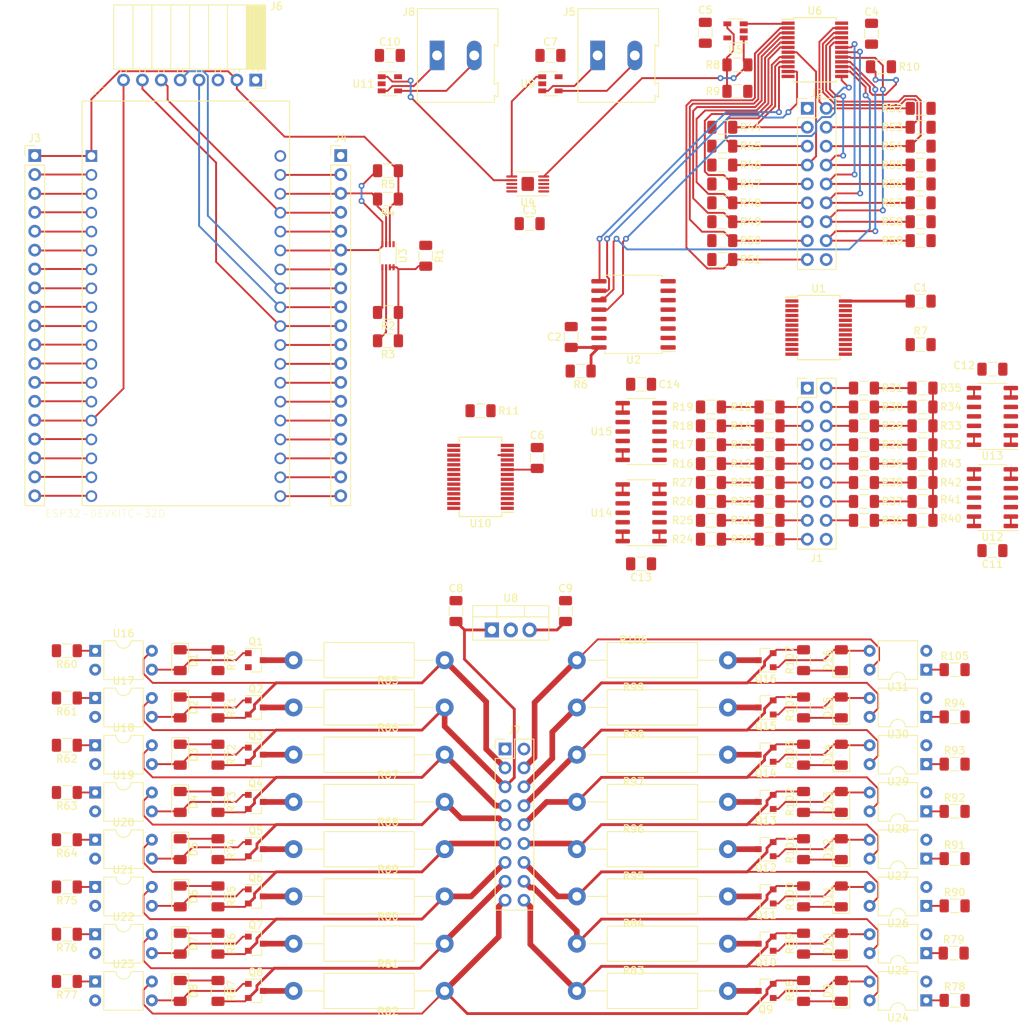
<source format=kicad_pcb>
(kicad_pcb (version 20171130) (host pcbnew "(5.1.4)-1")
  (layers (0 F.Cu signal) (31 B.Cu signal) (34 B.Paste user) (35 F.Paste user) (36 B.SilkS user) (37 F.SilkS user) (38 B.Mask user) (39 F.Mask user) (44 Edge.Cuts user))
  (net 0 "")
  (net 1 GND)
  (net 2 /Vcc)
  (net 3 /passiveBalance16/BCell2)
  (net 4 /Buffers16/Vcc)
  (net 5 "Net-(D1-Pad1)")
  (net 6 "Net-(D1-Pad2)")
  (net 7 "Net-(D2-Pad1)")
  (net 8 "Net-(D2-Pad2)")
  (net 9 "Net-(D3-Pad1)")
  (net 10 "Net-(D3-Pad2)")
  (net 11 "Net-(D4-Pad1)")
  (net 12 "Net-(D4-Pad2)")
  (net 13 "Net-(D5-Pad2)")
  (net 14 "Net-(D5-Pad1)")
  (net 15 "Net-(D6-Pad2)")
  (net 16 "Net-(D6-Pad1)")
  (net 17 "Net-(D7-Pad2)")
  (net 18 "Net-(D7-Pad1)")
  (net 19 "Net-(D8-Pad1)")
  (net 20 "Net-(D8-Pad2)")
  (net 21 "Net-(D9-Pad1)")
  (net 22 "Net-(D9-Pad2)")
  (net 23 "Net-(D10-Pad1)")
  (net 24 "Net-(D10-Pad2)")
  (net 25 "Net-(D11-Pad2)")
  (net 26 "Net-(D11-Pad1)")
  (net 27 "Net-(D12-Pad2)")
  (net 28 "Net-(D12-Pad1)")
  (net 29 "Net-(D13-Pad2)")
  (net 30 "Net-(D13-Pad1)")
  (net 31 "Net-(D14-Pad2)")
  (net 32 "Net-(D14-Pad1)")
  (net 33 "Net-(D15-Pad1)")
  (net 34 "Net-(D15-Pad2)")
  (net 35 "Net-(D16-Pad2)")
  (net 36 "Net-(D16-Pad1)")
  (net 37 /voltageDivider16/VBat1)
  (net 38 /voltageDivider16/VBat2)
  (net 39 /voltageDivider16/VBat3)
  (net 40 /voltageDivider16/VBat4)
  (net 41 /voltageDivider16/VBat5)
  (net 42 /voltageDivider16/VBat6)
  (net 43 /voltageDivider16/VBat7)
  (net 44 /voltageDivider16/VBat8)
  (net 45 /voltageDivider16/VBat9)
  (net 46 /voltageDivider16/VBat10)
  (net 47 /voltageDivider16/VBat11)
  (net 48 /voltageDivider16/VBat12)
  (net 49 /voltageDivider16/VBat13)
  (net 50 /voltageDivider16/VBat14)
  (net 51 /voltageDivider16/VBat15)
  (net 52 /voltageDivider16/VBat16)
  (net 53 "Net-(J1-Pad18)")
  (net 54 /tempDivider16/NTCReturn16)
  (net 55 /tempDivider16/NTCReturn15)
  (net 56 /tempDivider16/NTCReturn14)
  (net 57 /tempDivider16/NTCReturn13)
  (net 58 /tempDivider16/NTCReturn12)
  (net 59 /tempDivider16/NTCReturn11)
  (net 60 /tempDivider16/NTCReturn10)
  (net 61 /tempDivider16/NTCReturn9)
  (net 62 /tempDivider16/NTCReturn8)
  (net 63 /tempDivider16/NTCReturn7)
  (net 64 /tempDivider16/NTCReturn6)
  (net 65 /tempDivider16/NTCReturn5)
  (net 66 /tempDivider16/NTCReturn4)
  (net 67 /tempDivider16/NTCReturn3)
  (net 68 /tempDivider16/NTCReturn2)
  (net 69 /tempDivider16/NTCReturn1)
  (net 70 "Net-(J2-Pad1)")
  (net 71 "Net-(J3-Pad18)")
  (net 72 "Net-(J3-Pad17)")
  (net 73 "Net-(J3-Pad16)")
  (net 74 "Net-(J3-Pad15)")
  (net 75 "Net-(J3-Pad14)")
  (net 76 "Net-(J3-Pad13)")
  (net 77 "Net-(J3-Pad12)")
  (net 78 "Net-(J3-Pad11)")
  (net 79 "Net-(J3-Pad10)")
  (net 80 "Net-(J3-Pad9)")
  (net 81 "Net-(J3-Pad8)")
  (net 82 "Net-(J3-Pad7)")
  (net 83 "Net-(J3-Pad6)")
  (net 84 "Net-(J3-Pad5)")
  (net 85 "Net-(J3-Pad4)")
  (net 86 "Net-(J3-Pad3)")
  (net 87 "Net-(J3-Pad2)")
  (net 88 /Vcc33)
  (net 89 "Net-(J4-Pad2)")
  (net 90 "Net-(J4-Pad3)")
  (net 91 "Net-(J4-Pad4)")
  (net 92 "Net-(J4-Pad5)")
  (net 93 "Net-(J4-Pad6)")
  (net 94 "Net-(J4-Pad7)")
  (net 95 "Net-(J4-Pad8)")
  (net 96 "Net-(J4-Pad9)")
  (net 97 "Net-(J4-Pad10)")
  (net 98 "Net-(J4-Pad11)")
  (net 99 "Net-(J4-Pad12)")
  (net 100 "Net-(J4-Pad13)")
  (net 101 "Net-(J4-Pad14)")
  (net 102 "Net-(J4-Pad15)")
  (net 103 "Net-(J4-Pad16)")
  (net 104 "Net-(J4-Pad17)")
  (net 105 "Net-(J4-Pad18)")
  (net 106 "Net-(J4-Pad19)")
  (net 107 "Net-(J5-Pad2)")
  (net 108 "Net-(J5-Pad1)")
  (net 109 /passiveBalance16/BCell1)
  (net 110 /passiveBalance16/BCell3)
  (net 111 /passiveBalance16/BCell4)
  (net 112 /passiveBalance16/BCell5)
  (net 113 /passiveBalance16/BCell6)
  (net 114 /passiveBalance16/BCell7)
  (net 115 /passiveBalance16/BCell8)
  (net 116 /passiveBalance16/BCell9)
  (net 117 /passiveBalance16/BCell10)
  (net 118 /passiveBalance16/BCell11)
  (net 119 /passiveBalance16/BCell12)
  (net 120 /passiveBalance16/BCell13)
  (net 121 /passiveBalance16/BCell14)
  (net 122 /passiveBalance16/BCell15)
  (net 123 /passiveBalance16/BCell16)
  (net 124 "Net-(J7-Pad18)")
  (net 125 "Net-(J8-Pad1)")
  (net 126 "Net-(J8-Pad2)")
  (net 127 "Net-(Q1-Pad3)")
  (net 128 "Net-(Q2-Pad3)")
  (net 129 "Net-(Q3-Pad3)")
  (net 130 "Net-(Q4-Pad3)")
  (net 131 "Net-(Q5-Pad3)")
  (net 132 "Net-(Q6-Pad3)")
  (net 133 "Net-(Q7-Pad3)")
  (net 134 "Net-(Q8-Pad3)")
  (net 135 "Net-(Q9-Pad3)")
  (net 136 "Net-(Q10-Pad3)")
  (net 137 "Net-(Q11-Pad3)")
  (net 138 "Net-(Q12-Pad3)")
  (net 139 "Net-(Q13-Pad3)")
  (net 140 "Net-(Q14-Pad3)")
  (net 141 "Net-(Q15-Pad3)")
  (net 142 "Net-(Q16-Pad3)")
  (net 143 "Net-(R1-Pad2)")
  (net 144 /SDA)
  (net 145 /SCL)
  (net 146 "Net-(R6-Pad2)")
  (net 147 "Net-(R7-Pad1)")
  (net 148 "Net-(R8-Pad2)")
  (net 149 "Net-(R8-Pad1)")
  (net 150 "Net-(R10-Pad1)")
  (net 151 "Net-(R11-Pad2)")
  (net 152 /Buffers16/B4)
  (net 153 /Buffers16/B3)
  (net 154 /Buffers16/B2)
  (net 155 /Buffers16/B1)
  (net 156 /Buffers16/B8)
  (net 157 /Buffers16/B7)
  (net 158 /Buffers16/B6)
  (net 159 /Buffers16/B5)
  (net 160 /Buffers16/B12)
  (net 161 /Buffers16/B11)
  (net 162 /Buffers16/B10)
  (net 163 /Buffers16/B9)
  (net 164 /Buffers16/B16)
  (net 165 /Buffers16/B15)
  (net 166 /Buffers16/B14)
  (net 167 /Buffers16/B13)
  (net 168 /passiveBalance16/Bal1)
  (net 169 "Net-(R60-Pad1)")
  (net 170 /passiveBalance16/Bal2)
  (net 171 "Net-(R61-Pad1)")
  (net 172 "Net-(R62-Pad1)")
  (net 173 /passiveBalance16/Bal3)
  (net 174 "Net-(R63-Pad1)")
  (net 175 /passiveBalance16/Bal4)
  (net 176 "Net-(R64-Pad1)")
  (net 177 /passiveBalance16/Bal5)
  (net 178 "Net-(R75-Pad1)")
  (net 179 /passiveBalance16/Bal6)
  (net 180 "Net-(R76-Pad1)")
  (net 181 /passiveBalance16/Bal7)
  (net 182 "Net-(R77-Pad1)")
  (net 183 /passiveBalance16/Bal8)
  (net 184 "Net-(R78-Pad1)")
  (net 185 /passiveBalance16/Bal9)
  (net 186 "Net-(R79-Pad1)")
  (net 187 /passiveBalance16/Bal10)
  (net 188 "Net-(R90-Pad1)")
  (net 189 /passiveBalance16/Bal11)
  (net 190 "Net-(R91-Pad1)")
  (net 191 /passiveBalance16/Bal12)
  (net 192 "Net-(R92-Pad1)")
  (net 193 /passiveBalance16/Bal13)
  (net 194 "Net-(R93-Pad1)")
  (net 195 /passiveBalance16/Bal14)
  (net 196 "Net-(R94-Pad1)")
  (net 197 /passiveBalance16/Bal15)
  (net 198 "Net-(R105-Pad1)")
  (net 199 /passiveBalance16/Bal16)
  (net 200 "Net-(U1-Pad1)")
  (net 201 /Buffers16/BB8)
  (net 202 /Buffers16/BB7)
  (net 203 /Buffers16/BB6)
  (net 204 /Buffers16/BB5)
  (net 205 /Buffers16/BB4)
  (net 206 /Buffers16/BB3)
  (net 207 /Buffers16/BB2)
  (net 208 /Buffers16/BB1)
  (net 209 "Net-(U1-Pad10)")
  (net 210 "Net-(U1-Pad11)")
  (net 211 "Net-(U1-Pad13)")
  (net 212 "Net-(U1-Pad14)")
  (net 213 /Buffers16/BB16)
  (net 214 /Buffers16/BB15)
  (net 215 /Buffers16/BB14)
  (net 216 /Buffers16/BB13)
  (net 217 /Buffers16/BB12)
  (net 218 /Buffers16/BB11)
  (net 219 /Buffers16/BB10)
  (net 220 /Buffers16/BB9)
  (net 221 "Net-(U2-Pad9)")
  (net 222 "Net-(U2-Pad10)")
  (net 223 "Net-(U2-Pad11)")
  (net 224 "Net-(U2-Pad12)")
  (net 225 "Net-(U4-Pad2)")
  (net 226 "Net-(U4-Pad6)")
  (net 227 "Net-(U11-Pad1)")
  (net 228 "Net-(U5-Pad3)")
  (net 229 "Net-(U10-Pad11)")
  (net 230 "Net-(U10-Pad14)")
  (net 231 "Net-(U10-Pad19)")
  (net 232 "Net-(U10-Pad20)")
  (module Package_SO:SSOP-24_5.3x8.2mm_P0.65mm (layer F.Cu) (at 240.538 18.796)
    (fp_text reference U6 (at 0 -5.25) (layer F.SilkS))
    (fp_text value CD74HC4067M)
    (pad 24 smd rect (at 3.6 -3.575) (size 1.75 0.45) (layers F.Cu F.Paste F.Mask) (net 2 /Vcc))
    (pad 23 smd rect (at 3.6 -2.925) (size 1.75 0.45) (layers F.Cu F.Paste F.Mask) (net 61 /tempDivider16/NTCReturn9))
    (pad 22 smd rect (at 3.6 -2.275) (size 1.75 0.45) (layers F.Cu F.Paste F.Mask) (net 60 /tempDivider16/NTCReturn10))
    (pad 21 smd rect (at 3.6 -1.625) (size 1.75 0.45) (layers F.Cu F.Paste F.Mask) (net 59 /tempDivider16/NTCReturn11))
    (pad 20 smd rect (at 3.6 -0.975) (size 1.75 0.45) (layers F.Cu F.Paste F.Mask) (net 58 /tempDivider16/NTCReturn12))
    (pad 19 smd rect (at 3.6 -0.325) (size 1.75 0.45) (layers F.Cu F.Paste F.Mask) (net 57 /tempDivider16/NTCReturn13))
    (pad 18 smd rect (at 3.6 0.325) (size 1.75 0.45) (layers F.Cu F.Paste F.Mask) (net 56 /tempDivider16/NTCReturn14))
    (pad 17 smd rect (at 3.6 0.975) (size 1.75 0.45) (layers F.Cu F.Paste F.Mask) (net 55 /tempDivider16/NTCReturn15))
    (pad 16 smd rect (at 3.6 1.625) (size 1.75 0.45) (layers F.Cu F.Paste F.Mask) (net 54 /tempDivider16/NTCReturn16))
    (pad 15 smd rect (at 3.6 2.275) (size 1.75 0.45) (layers F.Cu F.Paste F.Mask) (net 150 "Net-(R10-Pad1)"))
    (pad 14 smd rect (at 3.6 2.925) (size 1.75 0.45) (layers F.Cu F.Paste F.Mask) (net 223 "Net-(U2-Pad11)"))
    (pad 13 smd rect (at 3.6 3.575) (size 1.75 0.45) (layers F.Cu F.Paste F.Mask) (net 224 "Net-(U2-Pad12)"))
    (pad 12 smd rect (at -3.6 3.575) (size 1.75 0.45) (layers F.Cu F.Paste F.Mask) (net 1 GND))
    (pad 11 smd rect (at -3.6 2.925) (size 1.75 0.45) (layers F.Cu F.Paste F.Mask) (net 222 "Net-(U2-Pad10)"))
    (pad 10 smd rect (at -3.6 2.275) (size 1.75 0.45) (layers F.Cu F.Paste F.Mask) (net 221 "Net-(U2-Pad9)"))
    (pad 9 smd rect (at -3.6 1.625) (size 1.75 0.45) (layers F.Cu F.Paste F.Mask) (net 69 /tempDivider16/NTCReturn1))
    (pad 8 smd rect (at -3.6 0.975) (size 1.75 0.45) (layers F.Cu F.Paste F.Mask) (net 68 /tempDivider16/NTCReturn2))
    (pad 7 smd rect (at -3.6 0.325) (size 1.75 0.45) (layers F.Cu F.Paste F.Mask) (net 67 /tempDivider16/NTCReturn3))
    (pad 6 smd rect (at -3.6 -0.325) (size 1.75 0.45) (layers F.Cu F.Paste F.Mask) (net 66 /tempDivider16/NTCReturn4))
    (pad 5 smd rect (at -3.6 -0.975) (size 1.75 0.45) (layers F.Cu F.Paste F.Mask) (net 65 /tempDivider16/NTCReturn5))
    (pad 4 smd rect (at -3.6 -1.625) (size 1.75 0.45) (layers F.Cu F.Paste F.Mask) (net 64 /tempDivider16/NTCReturn6))
    (pad 3 smd rect (at -3.6 -2.275) (size 1.75 0.45) (layers F.Cu F.Paste F.Mask) (net 63 /tempDivider16/NTCReturn7))
    (pad 2 smd rect (at -3.6 -2.925) (size 1.75 0.45) (layers F.Cu F.Paste F.Mask) (net 62 /tempDivider16/NTCReturn8))
    (pad 1 smd rect (at -3.6 -3.575) (size 1.75 0.45) (layers F.Cu F.Paste F.Mask) (net 228 "Net-(U5-Pad3)"))
  )
  (module Connector_PinHeader_2.54mm:PinHeader_1x19_P2.54mm_Vertical (layer F.Cu) (at 176.784 33.02)
    (fp_text reference J4 (at 0 -2.33) (layer F.SilkS))
    (fp_text value Conn_01x19)
    (pad 1 thru_hole rect (at 0 0) (size 1.7 1.7) (drill 1) (layers *.Cu *.Mask) (net 1 GND))
    (pad 2 thru_hole oval (at 0 2.54) (size 1.7 1.7) (drill 1) (layers *.Cu *.Mask) (net 89 "Net-(J4-Pad2)"))
    (pad 3 thru_hole oval (at 0 5.08) (size 1.7 1.7) (drill 1) (layers *.Cu *.Mask) (net 90 "Net-(J4-Pad3)"))
    (pad 4 thru_hole oval (at 0 7.62) (size 1.7 1.7) (drill 1) (layers *.Cu *.Mask) (net 91 "Net-(J4-Pad4)"))
    (pad 5 thru_hole oval (at 0 10.16) (size 1.7 1.7) (drill 1) (layers *.Cu *.Mask) (net 92 "Net-(J4-Pad5)"))
    (pad 6 thru_hole oval (at 0 12.7) (size 1.7 1.7) (drill 1) (layers *.Cu *.Mask) (net 93 "Net-(J4-Pad6)"))
    (pad 7 thru_hole oval (at 0 15.24) (size 1.7 1.7) (drill 1) (layers *.Cu *.Mask) (net 94 "Net-(J4-Pad7)"))
    (pad 8 thru_hole oval (at 0 17.78) (size 1.7 1.7) (drill 1) (layers *.Cu *.Mask) (net 95 "Net-(J4-Pad8)"))
    (pad 9 thru_hole oval (at 0 20.32) (size 1.7 1.7) (drill 1) (layers *.Cu *.Mask) (net 96 "Net-(J4-Pad9)"))
    (pad 10 thru_hole oval (at 0 22.86) (size 1.7 1.7) (drill 1) (layers *.Cu *.Mask) (net 97 "Net-(J4-Pad10)"))
    (pad 11 thru_hole oval (at 0 25.4) (size 1.7 1.7) (drill 1) (layers *.Cu *.Mask) (net 98 "Net-(J4-Pad11)"))
    (pad 12 thru_hole oval (at 0 27.94) (size 1.7 1.7) (drill 1) (layers *.Cu *.Mask) (net 99 "Net-(J4-Pad12)"))
    (pad 13 thru_hole oval (at 0 30.48) (size 1.7 1.7) (drill 1) (layers *.Cu *.Mask) (net 100 "Net-(J4-Pad13)"))
    (pad 14 thru_hole oval (at 0 33.02) (size 1.7 1.7) (drill 1) (layers *.Cu *.Mask) (net 101 "Net-(J4-Pad14)"))
    (pad 15 thru_hole oval (at 0 35.56) (size 1.7 1.7) (drill 1) (layers *.Cu *.Mask) (net 102 "Net-(J4-Pad15)"))
    (pad 16 thru_hole oval (at 0 38.1) (size 1.7 1.7) (drill 1) (layers *.Cu *.Mask) (net 103 "Net-(J4-Pad16)"))
    (pad 17 thru_hole oval (at 0 40.64) (size 1.7 1.7) (drill 1) (layers *.Cu *.Mask) (net 104 "Net-(J4-Pad17)"))
    (pad 18 thru_hole oval (at 0 43.18) (size 1.7 1.7) (drill 1) (layers *.Cu *.Mask) (net 105 "Net-(J4-Pad18)"))
    (pad 19 thru_hole oval (at 0 45.72) (size 1.7 1.7) (drill 1) (layers *.Cu *.Mask) (net 106 "Net-(J4-Pad19)"))
  )
  (module Capacitor_SMD:C_1206_3216Metric (layer F.Cu) (at 264.414 61.722 180)
    (fp_text reference C12 (at 3.81 0.508) (layer F.SilkS))
    (fp_text value 0.01uF)
    (pad 1 smd roundrect (at -1.4 0 180) (size 1.25 1.75) (layers F.Cu F.Paste F.Mask) (roundrect_rratio 0.2) (net 4 /Buffers16/Vcc))
    (pad 2 smd roundrect (at 1.4 0 180) (size 1.25 1.75) (layers F.Cu F.Paste F.Mask) (roundrect_rratio 0.2) (net 1 GND))
  )
  (module Package_SO:SOIC-14_3.9x8.7mm_P1.27mm (layer F.Cu) (at 264.414 68.072 180)
    (fp_text reference U13 (at 0 -5.28) (layer F.SilkS))
    (fp_text value MCP6004)
    (pad 1 smd roundrect (at -2.475 -3.81 180) (size 1.95 0.6) (layers F.Cu F.Paste F.Mask) (net 217 /Buffers16/BB12))
    (pad 2 smd roundrect (at -2.475 -2.54 180) (size 1.95 0.6) (layers F.Cu F.Paste F.Mask) (net 217 /Buffers16/BB12))
    (pad 3 smd roundrect (at -2.475 -1.27 180) (size 1.95 0.6) (layers F.Cu F.Paste F.Mask) (net 160 /Buffers16/B12))
    (pad 4 smd roundrect (at -2.475 0 180) (size 1.95 0.6) (layers F.Cu F.Paste F.Mask) (net 4 /Buffers16/Vcc))
    (pad 5 smd roundrect (at -2.475 1.27 180) (size 1.95 0.6) (layers F.Cu F.Paste F.Mask) (net 161 /Buffers16/B11))
    (pad 6 smd roundrect (at -2.475 2.54 180) (size 1.95 0.6) (layers F.Cu F.Paste F.Mask) (net 218 /Buffers16/BB11))
    (pad 7 smd roundrect (at -2.475 3.81 180) (size 1.95 0.6) (layers F.Cu F.Paste F.Mask) (net 218 /Buffers16/BB11))
    (pad 8 smd roundrect (at 2.475 3.81 180) (size 1.95 0.6) (layers F.Cu F.Paste F.Mask) (net 219 /Buffers16/BB10))
    (pad 9 smd roundrect (at 2.475 2.54 180) (size 1.95 0.6) (layers F.Cu F.Paste F.Mask) (net 219 /Buffers16/BB10))
    (pad 10 smd roundrect (at 2.475 1.27 180) (size 1.95 0.6) (layers F.Cu F.Paste F.Mask) (net 162 /Buffers16/B10))
    (pad 11 smd roundrect (at 2.475 0 180) (size 1.95 0.6) (layers F.Cu F.Paste F.Mask) (net 1 GND))
    (pad 12 smd roundrect (at 2.475 -1.27 180) (size 1.95 0.6) (layers F.Cu F.Paste F.Mask) (net 163 /Buffers16/B9))
    (pad 13 smd roundrect (at 2.475 -2.54 180) (size 1.95 0.6) (layers F.Cu F.Paste F.Mask) (net 220 /Buffers16/BB9))
    (pad 14 smd roundrect (at 2.475 -3.81 180) (size 1.95 0.6) (layers F.Cu F.Paste F.Mask) (net 220 /Buffers16/BB9))
  )
  (module ESP32-DEVKITC-32D:MODULE_ESP32-DEVKITC-32D (layer F.Cu) (at 155.956 52.832)
    (fp_text reference U7 (at -11.4644 -28.446) (layer F.SilkS) (effects (font (size 1.00039 1.00039) (thickness 0.05))))
    (fp_text value ESP32-DEVKITC-32D (at -10.8363 28.2945) (layer F.SilkS) (effects (font (size 1.00105 1.00105) (thickness 0.05))))
    (pad 1 thru_hole rect (at -12.7 -19.76) (size 1.56 1.56) (drill 1.04) (layers *.Cu *.Mask) (net 88 /Vcc33))
    (pad 2 thru_hole circle (at -12.7 -17.22) (size 1.56 1.56) (drill 1.04) (layers *.Cu *.Mask) (net 87 "Net-(J3-Pad2)"))
    (pad 19 thru_hole circle (at -12.7 25.96) (size 1.56 1.56) (drill 1.04) (layers *.Cu *.Mask) (net 2 /Vcc))
    (pad 3 thru_hole circle (at -12.7 -14.68) (size 1.56 1.56) (drill 1.04) (layers *.Cu *.Mask) (net 86 "Net-(J3-Pad3)"))
    (pad 4 thru_hole circle (at -12.7 -12.14) (size 1.56 1.56) (drill 1.04) (layers *.Cu *.Mask) (net 85 "Net-(J3-Pad4)"))
    (pad 5 thru_hole circle (at -12.7 -9.6) (size 1.56 1.56) (drill 1.04) (layers *.Cu *.Mask) (net 84 "Net-(J3-Pad5)"))
    (pad 6 thru_hole circle (at -12.7 -7.06) (size 1.56 1.56) (drill 1.04) (layers *.Cu *.Mask) (net 83 "Net-(J3-Pad6)"))
    (pad 7 thru_hole circle (at -12.7 -4.52) (size 1.56 1.56) (drill 1.04) (layers *.Cu *.Mask) (net 82 "Net-(J3-Pad7)"))
    (pad 8 thru_hole circle (at -12.7 -1.98) (size 1.56 1.56) (drill 1.04) (layers *.Cu *.Mask) (net 81 "Net-(J3-Pad8)"))
    (pad 9 thru_hole circle (at -12.7 0.56) (size 1.56 1.56) (drill 1.04) (layers *.Cu *.Mask) (net 80 "Net-(J3-Pad9)"))
    (pad 10 thru_hole circle (at -12.7 3.1) (size 1.56 1.56) (drill 1.04) (layers *.Cu *.Mask) (net 79 "Net-(J3-Pad10)"))
    (pad 11 thru_hole circle (at -12.7 5.64) (size 1.56 1.56) (drill 1.04) (layers *.Cu *.Mask) (net 78 "Net-(J3-Pad11)"))
    (pad 12 thru_hole circle (at -12.7 8.18) (size 1.56 1.56) (drill 1.04) (layers *.Cu *.Mask) (net 77 "Net-(J3-Pad12)"))
    (pad 13 thru_hole circle (at -12.7 10.72) (size 1.56 1.56) (drill 1.04) (layers *.Cu *.Mask) (net 76 "Net-(J3-Pad13)"))
    (pad 14 thru_hole circle (at -12.7 13.26) (size 1.56 1.56) (drill 1.04) (layers *.Cu *.Mask) (net 75 "Net-(J3-Pad14)"))
    (pad 15 thru_hole circle (at -12.7 15.8) (size 1.56 1.56) (drill 1.04) (layers *.Cu *.Mask) (net 74 "Net-(J3-Pad15)"))
    (pad 16 thru_hole circle (at -12.7 18.34) (size 1.56 1.56) (drill 1.04) (layers *.Cu *.Mask) (net 73 "Net-(J3-Pad16)"))
    (pad 17 thru_hole circle (at -12.7 20.88) (size 1.56 1.56) (drill 1.04) (layers *.Cu *.Mask) (net 72 "Net-(J3-Pad17)"))
    (pad 18 thru_hole circle (at -12.7 23.42) (size 1.56 1.56) (drill 1.04) (layers *.Cu *.Mask) (net 71 "Net-(J3-Pad18)"))
    (pad 20 thru_hole circle (at 12.7 -19.76) (size 1.56 1.56) (drill 1.04) (layers *.Cu *.Mask) (net 1 GND))
    (pad 21 thru_hole circle (at 12.7 -17.22) (size 1.56 1.56) (drill 1.04) (layers *.Cu *.Mask) (net 89 "Net-(J4-Pad2)"))
    (pad 22 thru_hole circle (at 12.7 -14.68) (size 1.56 1.56) (drill 1.04) (layers *.Cu *.Mask) (net 90 "Net-(J4-Pad3)"))
    (pad 23 thru_hole circle (at 12.7 -12.14) (size 1.56 1.56) (drill 1.04) (layers *.Cu *.Mask) (net 91 "Net-(J4-Pad4)"))
    (pad 24 thru_hole circle (at 12.7 -9.6) (size 1.56 1.56) (drill 1.04) (layers *.Cu *.Mask) (net 92 "Net-(J4-Pad5)"))
    (pad 25 thru_hole circle (at 12.7 -7.06) (size 1.56 1.56) (drill 1.04) (layers *.Cu *.Mask) (net 93 "Net-(J4-Pad6)"))
    (pad 26 thru_hole circle (at 12.7 -4.52) (size 1.56 1.56) (drill 1.04) (layers *.Cu *.Mask) (net 94 "Net-(J4-Pad7)"))
    (pad 27 thru_hole circle (at 12.7 -1.98) (size 1.56 1.56) (drill 1.04) (layers *.Cu *.Mask) (net 95 "Net-(J4-Pad8)"))
    (pad 28 thru_hole circle (at 12.7 0.56) (size 1.56 1.56) (drill 1.04) (layers *.Cu *.Mask) (net 96 "Net-(J4-Pad9)"))
    (pad 29 thru_hole circle (at 12.7 3.1) (size 1.56 1.56) (drill 1.04) (layers *.Cu *.Mask) (net 97 "Net-(J4-Pad10)"))
    (pad 30 thru_hole circle (at 12.7 5.64) (size 1.56 1.56) (drill 1.04) (layers *.Cu *.Mask) (net 98 "Net-(J4-Pad11)"))
    (pad 31 thru_hole circle (at 12.7 8.18) (size 1.56 1.56) (drill 1.04) (layers *.Cu *.Mask) (net 99 "Net-(J4-Pad12)"))
    (pad 32 thru_hole circle (at 12.7 10.72) (size 1.56 1.56) (drill 1.04) (layers *.Cu *.Mask) (net 100 "Net-(J4-Pad13)"))
    (pad 33 thru_hole circle (at 12.7 13.26) (size 1.56 1.56) (drill 1.04) (layers *.Cu *.Mask) (net 101 "Net-(J4-Pad14)"))
    (pad 34 thru_hole circle (at 12.7 15.8) (size 1.56 1.56) (drill 1.04) (layers *.Cu *.Mask) (net 102 "Net-(J4-Pad15)"))
    (pad 35 thru_hole circle (at 12.7 18.34) (size 1.56 1.56) (drill 1.04) (layers *.Cu *.Mask) (net 103 "Net-(J4-Pad16)"))
    (pad 36 thru_hole circle (at 12.7 20.88) (size 1.56 1.56) (drill 1.04) (layers *.Cu *.Mask) (net 104 "Net-(J4-Pad17)"))
    (pad 37 thru_hole circle (at 12.7 23.42) (size 1.56 1.56) (drill 1.04) (layers *.Cu *.Mask) (net 105 "Net-(J4-Pad18)"))
    (pad 38 thru_hole circle (at 12.7 25.96) (size 1.56 1.56) (drill 1.04) (layers *.Cu *.Mask) (net 106 "Net-(J4-Pad19)"))
  )
  (module SingleBMS:PinHeader_2x09_P2.54mm_VerticalCounterClockwiseOrdering (layer F.Cu) (at 200.152 122.936)
    (fp_text reference J7 (at 0 -12.7) (layer F.SilkS))
    (fp_text value Conn_02x09_Top_Bottom)
    (pad 2 thru_hole oval (at -1.27 -7.62) (size 1.7 1.7) (drill 1) (layers *.Cu *.Mask) (net 109 /passiveBalance16/BCell1))
    (pad 15 thru_hole oval (at 1.27 -2.54) (size 1.7 1.7) (drill 1) (layers *.Cu *.Mask) (net 121 /passiveBalance16/BCell14))
    (pad 3 thru_hole oval (at -1.27 -5.08) (size 1.7 1.7) (drill 1) (layers *.Cu *.Mask) (net 3 /passiveBalance16/BCell2))
    (pad 17 thru_hole oval (at 1.27 -7.62) (size 1.7 1.7) (drill 1) (layers *.Cu *.Mask) (net 123 /passiveBalance16/BCell16))
    (pad 4 thru_hole oval (at -1.27 -2.54) (size 1.7 1.7) (drill 1) (layers *.Cu *.Mask) (net 110 /passiveBalance16/BCell3))
    (pad 18 thru_hole oval (at 1.27 -10.16) (size 1.7 1.7) (drill 1) (layers *.Cu *.Mask) (net 124 "Net-(J7-Pad18)"))
    (pad 1 thru_hole rect (at -1.27 -10.16) (size 1.7 1.7) (drill 1) (layers *.Cu *.Mask) (net 1 GND))
    (pad 12 thru_hole oval (at 1.27 5.08) (size 1.7 1.7) (drill 1) (layers *.Cu *.Mask) (net 118 /passiveBalance16/BCell11))
    (pad 14 thru_hole oval (at 1.27 0) (size 1.7 1.7) (drill 1) (layers *.Cu *.Mask) (net 120 /passiveBalance16/BCell13))
    (pad 6 thru_hole oval (at -1.27 2.54) (size 1.7 1.7) (drill 1) (layers *.Cu *.Mask) (net 112 /passiveBalance16/BCell5))
    (pad 16 thru_hole oval (at 1.27 -5.08) (size 1.7 1.7) (drill 1) (layers *.Cu *.Mask) (net 122 /passiveBalance16/BCell15))
    (pad 8 thru_hole oval (at -1.27 7.62) (size 1.7 1.7) (drill 1) (layers *.Cu *.Mask) (net 114 /passiveBalance16/BCell7))
    (pad 7 thru_hole oval (at -1.27 5.08) (size 1.7 1.7) (drill 1) (layers *.Cu *.Mask) (net 113 /passiveBalance16/BCell6))
    (pad 9 thru_hole oval (at -1.27 10.16) (size 1.7 1.7) (drill 1) (layers *.Cu *.Mask) (net 115 /passiveBalance16/BCell8))
    (pad 10 thru_hole oval (at 1.27 10.16) (size 1.7 1.7) (drill 1) (layers *.Cu *.Mask) (net 116 /passiveBalance16/BCell9))
    (pad 5 thru_hole oval (at -1.27 0) (size 1.7 1.7) (drill 1) (layers *.Cu *.Mask) (net 111 /passiveBalance16/BCell4))
    (pad 11 thru_hole oval (at 1.27 7.62) (size 1.7 1.7) (drill 1) (layers *.Cu *.Mask) (net 117 /passiveBalance16/BCell10))
    (pad 13 thru_hole oval (at 1.27 2.54) (size 1.7 1.7) (drill 1) (layers *.Cu *.Mask) (net 119 /passiveBalance16/BCell12))
  )
  (module Resistor_THT:R_Axial_DIN0414_L11.9mm_D4.5mm_P20.32mm_Horizontal (layer F.Cu) (at 190.754 132.588 180)
    (fp_text reference R80 (at 7.62 -2.72) (layer F.SilkS))
    (fp_text value 15R)
    (pad 2 thru_hole oval (at 20.32 0 180) (size 2.4 2.4) (drill 1.2) (layers *.Cu *.Mask) (net 132 "Net-(Q6-Pad3)"))
    (pad 1 thru_hole circle (at 0 0 180) (size 2.4 2.4) (drill 1.2) (layers *.Cu *.Mask) (net 113 /passiveBalance16/BCell6))
  )
  (module SingleBMS:PinHeader_2x09_P2.54mm_VerticalOrdering (layer F.Cu) (at 240.792 74.422)
    (fp_text reference J1 (at 0 12.7) (layer F.SilkS))
    (fp_text value Conn_02x09_Top_Bottom)
    (pad 4 thru_hole oval (at -1.27 -2.54) (size 1.7 1.7) (drill 1) (layers *.Cu *.Mask) (net 39 /voltageDivider16/VBat3))
    (pad 14 thru_hole oval (at 1.27 0) (size 1.7 1.7) (drill 1) (layers *.Cu *.Mask) (net 49 /voltageDivider16/VBat13))
    (pad 15 thru_hole oval (at 1.27 2.54) (size 1.7 1.7) (drill 1) (layers *.Cu *.Mask) (net 50 /voltageDivider16/VBat14))
    (pad 7 thru_hole oval (at -1.27 5.08) (size 1.7 1.7) (drill 1) (layers *.Cu *.Mask) (net 42 /voltageDivider16/VBat6))
    (pad 8 thru_hole oval (at -1.27 7.62) (size 1.7 1.7) (drill 1) (layers *.Cu *.Mask) (net 43 /voltageDivider16/VBat7))
    (pad 10 thru_hole oval (at 1.27 -10.16) (size 1.7 1.7) (drill 1) (layers *.Cu *.Mask) (net 45 /voltageDivider16/VBat9))
    (pad 11 thru_hole oval (at 1.27 -7.62) (size 1.7 1.7) (drill 1) (layers *.Cu *.Mask) (net 46 /voltageDivider16/VBat10))
    (pad 13 thru_hole oval (at 1.27 -2.54) (size 1.7 1.7) (drill 1) (layers *.Cu *.Mask) (net 48 /voltageDivider16/VBat12))
    (pad 16 thru_hole oval (at 1.27 5.08) (size 1.7 1.7) (drill 1) (layers *.Cu *.Mask) (net 51 /voltageDivider16/VBat15))
    (pad 17 thru_hole oval (at 1.27 7.62) (size 1.7 1.7) (drill 1) (layers *.Cu *.Mask) (net 52 /voltageDivider16/VBat16))
    (pad 1 thru_hole rect (at -1.27 -10.16) (size 1.7 1.7) (drill 1) (layers *.Cu *.Mask) (net 1 GND))
    (pad 2 thru_hole oval (at -1.27 -7.62) (size 1.7 1.7) (drill 1) (layers *.Cu *.Mask) (net 37 /voltageDivider16/VBat1))
    (pad 3 thru_hole oval (at -1.27 -5.08) (size 1.7 1.7) (drill 1) (layers *.Cu *.Mask) (net 38 /voltageDivider16/VBat2))
    (pad 12 thru_hole oval (at 1.27 -5.08) (size 1.7 1.7) (drill 1) (layers *.Cu *.Mask) (net 47 /voltageDivider16/VBat11))
    (pad 5 thru_hole oval (at -1.27 0) (size 1.7 1.7) (drill 1) (layers *.Cu *.Mask) (net 40 /voltageDivider16/VBat4))
    (pad 6 thru_hole oval (at -1.27 2.54) (size 1.7 1.7) (drill 1) (layers *.Cu *.Mask) (net 41 /voltageDivider16/VBat5))
    (pad 9 thru_hole oval (at -1.27 10.16) (size 1.7 1.7) (drill 1) (layers *.Cu *.Mask) (net 44 /voltageDivider16/VBat8))
    (pad 18 thru_hole oval (at 1.27 10.16) (size 1.7 1.7) (drill 1) (layers *.Cu *.Mask) (net 53 "Net-(J1-Pad18)"))
  )
  (module SingleBMS:PinHeader_2x09_P2.54mm_VerticalOrdering (layer F.Cu) (at 240.792 36.83)
    (fp_text reference J2 (at 0 -12.192) (layer F.SilkS))
    (fp_text value Conn_02x09_Top_Bottom)
    (pad 4 thru_hole oval (at -1.27 -2.54) (size 1.7 1.7) (drill 1) (layers *.Cu *.Mask) (net 67 /tempDivider16/NTCReturn3))
    (pad 14 thru_hole oval (at 1.27 0) (size 1.7 1.7) (drill 1) (layers *.Cu *.Mask) (net 57 /tempDivider16/NTCReturn13))
    (pad 15 thru_hole oval (at 1.27 2.54) (size 1.7 1.7) (drill 1) (layers *.Cu *.Mask) (net 56 /tempDivider16/NTCReturn14))
    (pad 7 thru_hole oval (at -1.27 5.08) (size 1.7 1.7) (drill 1) (layers *.Cu *.Mask) (net 64 /tempDivider16/NTCReturn6))
    (pad 8 thru_hole oval (at -1.27 7.62) (size 1.7 1.7) (drill 1) (layers *.Cu *.Mask) (net 63 /tempDivider16/NTCReturn7))
    (pad 10 thru_hole oval (at 1.27 -10.16) (size 1.7 1.7) (drill 1) (layers *.Cu *.Mask) (net 61 /tempDivider16/NTCReturn9))
    (pad 11 thru_hole oval (at 1.27 -7.62) (size 1.7 1.7) (drill 1) (layers *.Cu *.Mask) (net 60 /tempDivider16/NTCReturn10))
    (pad 13 thru_hole oval (at 1.27 -2.54) (size 1.7 1.7) (drill 1) (layers *.Cu *.Mask) (net 58 /tempDivider16/NTCReturn12))
    (pad 16 thru_hole oval (at 1.27 5.08) (size 1.7 1.7) (drill 1) (layers *.Cu *.Mask) (net 55 /tempDivider16/NTCReturn15))
    (pad 17 thru_hole oval (at 1.27 7.62) (size 1.7 1.7) (drill 1) (layers *.Cu *.Mask) (net 54 /tempDivider16/NTCReturn16))
    (pad 1 thru_hole rect (at -1.27 -10.16) (size 1.7 1.7) (drill 1) (layers *.Cu *.Mask) (net 70 "Net-(J2-Pad1)"))
    (pad 2 thru_hole oval (at -1.27 -7.62) (size 1.7 1.7) (drill 1) (layers *.Cu *.Mask) (net 69 /tempDivider16/NTCReturn1))
    (pad 3 thru_hole oval (at -1.27 -5.08) (size 1.7 1.7) (drill 1) (layers *.Cu *.Mask) (net 68 /tempDivider16/NTCReturn2))
    (pad 12 thru_hole oval (at 1.27 -5.08) (size 1.7 1.7) (drill 1) (layers *.Cu *.Mask) (net 59 /tempDivider16/NTCReturn11))
    (pad 5 thru_hole oval (at -1.27 0) (size 1.7 1.7) (drill 1) (layers *.Cu *.Mask) (net 66 /tempDivider16/NTCReturn4))
    (pad 6 thru_hole oval (at -1.27 2.54) (size 1.7 1.7) (drill 1) (layers *.Cu *.Mask) (net 65 /tempDivider16/NTCReturn5))
    (pad 9 thru_hole oval (at -1.27 10.16) (size 1.7 1.7) (drill 1) (layers *.Cu *.Mask) (net 62 /tempDivider16/NTCReturn8))
    (pad 18 thru_hole oval (at 1.27 10.16) (size 1.7 1.7) (drill 1) (layers *.Cu *.Mask) (net 2 /Vcc))
  )
  (module Resistor_THT:R_Axial_DIN0414_L11.9mm_D4.5mm_P20.32mm_Horizontal (layer F.Cu) (at 190.754 100.838 180)
    (fp_text reference R65 (at 7.62 -2.72) (layer F.SilkS))
    (fp_text value 15R)
    (pad 2 thru_hole oval (at 20.32 0 180) (size 2.4 2.4) (drill 1.2) (layers *.Cu *.Mask) (net 127 "Net-(Q1-Pad3)"))
    (pad 1 thru_hole circle (at 0 0 180) (size 2.4 2.4) (drill 1.2) (layers *.Cu *.Mask) (net 109 /passiveBalance16/BCell1))
  )
  (module Resistor_THT:R_Axial_DIN0414_L11.9mm_D4.5mm_P20.32mm_Horizontal (layer F.Cu) (at 190.754 107.188 180)
    (fp_text reference R66 (at 7.62 -2.72) (layer F.SilkS))
    (fp_text value 15R)
    (pad 2 thru_hole oval (at 20.32 0 180) (size 2.4 2.4) (drill 1.2) (layers *.Cu *.Mask) (net 128 "Net-(Q2-Pad3)"))
    (pad 1 thru_hole circle (at 0 0 180) (size 2.4 2.4) (drill 1.2) (layers *.Cu *.Mask) (net 3 /passiveBalance16/BCell2))
  )
  (module Resistor_THT:R_Axial_DIN0414_L11.9mm_D4.5mm_P20.32mm_Horizontal (layer F.Cu) (at 190.754 113.538 180)
    (fp_text reference R67 (at 7.62 -2.72) (layer F.SilkS))
    (fp_text value 15R)
    (pad 2 thru_hole oval (at 20.32 0 180) (size 2.4 2.4) (drill 1.2) (layers *.Cu *.Mask) (net 129 "Net-(Q3-Pad3)"))
    (pad 1 thru_hole circle (at 0 0 180) (size 2.4 2.4) (drill 1.2) (layers *.Cu *.Mask) (net 110 /passiveBalance16/BCell3))
  )
  (module Resistor_THT:R_Axial_DIN0414_L11.9mm_D4.5mm_P20.32mm_Horizontal (layer F.Cu) (at 190.754 119.888 180)
    (fp_text reference R68 (at 7.62 -2.72) (layer F.SilkS))
    (fp_text value 15R)
    (pad 2 thru_hole oval (at 20.32 0 180) (size 2.4 2.4) (drill 1.2) (layers *.Cu *.Mask) (net 130 "Net-(Q4-Pad3)"))
    (pad 1 thru_hole circle (at 0 0 180) (size 2.4 2.4) (drill 1.2) (layers *.Cu *.Mask) (net 111 /passiveBalance16/BCell4))
  )
  (module Resistor_THT:R_Axial_DIN0414_L11.9mm_D4.5mm_P20.32mm_Horizontal (layer F.Cu) (at 190.754 126.238 180)
    (fp_text reference R69 (at 7.62 -2.72) (layer F.SilkS))
    (fp_text value 15R)
    (pad 2 thru_hole oval (at 20.32 0 180) (size 2.4 2.4) (drill 1.2) (layers *.Cu *.Mask) (net 131 "Net-(Q5-Pad3)"))
    (pad 1 thru_hole circle (at 0 0 180) (size 2.4 2.4) (drill 1.2) (layers *.Cu *.Mask) (net 112 /passiveBalance16/BCell5))
  )
  (module Resistor_THT:R_Axial_DIN0414_L11.9mm_D4.5mm_P20.32mm_Horizontal (layer F.Cu) (at 190.754 138.938 180)
    (fp_text reference R81 (at 7.62 -2.72) (layer F.SilkS))
    (fp_text value 15R)
    (pad 2 thru_hole oval (at 20.32 0 180) (size 2.4 2.4) (drill 1.2) (layers *.Cu *.Mask) (net 133 "Net-(Q7-Pad3)"))
    (pad 1 thru_hole circle (at 0 0 180) (size 2.4 2.4) (drill 1.2) (layers *.Cu *.Mask) (net 114 /passiveBalance16/BCell7))
  )
  (module Resistor_THT:R_Axial_DIN0414_L11.9mm_D4.5mm_P20.32mm_Horizontal (layer F.Cu) (at 190.754 145.288 180)
    (fp_text reference R82 (at 7.62 -2.72) (layer F.SilkS))
    (fp_text value 15R)
    (pad 2 thru_hole oval (at 20.32 0 180) (size 2.4 2.4) (drill 1.2) (layers *.Cu *.Mask) (net 134 "Net-(Q8-Pad3)"))
    (pad 1 thru_hole circle (at 0 0 180) (size 2.4 2.4) (drill 1.2) (layers *.Cu *.Mask) (net 115 /passiveBalance16/BCell8))
  )
  (module Resistor_THT:R_Axial_DIN0414_L11.9mm_D4.5mm_P20.32mm_Horizontal (layer F.Cu) (at 208.534 145.288)
    (fp_text reference R83 (at 7.62 -2.72) (layer F.SilkS))
    (fp_text value 15R)
    (pad 2 thru_hole oval (at 20.32 0) (size 2.4 2.4) (drill 1.2) (layers *.Cu *.Mask) (net 135 "Net-(Q9-Pad3)"))
    (pad 1 thru_hole circle (at 0 0) (size 2.4 2.4) (drill 1.2) (layers *.Cu *.Mask) (net 116 /passiveBalance16/BCell9))
  )
  (module Resistor_THT:R_Axial_DIN0414_L11.9mm_D4.5mm_P20.32mm_Horizontal (layer F.Cu) (at 208.534 138.938)
    (fp_text reference R84 (at 7.62 -2.72) (layer F.SilkS))
    (fp_text value 15R)
    (pad 2 thru_hole oval (at 20.32 0) (size 2.4 2.4) (drill 1.2) (layers *.Cu *.Mask) (net 136 "Net-(Q10-Pad3)"))
    (pad 1 thru_hole circle (at 0 0) (size 2.4 2.4) (drill 1.2) (layers *.Cu *.Mask) (net 117 /passiveBalance16/BCell10))
  )
  (module Resistor_THT:R_Axial_DIN0414_L11.9mm_D4.5mm_P20.32mm_Horizontal (layer F.Cu) (at 208.534 132.588)
    (fp_text reference R95 (at 7.62 -2.72) (layer F.SilkS))
    (fp_text value 15R)
    (pad 2 thru_hole oval (at 20.32 0) (size 2.4 2.4) (drill 1.2) (layers *.Cu *.Mask) (net 137 "Net-(Q11-Pad3)"))
    (pad 1 thru_hole circle (at 0 0) (size 2.4 2.4) (drill 1.2) (layers *.Cu *.Mask) (net 118 /passiveBalance16/BCell11))
  )
  (module Resistor_THT:R_Axial_DIN0414_L11.9mm_D4.5mm_P20.32mm_Horizontal (layer F.Cu) (at 208.534 126.238)
    (fp_text reference R96 (at 7.62 -2.72) (layer F.SilkS))
    (fp_text value 15R)
    (pad 2 thru_hole oval (at 20.32 0) (size 2.4 2.4) (drill 1.2) (layers *.Cu *.Mask) (net 138 "Net-(Q12-Pad3)"))
    (pad 1 thru_hole circle (at 0 0) (size 2.4 2.4) (drill 1.2) (layers *.Cu *.Mask) (net 119 /passiveBalance16/BCell12))
  )
  (module Resistor_THT:R_Axial_DIN0414_L11.9mm_D4.5mm_P20.32mm_Horizontal (layer F.Cu) (at 208.534 119.888)
    (fp_text reference R97 (at 7.62 -2.72) (layer F.SilkS))
    (fp_text value 15R)
    (pad 2 thru_hole oval (at 20.32 0) (size 2.4 2.4) (drill 1.2) (layers *.Cu *.Mask) (net 139 "Net-(Q13-Pad3)"))
    (pad 1 thru_hole circle (at 0 0) (size 2.4 2.4) (drill 1.2) (layers *.Cu *.Mask) (net 120 /passiveBalance16/BCell13))
  )
  (module Resistor_THT:R_Axial_DIN0414_L11.9mm_D4.5mm_P20.32mm_Horizontal (layer F.Cu) (at 208.534 113.538)
    (fp_text reference R98 (at 7.62 -2.72) (layer F.SilkS))
    (fp_text value 15R)
    (pad 2 thru_hole oval (at 20.32 0) (size 2.4 2.4) (drill 1.2) (layers *.Cu *.Mask) (net 140 "Net-(Q14-Pad3)"))
    (pad 1 thru_hole circle (at 0 0) (size 2.4 2.4) (drill 1.2) (layers *.Cu *.Mask) (net 121 /passiveBalance16/BCell14))
  )
  (module Resistor_THT:R_Axial_DIN0414_L11.9mm_D4.5mm_P20.32mm_Horizontal (layer F.Cu) (at 208.534 107.188)
    (fp_text reference R99 (at 7.62 -2.72) (layer F.SilkS))
    (fp_text value 15R)
    (pad 2 thru_hole oval (at 20.32 0) (size 2.4 2.4) (drill 1.2) (layers *.Cu *.Mask) (net 141 "Net-(Q15-Pad3)"))
    (pad 1 thru_hole circle (at 0 0) (size 2.4 2.4) (drill 1.2) (layers *.Cu *.Mask) (net 122 /passiveBalance16/BCell15))
  )
  (module Resistor_THT:R_Axial_DIN0414_L11.9mm_D4.5mm_P20.32mm_Horizontal (layer F.Cu) (at 208.534 100.838)
    (fp_text reference R106 (at 7.62 -2.72) (layer F.SilkS))
    (fp_text value 15R)
    (pad 2 thru_hole oval (at 20.32 0) (size 2.4 2.4) (drill 1.2) (layers *.Cu *.Mask) (net 142 "Net-(Q16-Pad3)"))
    (pad 1 thru_hole circle (at 0 0) (size 2.4 2.4) (drill 1.2) (layers *.Cu *.Mask) (net 123 /passiveBalance16/BCell16))
  )
  (module Capacitor_SMD:C_1206_3216Metric (layer F.Cu) (at 254.762 52.578)
    (fp_text reference C1 (at 0 -1.82) (layer F.SilkS))
    (fp_text value 0.01uF)
    (pad 2 smd roundrect (at 1.4 0) (size 1.25 1.75) (layers F.Cu F.Paste F.Mask) (roundrect_rratio 0.2) (net 1 GND))
    (pad 1 smd roundrect (at -1.4 0) (size 1.25 1.75) (layers F.Cu F.Paste F.Mask) (roundrect_rratio 0.2) (net 2 /Vcc))
  )
  (module Capacitor_SMD:C_1206_3216Metric (layer F.Cu) (at 207.772 57.404 90)
    (fp_text reference C2 (at 0 -2.286 180) (layer F.SilkS))
    (fp_text value 0.01uF)
    (pad 2 smd roundrect (at 1.4 0 90) (size 1.25 1.75) (layers F.Cu F.Paste F.Mask) (roundrect_rratio 0.2) (net 1 GND))
    (pad 1 smd roundrect (at -1.4 0 90) (size 1.25 1.75) (layers F.Cu F.Paste F.Mask) (roundrect_rratio 0.2) (net 2 /Vcc))
  )
  (module Capacitor_SMD:C_1206_3216Metric (layer F.Cu) (at 202.184 42.164)
    (fp_text reference C3 (at 0 -1.82) (layer F.SilkS))
    (fp_text value 0.01uF)
    (pad 1 smd roundrect (at -1.4 0) (size 1.25 1.75) (layers F.Cu F.Paste F.Mask) (roundrect_rratio 0.2) (net 2 /Vcc))
    (pad 2 smd roundrect (at 1.4 0) (size 1.25 1.75) (layers F.Cu F.Paste F.Mask) (roundrect_rratio 0.2) (net 1 GND))
  )
  (module Capacitor_SMD:C_1206_3216Metric (layer F.Cu) (at 248.158 16.64 90)
    (fp_text reference C4 (at 2.924 0 180) (layer F.SilkS))
    (fp_text value 0.01uF)
    (pad 1 smd roundrect (at -1.4 0 90) (size 1.25 1.75) (layers F.Cu F.Paste F.Mask) (roundrect_rratio 0.2) (net 1 GND))
    (pad 2 smd roundrect (at 1.4 0 90) (size 1.25 1.75) (layers F.Cu F.Paste F.Mask) (roundrect_rratio 0.2) (net 2 /Vcc))
  )
  (module Capacitor_SMD:C_1206_3216Metric (layer F.Cu) (at 225.806 16.51 270)
    (fp_text reference C5 (at -3.048 0 180) (layer F.SilkS))
    (fp_text value 0.01uF)
    (pad 2 smd roundrect (at 1.4 0 270) (size 1.25 1.75) (layers F.Cu F.Paste F.Mask) (roundrect_rratio 0.2) (net 2 /Vcc))
    (pad 1 smd roundrect (at -1.4 0 270) (size 1.25 1.75) (layers F.Cu F.Paste F.Mask) (roundrect_rratio 0.2) (net 1 GND))
  )
  (module Capacitor_SMD:C_1206_3216Metric (layer F.Cu) (at 203.2 73.66 90)
    (fp_text reference C6 (at 3.048 0 180) (layer F.SilkS))
    (fp_text value 0.01uF)
    (pad 2 smd roundrect (at 1.4 0 90) (size 1.25 1.75) (layers F.Cu F.Paste F.Mask) (roundrect_rratio 0.2) (net 1 GND))
    (pad 1 smd roundrect (at -1.4 0 90) (size 1.25 1.75) (layers F.Cu F.Paste F.Mask) (roundrect_rratio 0.2) (net 2 /Vcc))
  )
  (module Capacitor_SMD:C_1206_3216Metric (layer F.Cu) (at 204.978 19.558)
    (fp_text reference C7 (at 0 -1.82) (layer F.SilkS))
    (fp_text value 0.01uF)
    (pad 2 smd roundrect (at 1.4 0) (size 1.25 1.75) (layers F.Cu F.Paste F.Mask) (roundrect_rratio 0.2) (net 2 /Vcc))
    (pad 1 smd roundrect (at -1.4 0) (size 1.25 1.75) (layers F.Cu F.Paste F.Mask) (roundrect_rratio 0.2) (net 1 GND))
  )
  (module Capacitor_SMD:C_1206_3216Metric (layer F.Cu) (at 192.278 94.234 90)
    (fp_text reference C8 (at 3.048 0 180) (layer F.SilkS))
    (fp_text value 0.33uF)
    (pad 1 smd roundrect (at -1.4 0 90) (size 1.25 1.75) (layers F.Cu F.Paste F.Mask) (roundrect_rratio 0.2) (net 3 /passiveBalance16/BCell2))
    (pad 2 smd roundrect (at 1.4 0 90) (size 1.25 1.75) (layers F.Cu F.Paste F.Mask) (roundrect_rratio 0.2) (net 1 GND))
  )
  (module Capacitor_SMD:C_1206_3216Metric (layer F.Cu) (at 207.01 94.234 90)
    (fp_text reference C9 (at 3.048 0 180) (layer F.SilkS))
    (fp_text value 0.1uF)
    (pad 1 smd roundrect (at -1.4 0 90) (size 1.25 1.75) (layers F.Cu F.Paste F.Mask) (roundrect_rratio 0.2) (net 2 /Vcc))
    (pad 2 smd roundrect (at 1.4 0 90) (size 1.25 1.75) (layers F.Cu F.Paste F.Mask) (roundrect_rratio 0.2) (net 1 GND))
  )
  (module Capacitor_SMD:C_1206_3216Metric (layer F.Cu) (at 183.388 19.558)
    (fp_text reference C10 (at 0 -1.82) (layer F.SilkS))
    (fp_text value 0.01uF)
    (pad 1 smd roundrect (at -1.4 0) (size 1.25 1.75) (layers F.Cu F.Paste F.Mask) (roundrect_rratio 0.2) (net 1 GND))
    (pad 2 smd roundrect (at 1.4 0) (size 1.25 1.75) (layers F.Cu F.Paste F.Mask) (roundrect_rratio 0.2) (net 2 /Vcc))
  )
  (module Capacitor_SMD:C_1206_3216Metric (layer F.Cu) (at 264.414 86.106 180)
    (fp_text reference C11 (at 0 -1.82) (layer F.SilkS))
    (fp_text value 0.01uF)
    (pad 2 smd roundrect (at 1.4 0 180) (size 1.25 1.75) (layers F.Cu F.Paste F.Mask) (roundrect_rratio 0.2) (net 1 GND))
    (pad 1 smd roundrect (at -1.4 0 180) (size 1.25 1.75) (layers F.Cu F.Paste F.Mask) (roundrect_rratio 0.2) (net 4 /Buffers16/Vcc))
  )
  (module Capacitor_SMD:C_1206_3216Metric (layer F.Cu) (at 217.17 87.884 180)
    (fp_text reference C13 (at 0 -1.82) (layer F.SilkS))
    (fp_text value 0.01uF)
    (pad 1 smd roundrect (at -1.4 0 180) (size 1.25 1.75) (layers F.Cu F.Paste F.Mask) (roundrect_rratio 0.2) (net 4 /Buffers16/Vcc))
    (pad 2 smd roundrect (at 1.4 0 180) (size 1.25 1.75) (layers F.Cu F.Paste F.Mask) (roundrect_rratio 0.2) (net 1 GND))
  )
  (module Capacitor_SMD:C_1206_3216Metric (layer F.Cu) (at 217.17 63.754 180)
    (fp_text reference C14 (at -3.81 0) (layer F.SilkS))
    (fp_text value 0.01uF)
    (pad 2 smd roundrect (at 1.4 0 180) (size 1.25 1.75) (layers F.Cu F.Paste F.Mask) (roundrect_rratio 0.2) (net 1 GND))
    (pad 1 smd roundrect (at -1.4 0 180) (size 1.25 1.75) (layers F.Cu F.Paste F.Mask) (roundrect_rratio 0.2) (net 4 /Buffers16/Vcc))
  )
  (module LED_SMD:LED_1206_3216Metric (layer F.Cu) (at 155.194 100.838 270)
    (fp_text reference D1 (at 0 -1.82 90) (layer F.SilkS))
    (fp_text value LED)
    (pad 1 smd roundrect (at -1.4 0 270) (size 1.25 1.75) (layers F.Cu F.Paste F.Mask) (roundrect_rratio 0.2) (net 5 "Net-(D1-Pad1)"))
    (pad 2 smd roundrect (at 1.4 0 270) (size 1.25 1.75) (layers F.Cu F.Paste F.Mask) (roundrect_rratio 0.2) (net 6 "Net-(D1-Pad2)"))
  )
  (module LED_SMD:LED_1206_3216Metric (layer F.Cu) (at 155.194 107.188 270)
    (fp_text reference D2 (at 0 -1.82 90) (layer F.SilkS))
    (fp_text value LED)
    (pad 1 smd roundrect (at -1.4 0 270) (size 1.25 1.75) (layers F.Cu F.Paste F.Mask) (roundrect_rratio 0.2) (net 7 "Net-(D2-Pad1)"))
    (pad 2 smd roundrect (at 1.4 0 270) (size 1.25 1.75) (layers F.Cu F.Paste F.Mask) (roundrect_rratio 0.2) (net 8 "Net-(D2-Pad2)"))
  )
  (module LED_SMD:LED_1206_3216Metric (layer F.Cu) (at 155.194 113.538 270)
    (fp_text reference D3 (at 0 -1.82 90) (layer F.SilkS))
    (fp_text value LED)
    (pad 1 smd roundrect (at -1.4 0 270) (size 1.25 1.75) (layers F.Cu F.Paste F.Mask) (roundrect_rratio 0.2) (net 9 "Net-(D3-Pad1)"))
    (pad 2 smd roundrect (at 1.4 0 270) (size 1.25 1.75) (layers F.Cu F.Paste F.Mask) (roundrect_rratio 0.2) (net 10 "Net-(D3-Pad2)"))
  )
  (module LED_SMD:LED_1206_3216Metric (layer F.Cu) (at 155.194 119.888 270)
    (fp_text reference D4 (at 0 -1.82 90) (layer F.SilkS))
    (fp_text value LED)
    (pad 1 smd roundrect (at -1.4 0 270) (size 1.25 1.75) (layers F.Cu F.Paste F.Mask) (roundrect_rratio 0.2) (net 11 "Net-(D4-Pad1)"))
    (pad 2 smd roundrect (at 1.4 0 270) (size 1.25 1.75) (layers F.Cu F.Paste F.Mask) (roundrect_rratio 0.2) (net 12 "Net-(D4-Pad2)"))
  )
  (module LED_SMD:LED_1206_3216Metric (layer F.Cu) (at 155.194 126.238 270)
    (fp_text reference D5 (at 0 -1.82 90) (layer F.SilkS))
    (fp_text value LED)
    (pad 2 smd roundrect (at 1.4 0 270) (size 1.25 1.75) (layers F.Cu F.Paste F.Mask) (roundrect_rratio 0.2) (net 13 "Net-(D5-Pad2)"))
    (pad 1 smd roundrect (at -1.4 0 270) (size 1.25 1.75) (layers F.Cu F.Paste F.Mask) (roundrect_rratio 0.2) (net 14 "Net-(D5-Pad1)"))
  )
  (module LED_SMD:LED_1206_3216Metric (layer F.Cu) (at 155.194 132.588 270)
    (fp_text reference D6 (at 0 -1.82 90) (layer F.SilkS))
    (fp_text value LED)
    (pad 2 smd roundrect (at 1.4 0 270) (size 1.25 1.75) (layers F.Cu F.Paste F.Mask) (roundrect_rratio 0.2) (net 15 "Net-(D6-Pad2)"))
    (pad 1 smd roundrect (at -1.4 0 270) (size 1.25 1.75) (layers F.Cu F.Paste F.Mask) (roundrect_rratio 0.2) (net 16 "Net-(D6-Pad1)"))
  )
  (module LED_SMD:LED_1206_3216Metric (layer F.Cu) (at 155.194 138.938 270)
    (fp_text reference D7 (at 0 -1.82 90) (layer F.SilkS))
    (fp_text value LED)
    (pad 2 smd roundrect (at 1.4 0 270) (size 1.25 1.75) (layers F.Cu F.Paste F.Mask) (roundrect_rratio 0.2) (net 17 "Net-(D7-Pad2)"))
    (pad 1 smd roundrect (at -1.4 0 270) (size 1.25 1.75) (layers F.Cu F.Paste F.Mask) (roundrect_rratio 0.2) (net 18 "Net-(D7-Pad1)"))
  )
  (module LED_SMD:LED_1206_3216Metric (layer F.Cu) (at 155.194 145.288 270)
    (fp_text reference D8 (at 0 -1.82 90) (layer F.SilkS))
    (fp_text value LED)
    (pad 1 smd roundrect (at -1.4 0 270) (size 1.25 1.75) (layers F.Cu F.Paste F.Mask) (roundrect_rratio 0.2) (net 19 "Net-(D8-Pad1)"))
    (pad 2 smd roundrect (at 1.4 0 270) (size 1.25 1.75) (layers F.Cu F.Paste F.Mask) (roundrect_rratio 0.2) (net 20 "Net-(D8-Pad2)"))
  )
  (module LED_SMD:LED_1206_3216Metric (layer F.Cu) (at 244.094 145.288 90)
    (fp_text reference D9 (at 0 -1.82 90) (layer F.SilkS))
    (fp_text value LED)
    (pad 1 smd roundrect (at -1.4 0 90) (size 1.25 1.75) (layers F.Cu F.Paste F.Mask) (roundrect_rratio 0.2) (net 21 "Net-(D9-Pad1)"))
    (pad 2 smd roundrect (at 1.4 0 90) (size 1.25 1.75) (layers F.Cu F.Paste F.Mask) (roundrect_rratio 0.2) (net 22 "Net-(D9-Pad2)"))
  )
  (module LED_SMD:LED_1206_3216Metric (layer F.Cu) (at 244.094 138.938 90)
    (fp_text reference D10 (at 0 -1.82 90) (layer F.SilkS))
    (fp_text value LED)
    (pad 1 smd roundrect (at -1.4 0 90) (size 1.25 1.75) (layers F.Cu F.Paste F.Mask) (roundrect_rratio 0.2) (net 23 "Net-(D10-Pad1)"))
    (pad 2 smd roundrect (at 1.4 0 90) (size 1.25 1.75) (layers F.Cu F.Paste F.Mask) (roundrect_rratio 0.2) (net 24 "Net-(D10-Pad2)"))
  )
  (module LED_SMD:LED_1206_3216Metric (layer F.Cu) (at 244.094 132.588 90)
    (fp_text reference D11 (at 0 -1.82 90) (layer F.SilkS))
    (fp_text value LED)
    (pad 2 smd roundrect (at 1.4 0 90) (size 1.25 1.75) (layers F.Cu F.Paste F.Mask) (roundrect_rratio 0.2) (net 25 "Net-(D11-Pad2)"))
    (pad 1 smd roundrect (at -1.4 0 90) (size 1.25 1.75) (layers F.Cu F.Paste F.Mask) (roundrect_rratio 0.2) (net 26 "Net-(D11-Pad1)"))
  )
  (module LED_SMD:LED_1206_3216Metric (layer F.Cu) (at 244.094 126.238 90)
    (fp_text reference D12 (at 0 -1.82 90) (layer F.SilkS))
    (fp_text value LED)
    (pad 2 smd roundrect (at 1.4 0 90) (size 1.25 1.75) (layers F.Cu F.Paste F.Mask) (roundrect_rratio 0.2) (net 27 "Net-(D12-Pad2)"))
    (pad 1 smd roundrect (at -1.4 0 90) (size 1.25 1.75) (layers F.Cu F.Paste F.Mask) (roundrect_rratio 0.2) (net 28 "Net-(D12-Pad1)"))
  )
  (module LED_SMD:LED_1206_3216Metric (layer F.Cu) (at 244.094 119.888 90)
    (fp_text reference D13 (at 0 -1.82 90) (layer F.SilkS))
    (fp_text value LED)
    (pad 2 smd roundrect (at 1.4 0 90) (size 1.25 1.75) (layers F.Cu F.Paste F.Mask) (roundrect_rratio 0.2) (net 29 "Net-(D13-Pad2)"))
    (pad 1 smd roundrect (at -1.4 0 90) (size 1.25 1.75) (layers F.Cu F.Paste F.Mask) (roundrect_rratio 0.2) (net 30 "Net-(D13-Pad1)"))
  )
  (module LED_SMD:LED_1206_3216Metric (layer F.Cu) (at 244.094 113.538 90)
    (fp_text reference D14 (at 0 -1.82 90) (layer F.SilkS))
    (fp_text value LED)
    (pad 2 smd roundrect (at 1.4 0 90) (size 1.25 1.75) (layers F.Cu F.Paste F.Mask) (roundrect_rratio 0.2) (net 31 "Net-(D14-Pad2)"))
    (pad 1 smd roundrect (at -1.4 0 90) (size 1.25 1.75) (layers F.Cu F.Paste F.Mask) (roundrect_rratio 0.2) (net 32 "Net-(D14-Pad1)"))
  )
  (module LED_SMD:LED_1206_3216Metric (layer F.Cu) (at 244.094 107.188 90)
    (fp_text reference D15 (at 0 -1.82 90) (layer F.SilkS))
    (fp_text value LED)
    (pad 1 smd roundrect (at -1.4 0 90) (size 1.25 1.75) (layers F.Cu F.Paste F.Mask) (roundrect_rratio 0.2) (net 33 "Net-(D15-Pad1)"))
    (pad 2 smd roundrect (at 1.4 0 90) (size 1.25 1.75) (layers F.Cu F.Paste F.Mask) (roundrect_rratio 0.2) (net 34 "Net-(D15-Pad2)"))
  )
  (module LED_SMD:LED_1206_3216Metric (layer F.Cu) (at 244.094 100.838 90)
    (fp_text reference D16 (at 0 -1.82 90) (layer F.SilkS))
    (fp_text value LED)
    (pad 2 smd roundrect (at 1.4 0 90) (size 1.25 1.75) (layers F.Cu F.Paste F.Mask) (roundrect_rratio 0.2) (net 35 "Net-(D16-Pad2)"))
    (pad 1 smd roundrect (at -1.4 0 90) (size 1.25 1.75) (layers F.Cu F.Paste F.Mask) (roundrect_rratio 0.2) (net 36 "Net-(D16-Pad1)"))
  )
  (module Connector_PinHeader_2.54mm:PinHeader_1x19_P2.54mm_Vertical (layer F.Cu) (at 135.636 33.02)
    (fp_text reference J3 (at 0 -2.33) (layer F.SilkS))
    (fp_text value Conn_01x19)
    (pad 19 thru_hole oval (at 0 45.72) (size 1.7 1.7) (drill 1) (layers *.Cu *.Mask) (net 2 /Vcc))
    (pad 18 thru_hole oval (at 0 43.18) (size 1.7 1.7) (drill 1) (layers *.Cu *.Mask) (net 71 "Net-(J3-Pad18)"))
    (pad 17 thru_hole oval (at 0 40.64) (size 1.7 1.7) (drill 1) (layers *.Cu *.Mask) (net 72 "Net-(J3-Pad17)"))
    (pad 16 thru_hole oval (at 0 38.1) (size 1.7 1.7) (drill 1) (layers *.Cu *.Mask) (net 73 "Net-(J3-Pad16)"))
    (pad 15 thru_hole oval (at 0 35.56) (size 1.7 1.7) (drill 1) (layers *.Cu *.Mask) (net 74 "Net-(J3-Pad15)"))
    (pad 14 thru_hole oval (at 0 33.02) (size 1.7 1.7) (drill 1) (layers *.Cu *.Mask) (net 75 "Net-(J3-Pad14)"))
    (pad 13 thru_hole oval (at 0 30.48) (size 1.7 1.7) (drill 1) (layers *.Cu *.Mask) (net 76 "Net-(J3-Pad13)"))
    (pad 12 thru_hole oval (at 0 27.94) (size 1.7 1.7) (drill 1) (layers *.Cu *.Mask) (net 77 "Net-(J3-Pad12)"))
    (pad 11 thru_hole oval (at 0 25.4) (size 1.7 1.7) (drill 1) (layers *.Cu *.Mask) (net 78 "Net-(J3-Pad11)"))
    (pad 10 thru_hole oval (at 0 22.86) (size 1.7 1.7) (drill 1) (layers *.Cu *.Mask) (net 79 "Net-(J3-Pad10)"))
    (pad 9 thru_hole oval (at 0 20.32) (size 1.7 1.7) (drill 1) (layers *.Cu *.Mask) (net 80 "Net-(J3-Pad9)"))
    (pad 8 thru_hole oval (at 0 17.78) (size 1.7 1.7) (drill 1) (layers *.Cu *.Mask) (net 81 "Net-(J3-Pad8)"))
    (pad 7 thru_hole oval (at 0 15.24) (size 1.7 1.7) (drill 1) (layers *.Cu *.Mask) (net 82 "Net-(J3-Pad7)"))
    (pad 6 thru_hole oval (at 0 12.7) (size 1.7 1.7) (drill 1) (layers *.Cu *.Mask) (net 83 "Net-(J3-Pad6)"))
    (pad 5 thru_hole oval (at 0 10.16) (size 1.7 1.7) (drill 1) (layers *.Cu *.Mask) (net 84 "Net-(J3-Pad5)"))
    (pad 4 thru_hole oval (at 0 7.62) (size 1.7 1.7) (drill 1) (layers *.Cu *.Mask) (net 85 "Net-(J3-Pad4)"))
    (pad 3 thru_hole oval (at 0 5.08) (size 1.7 1.7) (drill 1) (layers *.Cu *.Mask) (net 86 "Net-(J3-Pad3)"))
    (pad 2 thru_hole oval (at 0 2.54) (size 1.7 1.7) (drill 1) (layers *.Cu *.Mask) (net 87 "Net-(J3-Pad2)"))
    (pad 1 thru_hole rect (at 0 0) (size 1.7 1.7) (drill 1) (layers *.Cu *.Mask) (net 88 /Vcc33))
  )
  (module TerminalBlock:TerminalBlock_Altech_AK300-2_P5.00mm (layer F.Cu) (at 211.328 19.558)
    (fp_text reference J5 (at -3.81 -5.842) (layer F.SilkS))
    (fp_text value Conn_01x02)
    (pad 2 thru_hole oval (at 5 0) (size 1.98 3.96) (drill 1.32) (layers *.Cu *.Mask) (net 107 "Net-(J5-Pad2)"))
    (pad 1 thru_hole rect (at 0 0) (size 1.98 3.96) (drill 1.32) (layers *.Cu *.Mask) (net 108 "Net-(J5-Pad1)"))
  )
  (module Connector_PinSocket_2.54mm:PinSocket_1x08_P2.54mm_Horizontal (layer F.Cu) (at 165.354 22.86 270)
    (fp_text reference J6 (at -9.906 -2.794 180) (layer F.SilkS))
    (fp_text value Conn_01x08)
    (pad 1 thru_hole rect (at 0 0 270) (size 1.7 1.7) (drill 1) (layers *.Cu *.Mask) (net 2 /Vcc))
    (pad 2 thru_hole oval (at 0 2.54 270) (size 1.7 1.7) (drill 1) (layers *.Cu *.Mask) (net 88 /Vcc33))
    (pad 3 thru_hole oval (at 0 5.08 270) (size 1.7 1.7) (drill 1) (layers *.Cu *.Mask) (net 1 GND))
    (pad 4 thru_hole oval (at 0 7.62 270) (size 1.7 1.7) (drill 1) (layers *.Cu *.Mask) (net 96 "Net-(J4-Pad9)"))
    (pad 5 thru_hole oval (at 0 10.16 270) (size 1.7 1.7) (drill 1) (layers *.Cu *.Mask) (net 95 "Net-(J4-Pad8)"))
    (pad 6 thru_hole oval (at 0 12.7 270) (size 1.7 1.7) (drill 1) (layers *.Cu *.Mask) (net 91 "Net-(J4-Pad4)"))
    (pad 7 thru_hole oval (at 0 15.24 270) (size 1.7 1.7) (drill 1) (layers *.Cu *.Mask) (net 97 "Net-(J4-Pad10)"))
    (pad 8 thru_hole oval (at 0 17.78 270) (size 1.7 1.7) (drill 1) (layers *.Cu *.Mask) (net 74 "Net-(J3-Pad15)"))
  )
  (module TerminalBlock:TerminalBlock_Altech_AK300-2_P5.00mm (layer F.Cu) (at 189.738 19.558)
    (fp_text reference J8 (at -3.81 -5.842) (layer F.SilkS))
    (fp_text value Conn_01x02)
    (pad 1 thru_hole rect (at 0 0) (size 1.98 3.96) (drill 1.32) (layers *.Cu *.Mask) (net 125 "Net-(J8-Pad1)"))
    (pad 2 thru_hole oval (at 5 0) (size 1.98 3.96) (drill 1.32) (layers *.Cu *.Mask) (net 126 "Net-(J8-Pad2)"))
  )
  (module Package_TO_SOT_SMD:SOT-23 (layer F.Cu) (at 165.354 100.838)
    (fp_text reference Q1 (at 0 -2.5) (layer F.SilkS))
    (fp_text value 2N7002)
    (pad 3 smd rect (at 1 0) (size 0.9 0.8) (layers F.Cu F.Paste F.Mask) (net 127 "Net-(Q1-Pad3)"))
    (pad 2 smd rect (at -1 0.95) (size 0.9 0.8) (layers F.Cu F.Paste F.Mask) (net 1 GND))
    (pad 1 smd rect (at -1 -0.95) (size 0.9 0.8) (layers F.Cu F.Paste F.Mask) (net 6 "Net-(D1-Pad2)"))
  )
  (module Package_TO_SOT_SMD:SOT-23 (layer F.Cu) (at 165.354 107.188)
    (fp_text reference Q2 (at 0 -2.5) (layer F.SilkS))
    (fp_text value 2N7002)
    (pad 1 smd rect (at -1 -0.95) (size 0.9 0.8) (layers F.Cu F.Paste F.Mask) (net 8 "Net-(D2-Pad2)"))
    (pad 2 smd rect (at -1 0.95) (size 0.9 0.8) (layers F.Cu F.Paste F.Mask) (net 109 /passiveBalance16/BCell1))
    (pad 3 smd rect (at 1 0) (size 0.9 0.8) (layers F.Cu F.Paste F.Mask) (net 128 "Net-(Q2-Pad3)"))
  )
  (module Package_TO_SOT_SMD:SOT-23 (layer F.Cu) (at 165.354 113.538)
    (fp_text reference Q3 (at 0 -2.5) (layer F.SilkS))
    (fp_text value 2N7002)
    (pad 3 smd rect (at 1 0) (size 0.9 0.8) (layers F.Cu F.Paste F.Mask) (net 129 "Net-(Q3-Pad3)"))
    (pad 2 smd rect (at -1 0.95) (size 0.9 0.8) (layers F.Cu F.Paste F.Mask) (net 3 /passiveBalance16/BCell2))
    (pad 1 smd rect (at -1 -0.95) (size 0.9 0.8) (layers F.Cu F.Paste F.Mask) (net 10 "Net-(D3-Pad2)"))
  )
  (module Package_TO_SOT_SMD:SOT-23 (layer F.Cu) (at 165.354 119.888)
    (fp_text reference Q4 (at 0 -2.5) (layer F.SilkS))
    (fp_text value 2N7002)
    (pad 1 smd rect (at -1 -0.95) (size 0.9 0.8) (layers F.Cu F.Paste F.Mask) (net 12 "Net-(D4-Pad2)"))
    (pad 2 smd rect (at -1 0.95) (size 0.9 0.8) (layers F.Cu F.Paste F.Mask) (net 110 /passiveBalance16/BCell3))
    (pad 3 smd rect (at 1 0) (size 0.9 0.8) (layers F.Cu F.Paste F.Mask) (net 130 "Net-(Q4-Pad3)"))
  )
  (module Package_TO_SOT_SMD:SOT-23 (layer F.Cu) (at 165.354 126.238)
    (fp_text reference Q5 (at 0 -2.5) (layer F.SilkS))
    (fp_text value 2N7002)
    (pad 3 smd rect (at 1 0) (size 0.9 0.8) (layers F.Cu F.Paste F.Mask) (net 131 "Net-(Q5-Pad3)"))
    (pad 2 smd rect (at -1 0.95) (size 0.9 0.8) (layers F.Cu F.Paste F.Mask) (net 111 /passiveBalance16/BCell4))
    (pad 1 smd rect (at -1 -0.95) (size 0.9 0.8) (layers F.Cu F.Paste F.Mask) (net 13 "Net-(D5-Pad2)"))
  )
  (module Package_TO_SOT_SMD:SOT-23 (layer F.Cu) (at 165.354 132.588)
    (fp_text reference Q6 (at 0 -2.5) (layer F.SilkS))
    (fp_text value 2N7002)
    (pad 1 smd rect (at -1 -0.95) (size 0.9 0.8) (layers F.Cu F.Paste F.Mask) (net 15 "Net-(D6-Pad2)"))
    (pad 2 smd rect (at -1 0.95) (size 0.9 0.8) (layers F.Cu F.Paste F.Mask) (net 112 /passiveBalance16/BCell5))
    (pad 3 smd rect (at 1 0) (size 0.9 0.8) (layers F.Cu F.Paste F.Mask) (net 132 "Net-(Q6-Pad3)"))
  )
  (module Package_TO_SOT_SMD:SOT-23 (layer F.Cu) (at 165.354 138.938)
    (fp_text reference Q7 (at 0 -2.5) (layer F.SilkS))
    (fp_text value 2N7002)
    (pad 3 smd rect (at 1 0) (size 0.9 0.8) (layers F.Cu F.Paste F.Mask) (net 133 "Net-(Q7-Pad3)"))
    (pad 2 smd rect (at -1 0.95) (size 0.9 0.8) (layers F.Cu F.Paste F.Mask) (net 113 /passiveBalance16/BCell6))
    (pad 1 smd rect (at -1 -0.95) (size 0.9 0.8) (layers F.Cu F.Paste F.Mask) (net 17 "Net-(D7-Pad2)"))
  )
  (module Package_TO_SOT_SMD:SOT-23 (layer F.Cu) (at 165.354 145.288)
    (fp_text reference Q8 (at 0 -2.5) (layer F.SilkS))
    (fp_text value 2N7002)
    (pad 1 smd rect (at -1 -0.95) (size 0.9 0.8) (layers F.Cu F.Paste F.Mask) (net 20 "Net-(D8-Pad2)"))
    (pad 2 smd rect (at -1 0.95) (size 0.9 0.8) (layers F.Cu F.Paste F.Mask) (net 114 /passiveBalance16/BCell7))
    (pad 3 smd rect (at 1 0) (size 0.9 0.8) (layers F.Cu F.Paste F.Mask) (net 134 "Net-(Q8-Pad3)"))
  )
  (module Package_TO_SOT_SMD:SOT-23 (layer F.Cu) (at 233.934 145.288 180)
    (fp_text reference Q9 (at 0 -2.5) (layer F.SilkS))
    (fp_text value 2N7002)
    (pad 3 smd rect (at 1 0 180) (size 0.9 0.8) (layers F.Cu F.Paste F.Mask) (net 135 "Net-(Q9-Pad3)"))
    (pad 2 smd rect (at -1 0.95 180) (size 0.9 0.8) (layers F.Cu F.Paste F.Mask) (net 115 /passiveBalance16/BCell8))
    (pad 1 smd rect (at -1 -0.95 180) (size 0.9 0.8) (layers F.Cu F.Paste F.Mask) (net 22 "Net-(D9-Pad2)"))
  )
  (module Package_TO_SOT_SMD:SOT-23 (layer F.Cu) (at 233.934 138.938 180)
    (fp_text reference Q10 (at 0 -2.5) (layer F.SilkS))
    (fp_text value 2N7002)
    (pad 1 smd rect (at -1 -0.95 180) (size 0.9 0.8) (layers F.Cu F.Paste F.Mask) (net 24 "Net-(D10-Pad2)"))
    (pad 2 smd rect (at -1 0.95 180) (size 0.9 0.8) (layers F.Cu F.Paste F.Mask) (net 116 /passiveBalance16/BCell9))
    (pad 3 smd rect (at 1 0 180) (size 0.9 0.8) (layers F.Cu F.Paste F.Mask) (net 136 "Net-(Q10-Pad3)"))
  )
  (module Package_TO_SOT_SMD:SOT-23 (layer F.Cu) (at 233.934 132.588 180)
    (fp_text reference Q11 (at 0 -2.5) (layer F.SilkS))
    (fp_text value 2N7002)
    (pad 3 smd rect (at 1 0 180) (size 0.9 0.8) (layers F.Cu F.Paste F.Mask) (net 137 "Net-(Q11-Pad3)"))
    (pad 2 smd rect (at -1 0.95 180) (size 0.9 0.8) (layers F.Cu F.Paste F.Mask) (net 117 /passiveBalance16/BCell10))
    (pad 1 smd rect (at -1 -0.95 180) (size 0.9 0.8) (layers F.Cu F.Paste F.Mask) (net 25 "Net-(D11-Pad2)"))
  )
  (module Package_TO_SOT_SMD:SOT-23 (layer F.Cu) (at 233.934 126.238 180)
    (fp_text reference Q12 (at 0 -2.5) (layer F.SilkS))
    (fp_text value 2N7002)
    (pad 1 smd rect (at -1 -0.95 180) (size 0.9 0.8) (layers F.Cu F.Paste F.Mask) (net 27 "Net-(D12-Pad2)"))
    (pad 2 smd rect (at -1 0.95 180) (size 0.9 0.8) (layers F.Cu F.Paste F.Mask) (net 118 /passiveBalance16/BCell11))
    (pad 3 smd rect (at 1 0 180) (size 0.9 0.8) (layers F.Cu F.Paste F.Mask) (net 138 "Net-(Q12-Pad3)"))
  )
  (module Package_TO_SOT_SMD:SOT-23 (layer F.Cu) (at 233.934 119.888 180)
    (fp_text reference Q13 (at 0 -2.5) (layer F.SilkS))
    (fp_text value 2N7002)
    (pad 3 smd rect (at 1 0 180) (size 0.9 0.8) (layers F.Cu F.Paste F.Mask) (net 139 "Net-(Q13-Pad3)"))
    (pad 2 smd rect (at -1 0.95 180) (size 0.9 0.8) (layers F.Cu F.Paste F.Mask) (net 119 /passiveBalance16/BCell12))
    (pad 1 smd rect (at -1 -0.95 180) (size 0.9 0.8) (layers F.Cu F.Paste F.Mask) (net 29 "Net-(D13-Pad2)"))
  )
  (module Package_TO_SOT_SMD:SOT-23 (layer F.Cu) (at 233.934 113.538 180)
    (fp_text reference Q14 (at 0 -2.5) (layer F.SilkS))
    (fp_text value 2N7002)
    (pad 1 smd rect (at -1 -0.95 180) (size 0.9 0.8) (layers F.Cu F.Paste F.Mask) (net 31 "Net-(D14-Pad2)"))
    (pad 2 smd rect (at -1 0.95 180) (size 0.9 0.8) (layers F.Cu F.Paste F.Mask) (net 120 /passiveBalance16/BCell13))
    (pad 3 smd rect (at 1 0 180) (size 0.9 0.8) (layers F.Cu F.Paste F.Mask) (net 140 "Net-(Q14-Pad3)"))
  )
  (module Package_TO_SOT_SMD:SOT-23 (layer F.Cu) (at 233.934 107.188 180)
    (fp_text reference Q15 (at 0 -2.5) (layer F.SilkS))
    (fp_text value 2N7002)
    (pad 1 smd rect (at -1 -0.95 180) (size 0.9 0.8) (layers F.Cu F.Paste F.Mask) (net 34 "Net-(D15-Pad2)"))
    (pad 2 smd rect (at -1 0.95 180) (size 0.9 0.8) (layers F.Cu F.Paste F.Mask) (net 121 /passiveBalance16/BCell14))
    (pad 3 smd rect (at 1 0 180) (size 0.9 0.8) (layers F.Cu F.Paste F.Mask) (net 141 "Net-(Q15-Pad3)"))
  )
  (module Package_TO_SOT_SMD:SOT-23 (layer F.Cu) (at 233.934 100.838 180)
    (fp_text reference Q16 (at 0 -2.5) (layer F.SilkS))
    (fp_text value 2N7002)
    (pad 3 smd rect (at 1 0 180) (size 0.9 0.8) (layers F.Cu F.Paste F.Mask) (net 142 "Net-(Q16-Pad3)"))
    (pad 2 smd rect (at -1 0.95 180) (size 0.9 0.8) (layers F.Cu F.Paste F.Mask) (net 122 /passiveBalance16/BCell15))
    (pad 1 smd rect (at -1 -0.95 180) (size 0.9 0.8) (layers F.Cu F.Paste F.Mask) (net 35 "Net-(D16-Pad2)"))
  )
  (module Resistor_SMD:R_1206_3216Metric (layer F.Cu) (at 188.214 46.482 270)
    (fp_text reference R1 (at 0 -1.82 90) (layer F.SilkS))
    (fp_text value 200k)
    (pad 1 smd roundrect (at -1.4 0 270) (size 1.25 1.75) (layers F.Cu F.Paste F.Mask) (roundrect_rratio 0.2) (net 2 /Vcc))
    (pad 2 smd roundrect (at 1.4 0 270) (size 1.25 1.75) (layers F.Cu F.Paste F.Mask) (roundrect_rratio 0.2) (net 143 "Net-(R1-Pad2)"))
  )
  (module Resistor_SMD:R_1206_3216Metric (layer F.Cu) (at 183.134 54.102 180)
    (fp_text reference R2 (at 0 -1.82) (layer F.SilkS))
    (fp_text value 4.7k)
    (pad 1 smd roundrect (at -1.4 0 180) (size 1.25 1.75) (layers F.Cu F.Paste F.Mask) (roundrect_rratio 0.2) (net 143 "Net-(R1-Pad2)"))
    (pad 2 smd roundrect (at 1.4 0 180) (size 1.25 1.75) (layers F.Cu F.Paste F.Mask) (roundrect_rratio 0.2) (net 144 /SDA))
  )
  (module Resistor_SMD:R_1206_3216Metric (layer F.Cu) (at 183.134 57.912 180)
    (fp_text reference R3 (at 0 -1.82) (layer F.SilkS))
    (fp_text value 4.7k)
    (pad 2 smd roundrect (at 1.4 0 180) (size 1.25 1.75) (layers F.Cu F.Paste F.Mask) (roundrect_rratio 0.2) (net 145 /SCL))
    (pad 1 smd roundrect (at -1.4 0 180) (size 1.25 1.75) (layers F.Cu F.Paste F.Mask) (roundrect_rratio 0.2) (net 143 "Net-(R1-Pad2)"))
  )
  (module Resistor_SMD:R_1206_3216Metric (layer F.Cu) (at 183.134 38.862 180)
    (fp_text reference R4 (at 0 -1.82) (layer F.SilkS))
    (fp_text value 4.7k)
    (pad 2 smd roundrect (at 1.4 0 180) (size 1.25 1.75) (layers F.Cu F.Paste F.Mask) (roundrect_rratio 0.2) (net 90 "Net-(J4-Pad3)"))
    (pad 1 smd roundrect (at -1.4 0 180) (size 1.25 1.75) (layers F.Cu F.Paste F.Mask) (roundrect_rratio 0.2) (net 88 /Vcc33))
  )
  (module Resistor_SMD:R_1206_3216Metric (layer F.Cu) (at 183.134 35.052 180)
    (fp_text reference R5 (at 0 -1.82) (layer F.SilkS))
    (fp_text value 4.7k)
    (pad 1 smd roundrect (at -1.4 0 180) (size 1.25 1.75) (layers F.Cu F.Paste F.Mask) (roundrect_rratio 0.2) (net 88 /Vcc33))
    (pad 2 smd roundrect (at 1.4 0 180) (size 1.25 1.75) (layers F.Cu F.Paste F.Mask) (roundrect_rratio 0.2) (net 93 "Net-(J4-Pad6)"))
  )
  (module Resistor_SMD:R_1206_3216Metric (layer F.Cu) (at 209.042 61.976 180)
    (fp_text reference R6 (at 0 -1.82) (layer F.SilkS))
    (fp_text value 4.7k)
    (pad 2 smd roundrect (at 1.4 0 180) (size 1.25 1.75) (layers F.Cu F.Paste F.Mask) (roundrect_rratio 0.2) (net 146 "Net-(R6-Pad2)"))
    (pad 1 smd roundrect (at -1.4 0 180) (size 1.25 1.75) (layers F.Cu F.Paste F.Mask) (roundrect_rratio 0.2) (net 2 /Vcc))
  )
  (module Resistor_SMD:R_1206_3216Metric (layer F.Cu) (at 254.762 58.42)
    (fp_text reference R7 (at 0 -1.82) (layer F.SilkS))
    (fp_text value 4.7k)
    (pad 2 smd roundrect (at 1.4 0) (size 1.25 1.75) (layers F.Cu F.Paste F.Mask) (roundrect_rratio 0.2) (net 1 GND))
    (pad 1 smd roundrect (at -1.4 0) (size 1.25 1.75) (layers F.Cu F.Paste F.Mask) (roundrect_rratio 0.2) (net 147 "Net-(R7-Pad1)"))
  )
  (module Resistor_SMD:R_1206_3216Metric (layer F.Cu) (at 230.124 20.828)
    (fp_text reference R8 (at -3.302 0) (layer F.SilkS))
    (fp_text value 40k)
    (pad 2 smd roundrect (at 1.4 0) (size 1.25 1.75) (layers F.Cu F.Paste F.Mask) (roundrect_rratio 0.2) (net 148 "Net-(R8-Pad2)"))
    (pad 1 smd roundrect (at -1.4 0) (size 1.25 1.75) (layers F.Cu F.Paste F.Mask) (roundrect_rratio 0.2) (net 149 "Net-(R8-Pad1)"))
  )
  (module Resistor_SMD:R_1206_3216Metric (layer F.Cu) (at 230.124 24.384 180)
    (fp_text reference R9 (at 3.302 0) (layer F.SilkS))
    (fp_text value 10k)
    (pad 1 smd roundrect (at -1.4 0 180) (size 1.25 1.75) (layers F.Cu F.Paste F.Mask) (roundrect_rratio 0.2) (net 1 GND))
    (pad 2 smd roundrect (at 1.4 0 180) (size 1.25 1.75) (layers F.Cu F.Paste F.Mask) (roundrect_rratio 0.2) (net 149 "Net-(R8-Pad1)"))
  )
  (module Resistor_SMD:R_1206_3216Metric (layer F.Cu) (at 249.428 21.082)
    (fp_text reference R10 (at 3.81 0) (layer F.SilkS))
    (fp_text value 4.7k)
    (pad 2 smd roundrect (at 1.4 0) (size 1.25 1.75) (layers F.Cu F.Paste F.Mask) (roundrect_rratio 0.2) (net 1 GND))
    (pad 1 smd roundrect (at -1.4 0) (size 1.25 1.75) (layers F.Cu F.Paste F.Mask) (roundrect_rratio 0.2) (net 150 "Net-(R10-Pad1)"))
  )
  (module Resistor_SMD:R_1206_3216Metric (layer F.Cu) (at 195.58 67.31 180)
    (fp_text reference R11 (at -3.81 0) (layer F.SilkS))
    (fp_text value 4.7k)
    (pad 2 smd roundrect (at 1.4 0 180) (size 1.25 1.75) (layers F.Cu F.Paste F.Mask) (roundrect_rratio 0.2) (net 151 "Net-(R11-Pad2)"))
    (pad 1 smd roundrect (at -1.4 0 180) (size 1.25 1.75) (layers F.Cu F.Paste F.Mask) (roundrect_rratio 0.2) (net 2 /Vcc))
  )
  (module Resistor_SMD:R_1206_3216Metric (layer F.Cu) (at 234.442 74.422 180)
    (fp_text reference R12 (at 3.81 0) (layer F.SilkS))
    (fp_text value 115k)
    (pad 2 smd roundrect (at 1.4 0 180) (size 1.25 1.75) (layers F.Cu F.Paste F.Mask) (roundrect_rratio 0.2) (net 152 /Buffers16/B4))
    (pad 1 smd roundrect (at -1.4 0 180) (size 1.25 1.75) (layers F.Cu F.Paste F.Mask) (roundrect_rratio 0.2) (net 40 /voltageDivider16/VBat4))
  )
  (module Resistor_SMD:R_1206_3216Metric (layer F.Cu) (at 234.442 71.882 180)
    (fp_text reference R13 (at 3.81 0) (layer F.SilkS))
    (fp_text value 21.5k)
    (pad 2 smd roundrect (at 1.4 0 180) (size 1.25 1.75) (layers F.Cu F.Paste F.Mask) (roundrect_rratio 0.2) (net 153 /Buffers16/B3))
    (pad 1 smd roundrect (at -1.4 0 180) (size 1.25 1.75) (layers F.Cu F.Paste F.Mask) (roundrect_rratio 0.2) (net 39 /voltageDivider16/VBat3))
  )
  (module Resistor_SMD:R_1206_3216Metric (layer F.Cu) (at 234.442 69.342 180)
    (fp_text reference R14 (at 3.81 0) (layer F.SilkS))
    (fp_text value 11k)
    (pad 2 smd roundrect (at 1.4 0 180) (size 1.25 1.75) (layers F.Cu F.Paste F.Mask) (roundrect_rratio 0.2) (net 154 /Buffers16/B2))
    (pad 1 smd roundrect (at -1.4 0 180) (size 1.25 1.75) (layers F.Cu F.Paste F.Mask) (roundrect_rratio 0.2) (net 38 /voltageDivider16/VBat2))
  )
  (module Resistor_SMD:R_1206_3216Metric (layer F.Cu) (at 234.442 66.802 180)
    (fp_text reference R15 (at 3.81 0) (layer F.SilkS))
    (fp_text value 1k)
    (pad 1 smd roundrect (at -1.4 0 180) (size 1.25 1.75) (layers F.Cu F.Paste F.Mask) (roundrect_rratio 0.2) (net 37 /voltageDivider16/VBat1))
    (pad 2 smd roundrect (at 1.4 0 180) (size 1.25 1.75) (layers F.Cu F.Paste F.Mask) (roundrect_rratio 0.2) (net 155 /Buffers16/B1))
  )
  (module Resistor_SMD:R_1206_3216Metric (layer F.Cu) (at 226.568 74.422 180)
    (fp_text reference R16 (at 3.81 0) (layer F.SilkS))
    (fp_text value 35.7k)
    (pad 1 smd roundrect (at -1.4 0 180) (size 1.25 1.75) (layers F.Cu F.Paste F.Mask) (roundrect_rratio 0.2) (net 152 /Buffers16/B4))
    (pad 2 smd roundrect (at 1.4 0 180) (size 1.25 1.75) (layers F.Cu F.Paste F.Mask) (roundrect_rratio 0.2) (net 1 GND))
  )
  (module Resistor_SMD:R_1206_3216Metric (layer F.Cu) (at 226.568 71.882 180)
    (fp_text reference R17 (at 3.81 0) (layer F.SilkS))
    (fp_text value 10k)
    (pad 1 smd roundrect (at -1.4 0 180) (size 1.25 1.75) (layers F.Cu F.Paste F.Mask) (roundrect_rratio 0.2) (net 153 /Buffers16/B3))
    (pad 2 smd roundrect (at 1.4 0 180) (size 1.25 1.75) (layers F.Cu F.Paste F.Mask) (roundrect_rratio 0.2) (net 1 GND))
  )
  (module Resistor_SMD:R_1206_3216Metric (layer F.Cu) (at 226.568 69.342 180)
    (fp_text reference R18 (at 3.81 0) (layer F.SilkS))
    (fp_text value 10k)
    (pad 1 smd roundrect (at -1.4 0 180) (size 1.25 1.75) (layers F.Cu F.Paste F.Mask) (roundrect_rratio 0.2) (net 154 /Buffers16/B2))
    (pad 2 smd roundrect (at 1.4 0 180) (size 1.25 1.75) (layers F.Cu F.Paste F.Mask) (roundrect_rratio 0.2) (net 1 GND))
  )
  (module Resistor_SMD:R_1206_3216Metric (layer F.Cu) (at 226.568 66.802 180)
    (fp_text reference R19 (at 3.81 0) (layer F.SilkS))
    (fp_text value 20k)
    (pad 2 smd roundrect (at 1.4 0 180) (size 1.25 1.75) (layers F.Cu F.Paste F.Mask) (roundrect_rratio 0.2) (net 1 GND))
    (pad 1 smd roundrect (at -1.4 0 180) (size 1.25 1.75) (layers F.Cu F.Paste F.Mask) (roundrect_rratio 0.2) (net 155 /Buffers16/B1))
  )
  (module Resistor_SMD:R_1206_3216Metric (layer F.Cu) (at 234.442 84.582 180)
    (fp_text reference R20 (at 3.81 0) (layer F.SilkS))
    (fp_text value 102K)
    (pad 1 smd roundrect (at -1.4 0 180) (size 1.25 1.75) (layers F.Cu F.Paste F.Mask) (roundrect_rratio 0.2) (net 44 /voltageDivider16/VBat8))
    (pad 2 smd roundrect (at 1.4 0 180) (size 1.25 1.75) (layers F.Cu F.Paste F.Mask) (roundrect_rratio 0.2) (net 156 /Buffers16/B8))
  )
  (module Resistor_SMD:R_1206_3216Metric (layer F.Cu) (at 234.442 82.042 180)
    (fp_text reference R21 (at 3.81 0) (layer F.SilkS))
    (fp_text value 127K)
    (pad 2 smd roundrect (at 1.4 0 180) (size 1.25 1.75) (layers F.Cu F.Paste F.Mask) (roundrect_rratio 0.2) (net 157 /Buffers16/B7))
    (pad 1 smd roundrect (at -1.4 0 180) (size 1.25 1.75) (layers F.Cu F.Paste F.Mask) (roundrect_rratio 0.2) (net 43 /voltageDivider16/VBat7))
  )
  (module Resistor_SMD:R_1206_3216Metric (layer F.Cu) (at 234.442 79.502 180)
    (fp_text reference R22 (at 3.81 0) (layer F.SilkS))
    (fp_text value 118K)
    (pad 2 smd roundrect (at 1.4 0 180) (size 1.25 1.75) (layers F.Cu F.Paste F.Mask) (roundrect_rratio 0.2) (net 158 /Buffers16/B6))
    (pad 1 smd roundrect (at -1.4 0 180) (size 1.25 1.75) (layers F.Cu F.Paste F.Mask) (roundrect_rratio 0.2) (net 42 /voltageDivider16/VBat6))
  )
  (module Resistor_SMD:R_1206_3216Metric (layer F.Cu) (at 234.442 76.962 180)
    (fp_text reference R23 (at 3.81 0) (layer F.SilkS))
    (fp_text value 43.2k)
    (pad 2 smd roundrect (at 1.4 0 180) (size 1.25 1.75) (layers F.Cu F.Paste F.Mask) (roundrect_rratio 0.2) (net 159 /Buffers16/B5))
    (pad 1 smd roundrect (at -1.4 0 180) (size 1.25 1.75) (layers F.Cu F.Paste F.Mask) (roundrect_rratio 0.2) (net 41 /voltageDivider16/VBat5))
  )
  (module Resistor_SMD:R_1206_3216Metric (layer F.Cu) (at 226.568 84.582 180)
    (fp_text reference R24 (at 3.81 0) (layer F.SilkS))
    (fp_text value 13.7K)
    (pad 2 smd roundrect (at 1.4 0 180) (size 1.25 1.75) (layers F.Cu F.Paste F.Mask) (roundrect_rratio 0.2) (net 1 GND))
    (pad 1 smd roundrect (at -1.4 0 180) (size 1.25 1.75) (layers F.Cu F.Paste F.Mask) (roundrect_rratio 0.2) (net 156 /Buffers16/B8))
  )
  (module Resistor_SMD:R_1206_3216Metric (layer F.Cu) (at 226.568 82.042 180)
    (fp_text reference R25 (at 3.81 0) (layer F.SilkS))
    (fp_text value 20K)
    (pad 2 smd roundrect (at 1.4 0 180) (size 1.25 1.75) (layers F.Cu F.Paste F.Mask) (roundrect_rratio 0.2) (net 1 GND))
    (pad 1 smd roundrect (at -1.4 0 180) (size 1.25 1.75) (layers F.Cu F.Paste F.Mask) (roundrect_rratio 0.2) (net 157 /Buffers16/B7))
  )
  (module Resistor_SMD:R_1206_3216Metric (layer F.Cu) (at 226.568 79.502 180)
    (fp_text reference R26 (at 3.81 0) (layer F.SilkS))
    (fp_text value 22.1k)
    (pad 1 smd roundrect (at -1.4 0 180) (size 1.25 1.75) (layers F.Cu F.Paste F.Mask) (roundrect_rratio 0.2) (net 158 /Buffers16/B6))
    (pad 2 smd roundrect (at 1.4 0 180) (size 1.25 1.75) (layers F.Cu F.Paste F.Mask) (roundrect_rratio 0.2) (net 1 GND))
  )
  (module Resistor_SMD:R_1206_3216Metric (layer F.Cu) (at 226.568 76.962 180)
    (fp_text reference R27 (at 3.81 0) (layer F.SilkS))
    (fp_text value 10.2k)
    (pad 1 smd roundrect (at -1.4 0 180) (size 1.25 1.75) (layers F.Cu F.Paste F.Mask) (roundrect_rratio 0.2) (net 159 /Buffers16/B5))
    (pad 2 smd roundrect (at 1.4 0 180) (size 1.25 1.75) (layers F.Cu F.Paste F.Mask) (roundrect_rratio 0.2) (net 1 GND))
  )
  (module Resistor_SMD:R_1206_3216Metric (layer F.Cu) (at 247.142 71.882)
    (fp_text reference R28 (at 3.81 0) (layer F.SilkS))
    (fp_text value 232k)
    (pad 2 smd roundrect (at 1.4 0) (size 1.25 1.75) (layers F.Cu F.Paste F.Mask) (roundrect_rratio 0.2) (net 160 /Buffers16/B12))
    (pad 1 smd roundrect (at -1.4 0) (size 1.25 1.75) (layers F.Cu F.Paste F.Mask) (roundrect_rratio 0.2) (net 48 /voltageDivider16/VBat12))
  )
  (module Resistor_SMD:R_1206_3216Metric (layer F.Cu) (at 247.142 69.342)
    (fp_text reference R29 (at 3.81 0) (layer F.SilkS))
    (fp_text value 174k)
    (pad 1 smd roundrect (at -1.4 0) (size 1.25 1.75) (layers F.Cu F.Paste F.Mask) (roundrect_rratio 0.2) (net 47 /voltageDivider16/VBat11))
    (pad 2 smd roundrect (at 1.4 0) (size 1.25 1.75) (layers F.Cu F.Paste F.Mask) (roundrect_rratio 0.2) (net 161 /Buffers16/B11))
  )
  (module Resistor_SMD:R_1206_3216Metric (layer F.Cu) (at 247.142 66.802)
    (fp_text reference R30 (at 3.81 0) (layer F.SilkS))
    (fp_text value 133K)
    (pad 2 smd roundrect (at 1.4 0) (size 1.25 1.75) (layers F.Cu F.Paste F.Mask) (roundrect_rratio 0.2) (net 162 /Buffers16/B10))
    (pad 1 smd roundrect (at -1.4 0) (size 1.25 1.75) (layers F.Cu F.Paste F.Mask) (roundrect_rratio 0.2) (net 46 /voltageDivider16/VBat10))
  )
  (module Resistor_SMD:R_1206_3216Metric (layer F.Cu) (at 247.142 64.262)
    (fp_text reference R31 (at 3.81 0) (layer F.SilkS))
    (fp_text value 84.5K)
    (pad 1 smd roundrect (at -1.4 0) (size 1.25 1.75) (layers F.Cu F.Paste F.Mask) (roundrect_rratio 0.2) (net 45 /voltageDivider16/VBat9))
    (pad 2 smd roundrect (at 1.4 0) (size 1.25 1.75) (layers F.Cu F.Paste F.Mask) (roundrect_rratio 0.2) (net 163 /Buffers16/B9))
  )
  (module Resistor_SMD:R_1206_3216Metric (layer F.Cu) (at 255.016 71.882)
    (fp_text reference R32 (at 3.81 0) (layer F.SilkS))
    (fp_text value 20k)
    (pad 2 smd roundrect (at 1.4 0) (size 1.25 1.75) (layers F.Cu F.Paste F.Mask) (roundrect_rratio 0.2) (net 1 GND))
    (pad 1 smd roundrect (at -1.4 0) (size 1.25 1.75) (layers F.Cu F.Paste F.Mask) (roundrect_rratio 0.2) (net 160 /Buffers16/B12))
  )
  (module Resistor_SMD:R_1206_3216Metric (layer F.Cu) (at 255.016 69.342)
    (fp_text reference R33 (at 3.81 0) (layer F.SilkS))
    (fp_text value 16.5k)
    (pad 1 smd roundrect (at -1.4 0) (size 1.25 1.75) (layers F.Cu F.Paste F.Mask) (roundrect_rratio 0.2) (net 161 /Buffers16/B11))
    (pad 2 smd roundrect (at 1.4 0) (size 1.25 1.75) (layers F.Cu F.Paste F.Mask) (roundrect_rratio 0.2) (net 1 GND))
  )
  (module Resistor_SMD:R_1206_3216Metric (layer F.Cu) (at 255.016 66.802)
    (fp_text reference R34 (at 3.81 0) (layer F.SilkS))
    (fp_text value 14K)
    (pad 1 smd roundrect (at -1.4 0) (size 1.25 1.75) (layers F.Cu F.Paste F.Mask) (roundrect_rratio 0.2) (net 162 /Buffers16/B10))
    (pad 2 smd roundrect (at 1.4 0) (size 1.25 1.75) (layers F.Cu F.Paste F.Mask) (roundrect_rratio 0.2) (net 1 GND))
  )
  (module Resistor_SMD:R_1206_3216Metric (layer F.Cu) (at 255.016 64.262)
    (fp_text reference R35 (at 3.81 0) (layer F.SilkS))
    (fp_text value 10K)
    (pad 2 smd roundrect (at 1.4 0) (size 1.25 1.75) (layers F.Cu F.Paste F.Mask) (roundrect_rratio 0.2) (net 1 GND))
    (pad 1 smd roundrect (at -1.4 0) (size 1.25 1.75) (layers F.Cu F.Paste F.Mask) (roundrect_rratio 0.2) (net 163 /Buffers16/B9))
  )
  (module Resistor_SMD:R_1206_3216Metric (layer F.Cu) (at 247.142 82.042)
    (fp_text reference R36 (at 3.81 0) (layer F.SilkS))
    (fp_text value 158k)
    (pad 1 smd roundrect (at -1.4 0) (size 1.25 1.75) (layers F.Cu F.Paste F.Mask) (roundrect_rratio 0.2) (net 52 /voltageDivider16/VBat16))
    (pad 2 smd roundrect (at 1.4 0) (size 1.25 1.75) (layers F.Cu F.Paste F.Mask) (roundrect_rratio 0.2) (net 164 /Buffers16/B16))
  )
  (module Resistor_SMD:R_1206_3216Metric (layer F.Cu) (at 247.142 79.502)
    (fp_text reference R37 (at 3.81 0) (layer F.SilkS))
    (fp_text value 174k)
    (pad 2 smd roundrect (at 1.4 0) (size 1.25 1.75) (layers F.Cu F.Paste F.Mask) (roundrect_rratio 0.2) (net 165 /Buffers16/B15))
    (pad 1 smd roundrect (at -1.4 0) (size 1.25 1.75) (layers F.Cu F.Paste F.Mask) (roundrect_rratio 0.2) (net 51 /voltageDivider16/VBat15))
  )
  (module Resistor_SMD:R_1206_3216Metric (layer F.Cu) (at 247.142 76.962)
    (fp_text reference R38 (at 3.81 0) (layer F.SilkS))
    (fp_text value 137k)
    (pad 2 smd roundrect (at 1.4 0) (size 1.25 1.75) (layers F.Cu F.Paste F.Mask) (roundrect_rratio 0.2) (net 166 /Buffers16/B14))
    (pad 1 smd roundrect (at -1.4 0) (size 1.25 1.75) (layers F.Cu F.Paste F.Mask) (roundrect_rratio 0.2) (net 50 /voltageDivider16/VBat14))
  )
  (module Resistor_SMD:R_1206_3216Metric (layer F.Cu) (at 247.142 74.422)
    (fp_text reference R39 (at 3.81 0) (layer F.SilkS))
    (fp_text value 205k)
    (pad 1 smd roundrect (at -1.4 0) (size 1.25 1.75) (layers F.Cu F.Paste F.Mask) (roundrect_rratio 0.2) (net 49 /voltageDivider16/VBat13))
    (pad 2 smd roundrect (at 1.4 0) (size 1.25 1.75) (layers F.Cu F.Paste F.Mask) (roundrect_rratio 0.2) (net 167 /Buffers16/B13))
  )
  (module Resistor_SMD:R_1206_3216Metric (layer F.Cu) (at 255.016 82.042)
    (fp_text reference R40 (at 3.81 -0.254) (layer F.SilkS))
    (fp_text value 10k)
    (pad 2 smd roundrect (at 1.4 0) (size 1.25 1.75) (layers F.Cu F.Paste F.Mask) (roundrect_rratio 0.2) (net 1 GND))
    (pad 1 smd roundrect (at -1.4 0) (size 1.25 1.75) (layers F.Cu F.Paste F.Mask) (roundrect_rratio 0.2) (net 164 /Buffers16/B16))
  )
  (module Resistor_SMD:R_1206_3216Metric (layer F.Cu) (at 255.016 79.502)
    (fp_text reference R41 (at 3.81 -0.254) (layer F.SilkS))
    (fp_text value 11.8k)
    (pad 2 smd roundrect (at 1.4 0) (size 1.25 1.75) (layers F.Cu F.Paste F.Mask) (roundrect_rratio 0.2) (net 1 GND))
    (pad 1 smd roundrect (at -1.4 0) (size 1.25 1.75) (layers F.Cu F.Paste F.Mask) (roundrect_rratio 0.2) (net 165 /Buffers16/B15))
  )
  (module Resistor_SMD:R_1206_3216Metric (layer F.Cu) (at 255.016 76.962)
    (fp_text reference R42 (at 3.81 0) (layer F.SilkS))
    (fp_text value 10k)
    (pad 1 smd roundrect (at -1.4 0) (size 1.25 1.75) (layers F.Cu F.Paste F.Mask) (roundrect_rratio 0.2) (net 166 /Buffers16/B14))
    (pad 2 smd roundrect (at 1.4 0) (size 1.25 1.75) (layers F.Cu F.Paste F.Mask) (roundrect_rratio 0.2) (net 1 GND))
  )
  (module Resistor_SMD:R_1206_3216Metric (layer F.Cu) (at 255.016 74.422)
    (fp_text reference R43 (at 3.81 0) (layer F.SilkS))
    (fp_text value 16.2k)
    (pad 1 smd roundrect (at -1.4 0) (size 1.25 1.75) (layers F.Cu F.Paste F.Mask) (roundrect_rratio 0.2) (net 167 /Buffers16/B13))
    (pad 2 smd roundrect (at 1.4 0) (size 1.25 1.75) (layers F.Cu F.Paste F.Mask) (roundrect_rratio 0.2) (net 1 GND))
  )
  (module Resistor_SMD:R_1206_3216Metric (layer F.Cu) (at 228.092 29.21 180)
    (fp_text reference R44 (at -3.81 0) (layer F.SilkS))
    (fp_text value 220k)
    (pad 1 smd roundrect (at -1.4 0 180) (size 1.25 1.75) (layers F.Cu F.Paste F.Mask) (roundrect_rratio 0.2) (net 69 /tempDivider16/NTCReturn1))
    (pad 2 smd roundrect (at 1.4 0 180) (size 1.25 1.75) (layers F.Cu F.Paste F.Mask) (roundrect_rratio 0.2) (net 1 GND))
  )
  (module Resistor_SMD:R_1206_3216Metric (layer F.Cu) (at 228.092 31.75 180)
    (fp_text reference R45 (at -3.81 0) (layer F.SilkS))
    (fp_text value 220k)
    (pad 2 smd roundrect (at 1.4 0 180) (size 1.25 1.75) (layers F.Cu F.Paste F.Mask) (roundrect_rratio 0.2) (net 1 GND))
    (pad 1 smd roundrect (at -1.4 0 180) (size 1.25 1.75) (layers F.Cu F.Paste F.Mask) (roundrect_rratio 0.2) (net 68 /tempDivider16/NTCReturn2))
  )
  (module Resistor_SMD:R_1206_3216Metric (layer F.Cu) (at 228.092 34.29 180)
    (fp_text reference R46 (at -3.81 0) (layer F.SilkS))
    (fp_text value 220k)
    (pad 1 smd roundrect (at -1.4 0 180) (size 1.25 1.75) (layers F.Cu F.Paste F.Mask) (roundrect_rratio 0.2) (net 67 /tempDivider16/NTCReturn3))
    (pad 2 smd roundrect (at 1.4 0 180) (size 1.25 1.75) (layers F.Cu F.Paste F.Mask) (roundrect_rratio 0.2) (net 1 GND))
  )
  (module Resistor_SMD:R_1206_3216Metric (layer F.Cu) (at 228.092 36.83 180)
    (fp_text reference R47 (at -3.81 0) (layer F.SilkS))
    (fp_text value 220k)
    (pad 2 smd roundrect (at 1.4 0 180) (size 1.25 1.75) (layers F.Cu F.Paste F.Mask) (roundrect_rratio 0.2) (net 1 GND))
    (pad 1 smd roundrect (at -1.4 0 180) (size 1.25 1.75) (layers F.Cu F.Paste F.Mask) (roundrect_rratio 0.2) (net 66 /tempDivider16/NTCReturn4))
  )
  (module Resistor_SMD:R_1206_3216Metric (layer F.Cu) (at 228.092 39.37 180)
    (fp_text reference R48 (at -3.81 0) (layer F.SilkS))
    (fp_text value 220k)
    (pad 1 smd roundrect (at -1.4 0 180) (size 1.25 1.75) (layers F.Cu F.Paste F.Mask) (roundrect_rratio 0.2) (net 65 /tempDivider16/NTCReturn5))
    (pad 2 smd roundrect (at 1.4 0 180) (size 1.25 1.75) (layers F.Cu F.Paste F.Mask) (roundrect_rratio 0.2) (net 1 GND))
  )
  (module Resistor_SMD:R_1206_3216Metric (layer F.Cu) (at 228.092 41.91 180)
    (fp_text reference R49 (at -3.81 0) (layer F.SilkS))
    (fp_text value 220k)
    (pad 1 smd roundrect (at -1.4 0 180) (size 1.25 1.75) (layers F.Cu F.Paste F.Mask) (roundrect_rratio 0.2) (net 64 /tempDivider16/NTCReturn6))
    (pad 2 smd roundrect (at 1.4 0 180) (size 1.25 1.75) (layers F.Cu F.Paste F.Mask) (roundrect_rratio 0.2) (net 1 GND))
  )
  (module Resistor_SMD:R_1206_3216Metric (layer F.Cu) (at 228.092 44.45 180)
    (fp_text reference R50 (at -3.81 0) (layer F.SilkS))
    (fp_text value 220k)
    (pad 1 smd roundrect (at -1.4 0 180) (size 1.25 1.75) (layers F.Cu F.Paste F.Mask) (roundrect_rratio 0.2) (net 63 /tempDivider16/NTCReturn7))
    (pad 2 smd roundrect (at 1.4 0 180) (size 1.25 1.75) (layers F.Cu F.Paste F.Mask) (roundrect_rratio 0.2) (net 1 GND))
  )
  (module Resistor_SMD:R_1206_3216Metric (layer F.Cu) (at 228.092 46.99 180)
    (fp_text reference R51 (at -3.81 0) (layer F.SilkS))
    (fp_text value 220k)
    (pad 2 smd roundrect (at 1.4 0 180) (size 1.25 1.75) (layers F.Cu F.Paste F.Mask) (roundrect_rratio 0.2) (net 1 GND))
    (pad 1 smd roundrect (at -1.4 0 180) (size 1.25 1.75) (layers F.Cu F.Paste F.Mask) (roundrect_rratio 0.2) (net 62 /tempDivider16/NTCReturn8))
  )
  (module Resistor_SMD:R_1206_3216Metric (layer F.Cu) (at 254.762 26.67)
    (fp_text reference R52 (at -3.81 0) (layer F.SilkS))
    (fp_text value 220k)
    (pad 1 smd roundrect (at -1.4 0) (size 1.25 1.75) (layers F.Cu F.Paste F.Mask) (roundrect_rratio 0.2) (net 61 /tempDivider16/NTCReturn9))
    (pad 2 smd roundrect (at 1.4 0) (size 1.25 1.75) (layers F.Cu F.Paste F.Mask) (roundrect_rratio 0.2) (net 1 GND))
  )
  (module Resistor_SMD:R_1206_3216Metric (layer F.Cu) (at 254.762 29.21)
    (fp_text reference R53 (at -3.81 0) (layer F.SilkS))
    (fp_text value 220k)
    (pad 2 smd roundrect (at 1.4 0) (size 1.25 1.75) (layers F.Cu F.Paste F.Mask) (roundrect_rratio 0.2) (net 1 GND))
    (pad 1 smd roundrect (at -1.4 0) (size 1.25 1.75) (layers F.Cu F.Paste F.Mask) (roundrect_rratio 0.2) (net 60 /tempDivider16/NTCReturn10))
  )
  (module Resistor_SMD:R_1206_3216Metric (layer F.Cu) (at 254.762 31.75)
    (fp_text reference R54 (at -3.81 0) (layer F.SilkS))
    (fp_text value 220k)
    (pad 1 smd roundrect (at -1.4 0) (size 1.25 1.75) (layers F.Cu F.Paste F.Mask) (roundrect_rratio 0.2) (net 59 /tempDivider16/NTCReturn11))
    (pad 2 smd roundrect (at 1.4 0) (size 1.25 1.75) (layers F.Cu F.Paste F.Mask) (roundrect_rratio 0.2) (net 1 GND))
  )
  (module Resistor_SMD:R_1206_3216Metric (layer F.Cu) (at 254.762 34.29)
    (fp_text reference R55 (at -3.81 0) (layer F.SilkS))
    (fp_text value 220k)
    (pad 2 smd roundrect (at 1.4 0) (size 1.25 1.75) (layers F.Cu F.Paste F.Mask) (roundrect_rratio 0.2) (net 1 GND))
    (pad 1 smd roundrect (at -1.4 0) (size 1.25 1.75) (layers F.Cu F.Paste F.Mask) (roundrect_rratio 0.2) (net 58 /tempDivider16/NTCReturn12))
  )
  (module Resistor_SMD:R_1206_3216Metric (layer F.Cu) (at 254.762 36.83)
    (fp_text reference R56 (at -3.81 0) (layer F.SilkS))
    (fp_text value 220k)
    (pad 2 smd roundrect (at 1.4 0) (size 1.25 1.75) (layers F.Cu F.Paste F.Mask) (roundrect_rratio 0.2) (net 1 GND))
    (pad 1 smd roundrect (at -1.4 0) (size 1.25 1.75) (layers F.Cu F.Paste F.Mask) (roundrect_rratio 0.2) (net 57 /tempDivider16/NTCReturn13))
  )
  (module Resistor_SMD:R_1206_3216Metric (layer F.Cu) (at 254.762 39.37)
    (fp_text reference R57 (at -3.81 0) (layer F.SilkS))
    (fp_text value 220k)
    (pad 1 smd roundrect (at -1.4 0) (size 1.25 1.75) (layers F.Cu F.Paste F.Mask) (roundrect_rratio 0.2) (net 56 /tempDivider16/NTCReturn14))
    (pad 2 smd roundrect (at 1.4 0) (size 1.25 1.75) (layers F.Cu F.Paste F.Mask) (roundrect_rratio 0.2) (net 1 GND))
  )
  (module Resistor_SMD:R_1206_3216Metric (layer F.Cu) (at 254.762 41.91)
    (fp_text reference R58 (at -3.81 0) (layer F.SilkS))
    (fp_text value 220k)
    (pad 2 smd roundrect (at 1.4 0) (size 1.25 1.75) (layers F.Cu F.Paste F.Mask) (roundrect_rratio 0.2) (net 1 GND))
    (pad 1 smd roundrect (at -1.4 0) (size 1.25 1.75) (layers F.Cu F.Paste F.Mask) (roundrect_rratio 0.2) (net 55 /tempDivider16/NTCReturn15))
  )
  (module Resistor_SMD:R_1206_3216Metric (layer F.Cu) (at 254.762 44.45)
    (fp_text reference R59 (at -3.81 0) (layer F.SilkS))
    (fp_text value 220k)
    (pad 1 smd roundrect (at -1.4 0) (size 1.25 1.75) (layers F.Cu F.Paste F.Mask) (roundrect_rratio 0.2) (net 54 /tempDivider16/NTCReturn16))
    (pad 2 smd roundrect (at 1.4 0) (size 1.25 1.75) (layers F.Cu F.Paste F.Mask) (roundrect_rratio 0.2) (net 1 GND))
  )
  (module Resistor_SMD:R_1206_3216Metric (layer F.Cu) (at 139.954 99.568 180)
    (fp_text reference R60 (at 0 -1.82) (layer F.SilkS))
    (fp_text value 510R)
    (pad 2 smd roundrect (at 1.4 0 180) (size 1.25 1.75) (layers F.Cu F.Paste F.Mask) (roundrect_rratio 0.2) (net 168 /passiveBalance16/Bal1))
    (pad 1 smd roundrect (at -1.4 0 180) (size 1.25 1.75) (layers F.Cu F.Paste F.Mask) (roundrect_rratio 0.2) (net 169 "Net-(R60-Pad1)"))
  )
  (module Resistor_SMD:R_1206_3216Metric (layer F.Cu) (at 139.954 105.918 180)
    (fp_text reference R61 (at 0 -1.82) (layer F.SilkS))
    (fp_text value 510R)
    (pad 2 smd roundrect (at 1.4 0 180) (size 1.25 1.75) (layers F.Cu F.Paste F.Mask) (roundrect_rratio 0.2) (net 170 /passiveBalance16/Bal2))
    (pad 1 smd roundrect (at -1.4 0 180) (size 1.25 1.75) (layers F.Cu F.Paste F.Mask) (roundrect_rratio 0.2) (net 171 "Net-(R61-Pad1)"))
  )
  (module Resistor_SMD:R_1206_3216Metric (layer F.Cu) (at 139.954 112.268 180)
    (fp_text reference R62 (at 0 -1.82) (layer F.SilkS))
    (fp_text value 510R)
    (pad 1 smd roundrect (at -1.4 0 180) (size 1.25 1.75) (layers F.Cu F.Paste F.Mask) (roundrect_rratio 0.2) (net 172 "Net-(R62-Pad1)"))
    (pad 2 smd roundrect (at 1.4 0 180) (size 1.25 1.75) (layers F.Cu F.Paste F.Mask) (roundrect_rratio 0.2) (net 173 /passiveBalance16/Bal3))
  )
  (module Resistor_SMD:R_1206_3216Metric (layer F.Cu) (at 139.954 118.618 180)
    (fp_text reference R63 (at 0 -1.82) (layer F.SilkS))
    (fp_text value 510R)
    (pad 1 smd roundrect (at -1.4 0 180) (size 1.25 1.75) (layers F.Cu F.Paste F.Mask) (roundrect_rratio 0.2) (net 174 "Net-(R63-Pad1)"))
    (pad 2 smd roundrect (at 1.4 0 180) (size 1.25 1.75) (layers F.Cu F.Paste F.Mask) (roundrect_rratio 0.2) (net 175 /passiveBalance16/Bal4))
  )
  (module Resistor_SMD:R_1206_3216Metric (layer F.Cu) (at 139.954 124.968 180)
    (fp_text reference R64 (at 0 -1.82) (layer F.SilkS))
    (fp_text value 510R)
    (pad 1 smd roundrect (at -1.4 0 180) (size 1.25 1.75) (layers F.Cu F.Paste F.Mask) (roundrect_rratio 0.2) (net 176 "Net-(R64-Pad1)"))
    (pad 2 smd roundrect (at 1.4 0 180) (size 1.25 1.75) (layers F.Cu F.Paste F.Mask) (roundrect_rratio 0.2) (net 177 /passiveBalance16/Bal5))
  )
  (module Resistor_SMD:R_1206_3216Metric (layer F.Cu) (at 160.274 100.838 270)
    (fp_text reference R70 (at 0 -1.82 90) (layer F.SilkS))
    (fp_text value 470R)
    (pad 1 smd roundrect (at -1.4 0 270) (size 1.25 1.75) (layers F.Cu F.Paste F.Mask) (roundrect_rratio 0.2) (net 5 "Net-(D1-Pad1)"))
    (pad 2 smd roundrect (at 1.4 0 270) (size 1.25 1.75) (layers F.Cu F.Paste F.Mask) (roundrect_rratio 0.2) (net 1 GND))
  )
  (module Resistor_SMD:R_1206_3216Metric (layer F.Cu) (at 160.274 107.188 270)
    (fp_text reference R71 (at 0 -1.82 90) (layer F.SilkS))
    (fp_text value 470R)
    (pad 2 smd roundrect (at 1.4 0 270) (size 1.25 1.75) (layers F.Cu F.Paste F.Mask) (roundrect_rratio 0.2) (net 109 /passiveBalance16/BCell1))
    (pad 1 smd roundrect (at -1.4 0 270) (size 1.25 1.75) (layers F.Cu F.Paste F.Mask) (roundrect_rratio 0.2) (net 7 "Net-(D2-Pad1)"))
  )
  (module Resistor_SMD:R_1206_3216Metric (layer F.Cu) (at 160.274 113.538 270)
    (fp_text reference R72 (at 0 -1.82 90) (layer F.SilkS))
    (fp_text value 470R)
    (pad 1 smd roundrect (at -1.4 0 270) (size 1.25 1.75) (layers F.Cu F.Paste F.Mask) (roundrect_rratio 0.2) (net 9 "Net-(D3-Pad1)"))
    (pad 2 smd roundrect (at 1.4 0 270) (size 1.25 1.75) (layers F.Cu F.Paste F.Mask) (roundrect_rratio 0.2) (net 3 /passiveBalance16/BCell2))
  )
  (module Resistor_SMD:R_1206_3216Metric (layer F.Cu) (at 160.274 119.888 270)
    (fp_text reference R73 (at 0 -1.82 90) (layer F.SilkS))
    (fp_text value 470R)
    (pad 2 smd roundrect (at 1.4 0 270) (size 1.25 1.75) (layers F.Cu F.Paste F.Mask) (roundrect_rratio 0.2) (net 110 /passiveBalance16/BCell3))
    (pad 1 smd roundrect (at -1.4 0 270) (size 1.25 1.75) (layers F.Cu F.Paste F.Mask) (roundrect_rratio 0.2) (net 11 "Net-(D4-Pad1)"))
  )
  (module Resistor_SMD:R_1206_3216Metric (layer F.Cu) (at 160.274 126.238 270)
    (fp_text reference R74 (at 0 -1.82 90) (layer F.SilkS))
    (fp_text value 470R)
    (pad 2 smd roundrect (at 1.4 0 270) (size 1.25 1.75) (layers F.Cu F.Paste F.Mask) (roundrect_rratio 0.2) (net 111 /passiveBalance16/BCell4))
    (pad 1 smd roundrect (at -1.4 0 270) (size 1.25 1.75) (layers F.Cu F.Paste F.Mask) (roundrect_rratio 0.2) (net 14 "Net-(D5-Pad1)"))
  )
  (module Resistor_SMD:R_1206_3216Metric (layer F.Cu) (at 139.954 131.318 180)
    (fp_text reference R75 (at 0 -1.82) (layer F.SilkS))
    (fp_text value 510R)
    (pad 1 smd roundrect (at -1.4 0 180) (size 1.25 1.75) (layers F.Cu F.Paste F.Mask) (roundrect_rratio 0.2) (net 178 "Net-(R75-Pad1)"))
    (pad 2 smd roundrect (at 1.4 0 180) (size 1.25 1.75) (layers F.Cu F.Paste F.Mask) (roundrect_rratio 0.2) (net 179 /passiveBalance16/Bal6))
  )
  (module Resistor_SMD:R_1206_3216Metric (layer F.Cu) (at 139.954 137.668 180)
    (fp_text reference R76 (at 0 -1.82) (layer F.SilkS))
    (fp_text value 510R)
    (pad 1 smd roundrect (at -1.4 0 180) (size 1.25 1.75) (layers F.Cu F.Paste F.Mask) (roundrect_rratio 0.2) (net 180 "Net-(R76-Pad1)"))
    (pad 2 smd roundrect (at 1.4 0 180) (size 1.25 1.75) (layers F.Cu F.Paste F.Mask) (roundrect_rratio 0.2) (net 181 /passiveBalance16/Bal7))
  )
  (module Resistor_SMD:R_1206_3216Metric (layer F.Cu) (at 139.954 144.018 180)
    (fp_text reference R77 (at 0 -1.82) (layer F.SilkS))
    (fp_text value 510R)
    (pad 1 smd roundrect (at -1.4 0 180) (size 1.25 1.75) (layers F.Cu F.Paste F.Mask) (roundrect_rratio 0.2) (net 182 "Net-(R77-Pad1)"))
    (pad 2 smd roundrect (at 1.4 0 180) (size 1.25 1.75) (layers F.Cu F.Paste F.Mask) (roundrect_rratio 0.2) (net 183 /passiveBalance16/Bal8))
  )
  (module Resistor_SMD:R_1206_3216Metric (layer F.Cu) (at 259.334 146.558)
    (fp_text reference R78 (at 0 -1.82) (layer F.SilkS))
    (fp_text value 510R)
    (pad 1 smd roundrect (at -1.4 0) (size 1.25 1.75) (layers F.Cu F.Paste F.Mask) (roundrect_rratio 0.2) (net 184 "Net-(R78-Pad1)"))
    (pad 2 smd roundrect (at 1.4 0) (size 1.25 1.75) (layers F.Cu F.Paste F.Mask) (roundrect_rratio 0.2) (net 185 /passiveBalance16/Bal9))
  )
  (module Resistor_SMD:R_1206_3216Metric (layer F.Cu) (at 259.204 140.208)
    (fp_text reference R79 (at 0 -1.82) (layer F.SilkS))
    (fp_text value 510R)
    (pad 1 smd roundrect (at -1.4 0) (size 1.25 1.75) (layers F.Cu F.Paste F.Mask) (roundrect_rratio 0.2) (net 186 "Net-(R79-Pad1)"))
    (pad 2 smd roundrect (at 1.4 0) (size 1.25 1.75) (layers F.Cu F.Paste F.Mask) (roundrect_rratio 0.2) (net 187 /passiveBalance16/Bal10))
  )
  (module Resistor_SMD:R_1206_3216Metric (layer F.Cu) (at 160.274 132.588 270)
    (fp_text reference R85 (at 0 -1.82 90) (layer F.SilkS))
    (fp_text value 470R)
    (pad 2 smd roundrect (at 1.4 0 270) (size 1.25 1.75) (layers F.Cu F.Paste F.Mask) (roundrect_rratio 0.2) (net 112 /passiveBalance16/BCell5))
    (pad 1 smd roundrect (at -1.4 0 270) (size 1.25 1.75) (layers F.Cu F.Paste F.Mask) (roundrect_rratio 0.2) (net 16 "Net-(D6-Pad1)"))
  )
  (module Resistor_SMD:R_1206_3216Metric (layer F.Cu) (at 160.274 138.938 270)
    (fp_text reference R86 (at 0 -1.82 90) (layer F.SilkS))
    (fp_text value 470R)
    (pad 2 smd roundrect (at 1.4 0 270) (size 1.25 1.75) (layers F.Cu F.Paste F.Mask) (roundrect_rratio 0.2) (net 113 /passiveBalance16/BCell6))
    (pad 1 smd roundrect (at -1.4 0 270) (size 1.25 1.75) (layers F.Cu F.Paste F.Mask) (roundrect_rratio 0.2) (net 18 "Net-(D7-Pad1)"))
  )
  (module Resistor_SMD:R_1206_3216Metric (layer F.Cu) (at 160.274 145.288 270)
    (fp_text reference R87 (at 0 -1.82 90) (layer F.SilkS))
    (fp_text value 470R)
    (pad 2 smd roundrect (at 1.4 0 270) (size 1.25 1.75) (layers F.Cu F.Paste F.Mask) (roundrect_rratio 0.2) (net 114 /passiveBalance16/BCell7))
    (pad 1 smd roundrect (at -1.4 0 270) (size 1.25 1.75) (layers F.Cu F.Paste F.Mask) (roundrect_rratio 0.2) (net 19 "Net-(D8-Pad1)"))
  )
  (module Resistor_SMD:R_1206_3216Metric (layer F.Cu) (at 239.014 145.288 90)
    (fp_text reference R88 (at 0 -1.82 90) (layer F.SilkS))
    (fp_text value 470R)
    (pad 2 smd roundrect (at 1.4 0 90) (size 1.25 1.75) (layers F.Cu F.Paste F.Mask) (roundrect_rratio 0.2) (net 115 /passiveBalance16/BCell8))
    (pad 1 smd roundrect (at -1.4 0 90) (size 1.25 1.75) (layers F.Cu F.Paste F.Mask) (roundrect_rratio 0.2) (net 21 "Net-(D9-Pad1)"))
  )
  (module Resistor_SMD:R_1206_3216Metric (layer F.Cu) (at 239.014 138.938 90)
    (fp_text reference R89 (at 0 -1.82 90) (layer F.SilkS))
    (fp_text value 470R)
    (pad 2 smd roundrect (at 1.4 0 90) (size 1.25 1.75) (layers F.Cu F.Paste F.Mask) (roundrect_rratio 0.2) (net 116 /passiveBalance16/BCell9))
    (pad 1 smd roundrect (at -1.4 0 90) (size 1.25 1.75) (layers F.Cu F.Paste F.Mask) (roundrect_rratio 0.2) (net 23 "Net-(D10-Pad1)"))
  )
  (module Resistor_SMD:R_1206_3216Metric (layer F.Cu) (at 259.334 133.858)
    (fp_text reference R90 (at 0 -1.82) (layer F.SilkS))
    (fp_text value 510R)
    (pad 1 smd roundrect (at -1.4 0) (size 1.25 1.75) (layers F.Cu F.Paste F.Mask) (roundrect_rratio 0.2) (net 188 "Net-(R90-Pad1)"))
    (pad 2 smd roundrect (at 1.4 0) (size 1.25 1.75) (layers F.Cu F.Paste F.Mask) (roundrect_rratio 0.2) (net 189 /passiveBalance16/Bal11))
  )
  (module Resistor_SMD:R_1206_3216Metric (layer F.Cu) (at 259.334 127.508)
    (fp_text reference R91 (at 0 -1.82) (layer F.SilkS))
    (fp_text value 510R)
    (pad 1 smd roundrect (at -1.4 0) (size 1.25 1.75) (layers F.Cu F.Paste F.Mask) (roundrect_rratio 0.2) (net 190 "Net-(R91-Pad1)"))
    (pad 2 smd roundrect (at 1.4 0) (size 1.25 1.75) (layers F.Cu F.Paste F.Mask) (roundrect_rratio 0.2) (net 191 /passiveBalance16/Bal12))
  )
  (module Resistor_SMD:R_1206_3216Metric (layer F.Cu) (at 259.334 121.158)
    (fp_text reference R92 (at 0 -1.82) (layer F.SilkS))
    (fp_text value 510R)
    (pad 1 smd roundrect (at -1.4 0) (size 1.25 1.75) (layers F.Cu F.Paste F.Mask) (roundrect_rratio 0.2) (net 192 "Net-(R92-Pad1)"))
    (pad 2 smd roundrect (at 1.4 0) (size 1.25 1.75) (layers F.Cu F.Paste F.Mask) (roundrect_rratio 0.2) (net 193 /passiveBalance16/Bal13))
  )
  (module Resistor_SMD:R_1206_3216Metric (layer F.Cu) (at 259.334 114.808)
    (fp_text reference R93 (at 0 -1.82) (layer F.SilkS))
    (fp_text value 510R)
    (pad 1 smd roundrect (at -1.4 0) (size 1.25 1.75) (layers F.Cu F.Paste F.Mask) (roundrect_rratio 0.2) (net 194 "Net-(R93-Pad1)"))
    (pad 2 smd roundrect (at 1.4 0) (size 1.25 1.75) (layers F.Cu F.Paste F.Mask) (roundrect_rratio 0.2) (net 195 /passiveBalance16/Bal14))
  )
  (module Resistor_SMD:R_1206_3216Metric (layer F.Cu) (at 259.334 108.458)
    (fp_text reference R94 (at 0 -1.82) (layer F.SilkS))
    (fp_text value 510R)
    (pad 1 smd roundrect (at -1.4 0) (size 1.25 1.75) (layers F.Cu F.Paste F.Mask) (roundrect_rratio 0.2) (net 196 "Net-(R94-Pad1)"))
    (pad 2 smd roundrect (at 1.4 0) (size 1.25 1.75) (layers F.Cu F.Paste F.Mask) (roundrect_rratio 0.2) (net 197 /passiveBalance16/Bal15))
  )
  (module Resistor_SMD:R_1206_3216Metric (layer F.Cu) (at 239.014 132.588 90)
    (fp_text reference R100 (at 0 -1.82 90) (layer F.SilkS))
    (fp_text value 470R)
    (pad 1 smd roundrect (at -1.4 0 90) (size 1.25 1.75) (layers F.Cu F.Paste F.Mask) (roundrect_rratio 0.2) (net 26 "Net-(D11-Pad1)"))
    (pad 2 smd roundrect (at 1.4 0 90) (size 1.25 1.75) (layers F.Cu F.Paste F.Mask) (roundrect_rratio 0.2) (net 117 /passiveBalance16/BCell10))
  )
  (module Resistor_SMD:R_1206_3216Metric (layer F.Cu) (at 239.014 126.238 90)
    (fp_text reference R101 (at 0 -1.82 90) (layer F.SilkS))
    (fp_text value 470R)
    (pad 2 smd roundrect (at 1.4 0 90) (size 1.25 1.75) (layers F.Cu F.Paste F.Mask) (roundrect_rratio 0.2) (net 118 /passiveBalance16/BCell11))
    (pad 1 smd roundrect (at -1.4 0 90) (size 1.25 1.75) (layers F.Cu F.Paste F.Mask) (roundrect_rratio 0.2) (net 28 "Net-(D12-Pad1)"))
  )
  (module Resistor_SMD:R_1206_3216Metric (layer F.Cu) (at 239.014 119.888 90)
    (fp_text reference R102 (at 0 -1.82 90) (layer F.SilkS))
    (fp_text value 470R)
    (pad 2 smd roundrect (at 1.4 0 90) (size 1.25 1.75) (layers F.Cu F.Paste F.Mask) (roundrect_rratio 0.2) (net 119 /passiveBalance16/BCell12))
    (pad 1 smd roundrect (at -1.4 0 90) (size 1.25 1.75) (layers F.Cu F.Paste F.Mask) (roundrect_rratio 0.2) (net 30 "Net-(D13-Pad1)"))
  )
  (module Resistor_SMD:R_1206_3216Metric (layer F.Cu) (at 239.014 113.538 90)
    (fp_text reference R103 (at 0 -1.82 90) (layer F.SilkS))
    (fp_text value 470R)
    (pad 2 smd roundrect (at 1.4 0 90) (size 1.25 1.75) (layers F.Cu F.Paste F.Mask) (roundrect_rratio 0.2) (net 120 /passiveBalance16/BCell13))
    (pad 1 smd roundrect (at -1.4 0 90) (size 1.25 1.75) (layers F.Cu F.Paste F.Mask) (roundrect_rratio 0.2) (net 32 "Net-(D14-Pad1)"))
  )
  (module Resistor_SMD:R_1206_3216Metric (layer F.Cu) (at 239.014 107.188 90)
    (fp_text reference R104 (at 0 -1.82 90) (layer F.SilkS))
    (fp_text value 470R)
    (pad 2 smd roundrect (at 1.4 0 90) (size 1.25 1.75) (layers F.Cu F.Paste F.Mask) (roundrect_rratio 0.2) (net 121 /passiveBalance16/BCell14))
    (pad 1 smd roundrect (at -1.4 0 90) (size 1.25 1.75) (layers F.Cu F.Paste F.Mask) (roundrect_rratio 0.2) (net 33 "Net-(D15-Pad1)"))
  )
  (module Resistor_SMD:R_1206_3216Metric (layer F.Cu) (at 259.334 102.108)
    (fp_text reference R105 (at 0 -1.82) (layer F.SilkS))
    (fp_text value 510R)
    (pad 1 smd roundrect (at -1.4 0) (size 1.25 1.75) (layers F.Cu F.Paste F.Mask) (roundrect_rratio 0.2) (net 198 "Net-(R105-Pad1)"))
    (pad 2 smd roundrect (at 1.4 0) (size 1.25 1.75) (layers F.Cu F.Paste F.Mask) (roundrect_rratio 0.2) (net 199 /passiveBalance16/Bal16))
  )
  (module Resistor_SMD:R_1206_3216Metric (layer F.Cu) (at 239.014 100.838 90)
    (fp_text reference R107 (at 0 -1.82 90) (layer F.SilkS))
    (fp_text value 470R)
    (pad 1 smd roundrect (at -1.4 0 90) (size 1.25 1.75) (layers F.Cu F.Paste F.Mask) (roundrect_rratio 0.2) (net 36 "Net-(D16-Pad1)"))
    (pad 2 smd roundrect (at 1.4 0 90) (size 1.25 1.75) (layers F.Cu F.Paste F.Mask) (roundrect_rratio 0.2) (net 122 /passiveBalance16/BCell15))
  )
  (module Package_SO:SSOP-24_5.3x8.2mm_P0.65mm (layer F.Cu) (at 241.046 56.134)
    (fp_text reference U1 (at 0 -5.25) (layer F.SilkS))
    (fp_text value CD74HC4067M)
    (pad 1 smd rect (at -3.6 -3.575) (size 1.75 0.45) (layers F.Cu F.Paste F.Mask) (net 200 "Net-(U1-Pad1)"))
    (pad 2 smd rect (at -3.6 -2.925) (size 1.75 0.45) (layers F.Cu F.Paste F.Mask) (net 201 /Buffers16/BB8))
    (pad 3 smd rect (at -3.6 -2.275) (size 1.75 0.45) (layers F.Cu F.Paste F.Mask) (net 202 /Buffers16/BB7))
    (pad 4 smd rect (at -3.6 -1.625) (size 1.75 0.45) (layers F.Cu F.Paste F.Mask) (net 203 /Buffers16/BB6))
    (pad 5 smd rect (at -3.6 -0.975) (size 1.75 0.45) (layers F.Cu F.Paste F.Mask) (net 204 /Buffers16/BB5))
    (pad 6 smd rect (at -3.6 -0.325) (size 1.75 0.45) (layers F.Cu F.Paste F.Mask) (net 205 /Buffers16/BB4))
    (pad 7 smd rect (at -3.6 0.325) (size 1.75 0.45) (layers F.Cu F.Paste F.Mask) (net 206 /Buffers16/BB3))
    (pad 8 smd rect (at -3.6 0.975) (size 1.75 0.45) (layers F.Cu F.Paste F.Mask) (net 207 /Buffers16/BB2))
    (pad 9 smd rect (at -3.6 1.625) (size 1.75 0.45) (layers F.Cu F.Paste F.Mask) (net 208 /Buffers16/BB1))
    (pad 10 smd rect (at -3.6 2.275) (size 1.75 0.45) (layers F.Cu F.Paste F.Mask) (net 209 "Net-(U1-Pad10)"))
    (pad 11 smd rect (at -3.6 2.925) (size 1.75 0.45) (layers F.Cu F.Paste F.Mask) (net 210 "Net-(U1-Pad11)"))
    (pad 12 smd rect (at -3.6 3.575) (size 1.75 0.45) (layers F.Cu F.Paste F.Mask) (net 1 GND))
    (pad 13 smd rect (at 3.6 3.575) (size 1.75 0.45) (layers F.Cu F.Paste F.Mask) (net 211 "Net-(U1-Pad13)"))
    (pad 14 smd rect (at 3.6 2.925) (size 1.75 0.45) (layers F.Cu F.Paste F.Mask) (net 212 "Net-(U1-Pad14)"))
    (pad 15 smd rect (at 3.6 2.275) (size 1.75 0.45) (layers F.Cu F.Paste F.Mask) (net 147 "Net-(R7-Pad1)"))
    (pad 16 smd rect (at 3.6 1.625) (size 1.75 0.45) (layers F.Cu F.Paste F.Mask) (net 213 /Buffers16/BB16))
    (pad 17 smd rect (at 3.6 0.975) (size 1.75 0.45) (layers F.Cu F.Paste F.Mask) (net 214 /Buffers16/BB15))
    (pad 18 smd rect (at 3.6 0.325) (size 1.75 0.45) (layers F.Cu F.Paste F.Mask) (net 215 /Buffers16/BB14))
    (pad 19 smd rect (at 3.6 -0.325) (size 1.75 0.45) (layers F.Cu F.Paste F.Mask) (net 216 /Buffers16/BB13))
    (pad 20 smd rect (at 3.6 -0.975) (size 1.75 0.45) (layers F.Cu F.Paste F.Mask) (net 217 /Buffers16/BB12))
    (pad 21 smd rect (at 3.6 -1.625) (size 1.75 0.45) (layers F.Cu F.Paste F.Mask) (net 218 /Buffers16/BB11))
    (pad 22 smd rect (at 3.6 -2.275) (size 1.75 0.45) (layers F.Cu F.Paste F.Mask) (net 219 /Buffers16/BB10))
    (pad 23 smd rect (at 3.6 -2.925) (size 1.75 0.45) (layers F.Cu F.Paste F.Mask) (net 220 /Buffers16/BB9))
    (pad 24 smd rect (at 3.6 -3.575) (size 1.75 0.45) (layers F.Cu F.Paste F.Mask) (net 2 /Vcc))
  )
  (module Package_SO:SOIC-16W_7.5x10.3mm_P1.27mm (layer F.Cu) (at 216.154 54.356 180)
    (fp_text reference U2 (at 0 -6.1) (layer F.SilkS))
    (fp_text value PCF8574)
    (pad 1 smd roundrect (at -4.65 -4.445 180) (size 2.05 0.6) (layers F.Cu F.Paste F.Mask) (net 1 GND))
    (pad 2 smd roundrect (at -4.65 -3.175 180) (size 2.05 0.6) (layers F.Cu F.Paste F.Mask) (net 1 GND))
    (pad 3 smd roundrect (at -4.65 -1.905 180) (size 2.05 0.6) (layers F.Cu F.Paste F.Mask) (net 1 GND))
    (pad 4 smd roundrect (at -4.65 -0.635 180) (size 2.05 0.6) (layers F.Cu F.Paste F.Mask) (net 209 "Net-(U1-Pad10)"))
    (pad 5 smd roundrect (at -4.65 0.635 180) (size 2.05 0.6) (layers F.Cu F.Paste F.Mask) (net 210 "Net-(U1-Pad11)"))
    (pad 6 smd roundrect (at -4.65 1.905 180) (size 2.05 0.6) (layers F.Cu F.Paste F.Mask) (net 212 "Net-(U1-Pad14)"))
    (pad 7 smd roundrect (at -4.65 3.175 180) (size 2.05 0.6) (layers F.Cu F.Paste F.Mask) (net 211 "Net-(U1-Pad13)"))
    (pad 8 smd roundrect (at -4.65 4.445 180) (size 2.05 0.6) (layers F.Cu F.Paste F.Mask) (net 1 GND))
    (pad 9 smd roundrect (at 4.65 4.445 180) (size 2.05 0.6) (layers F.Cu F.Paste F.Mask) (net 221 "Net-(U2-Pad9)"))
    (pad 10 smd roundrect (at 4.65 3.175 180) (size 2.05 0.6) (layers F.Cu F.Paste F.Mask) (net 222 "Net-(U2-Pad10)"))
    (pad 11 smd roundrect (at 4.65 1.905 180) (size 2.05 0.6) (layers F.Cu F.Paste F.Mask) (net 223 "Net-(U2-Pad11)"))
    (pad 12 smd roundrect (at 4.65 0.635 180) (size 2.05 0.6) (layers F.Cu F.Paste F.Mask) (net 224 "Net-(U2-Pad12)"))
    (pad 13 smd roundrect (at 4.65 -0.635 180) (size 2.05 0.6) (layers F.Cu F.Paste F.Mask) (net 146 "Net-(R6-Pad2)"))
    (pad 14 smd roundrect (at 4.65 -1.905 180) (size 2.05 0.6) (layers F.Cu F.Paste F.Mask) (net 145 /SCL))
    (pad 15 smd roundrect (at 4.65 -3.175 180) (size 2.05 0.6) (layers F.Cu F.Paste F.Mask) (net 144 /SDA))
    (pad 16 smd roundrect (at 4.65 -4.445 180) (size 2.05 0.6) (layers F.Cu F.Paste F.Mask) (net 2 /Vcc))
  )
  (module Package_SO:VSSOP-8_2.3x2mm_P0.5mm (layer F.Cu) (at 183.134 46.482 270)
    (fp_text reference U3 (at 0 -2 90) (layer F.SilkS))
    (fp_text value PCA9306)
    (pad 1 smd rect (at -1.55 -0.75 180) (size 0.3 0.8) (layers F.Cu F.Paste F.Mask) (net 1 GND))
    (pad 2 smd rect (at -1.55 -0.25 180) (size 0.3 0.8) (layers F.Cu F.Paste F.Mask) (net 88 /Vcc33))
    (pad 3 smd rect (at -1.55 0.25 180) (size 0.3 0.8) (layers F.Cu F.Paste F.Mask) (net 90 "Net-(J4-Pad3)"))
    (pad 4 smd rect (at -1.55 0.75 180) (size 0.3 0.8) (layers F.Cu F.Paste F.Mask) (net 93 "Net-(J4-Pad6)"))
    (pad 5 smd rect (at 1.55 0.75 180) (size 0.3 0.8) (layers F.Cu F.Paste F.Mask) (net 144 /SDA))
    (pad 6 smd rect (at 1.55 0.25 180) (size 0.3 0.8) (layers F.Cu F.Paste F.Mask) (net 145 /SCL))
    (pad 7 smd rect (at 1.55 -0.25 180) (size 0.3 0.8) (layers F.Cu F.Paste F.Mask) (net 143 "Net-(R1-Pad2)"))
    (pad 8 smd rect (at 1.55 -0.75 180) (size 0.3 0.8) (layers F.Cu F.Paste F.Mask) (net 143 "Net-(R1-Pad2)"))
  )
  (module Package_SO:MSOP-10-1EP_3x3mm_P0.5mm_EP1.68x1.88mm (layer F.Cu) (at 201.93 36.83 180)
    (fp_text reference U4 (at 0 -2.45) (layer F.SilkS))
    (fp_text value ADS1115IDGS)
    (pad 11 smd roundrect (at 0 0 180) (size 1.68 1.88) (layers F.Cu F.Mask) (roundrect_rratio 0.14881))
    (pad 1 smd roundrect (at -2.15 -1 180) (size 1.45 0.3) (layers F.Cu F.Paste F.Mask) (net 1 GND))
    (pad 2 smd roundrect (at -2.15 -0.5 180) (size 1.45 0.3) (layers F.Cu F.Paste F.Mask) (net 225 "Net-(U4-Pad2)"))
    (pad 3 smd roundrect (at -2.15 0 180) (size 1.45 0.3) (layers F.Cu F.Paste F.Mask) (net 1 GND))
    (pad 4 smd roundrect (at -2.15 0.5 180) (size 1.45 0.3) (layers F.Cu F.Paste F.Mask) (net 200 "Net-(U1-Pad1)"))
    (pad 5 smd roundrect (at -2.15 1 180) (size 1.45 0.3) (layers F.Cu F.Paste F.Mask) (net 148 "Net-(R8-Pad2)"))
    (pad 6 smd roundrect (at 2.15 1 180) (size 1.45 0.3) (layers F.Cu F.Paste F.Mask) (net 226 "Net-(U4-Pad6)"))
    (pad 7 smd roundrect (at 2.15 0.5 180) (size 1.45 0.3) (layers F.Cu F.Paste F.Mask) (net 227 "Net-(U11-Pad1)"))
    (pad 8 smd roundrect (at 2.15 0 180) (size 1.45 0.3) (layers F.Cu F.Paste F.Mask) (net 2 /Vcc))
    (pad 9 smd roundrect (at 2.15 -0.5 180) (size 1.45 0.3) (layers F.Cu F.Paste F.Mask) (net 144 /SDA))
    (pad 10 smd roundrect (at 2.15 -1 180) (size 1.45 0.3) (layers F.Cu F.Paste F.Mask) (net 145 /SCL))
  )
  (module Package_TO_SOT_SMD:SOT-23-5 (layer F.Cu) (at 229.87 16.256 180)
    (fp_text reference U5 (at 0 -2.54) (layer F.SilkS))
    (fp_text value MCP6001-OT)
    (pad 1 smd rect (at -1.1 -0.95 180) (size 1.06 0.65) (layers F.Cu F.Paste F.Mask) (net 148 "Net-(R8-Pad2)"))
    (pad 2 smd rect (at -1.1 0 180) (size 1.06 0.65) (layers F.Cu F.Paste F.Mask) (net 1 GND))
    (pad 3 smd rect (at -1.1 0.95 180) (size 1.06 0.65) (layers F.Cu F.Paste F.Mask) (net 228 "Net-(U5-Pad3)"))
    (pad 4 smd rect (at 1.1 0.95 180) (size 1.06 0.65) (layers F.Cu F.Paste F.Mask) (net 149 "Net-(R8-Pad1)"))
    (pad 5 smd rect (at 1.1 -0.95 180) (size 1.06 0.65) (layers F.Cu F.Paste F.Mask) (net 2 /Vcc))
  )
  (module Package_TO_SOT_THT:TO-220-3_Vertical (layer F.Cu) (at 197.104 96.774)
    (fp_text reference U8 (at 2.54 -4.27) (layer F.SilkS))
    (fp_text value LM7805_TO220)
    (pad 1 thru_hole rect (at 0 0) (size 1.905 2) (drill 1.1) (layers *.Cu *.Mask) (net 3 /passiveBalance16/BCell2))
    (pad 2 thru_hole oval (at 2.54 0) (size 1.905 2) (drill 1.1) (layers *.Cu *.Mask) (net 1 GND))
    (pad 3 thru_hole oval (at 5.08 0) (size 1.905 2) (drill 1.1) (layers *.Cu *.Mask) (net 2 /Vcc))
  )
  (module Package_TO_SOT_SMD:SOT-23-5 (layer F.Cu) (at 204.978 23.368)
    (fp_text reference U9 (at -3.048 0) (layer F.SilkS))
    (fp_text value INA194)
    (pad 1 smd rect (at -1.1 -0.95) (size 1.06 0.65) (layers F.Cu F.Paste F.Mask) (net 226 "Net-(U4-Pad6)"))
    (pad 2 smd rect (at -1.1 0) (size 1.06 0.65) (layers F.Cu F.Paste F.Mask) (net 1 GND))
    (pad 3 smd rect (at -1.1 0.95) (size 1.06 0.65) (layers F.Cu F.Paste F.Mask) (net 108 "Net-(J5-Pad1)"))
    (pad 4 smd rect (at 1.1 0.95) (size 1.06 0.65) (layers F.Cu F.Paste F.Mask) (net 107 "Net-(J5-Pad2)"))
    (pad 5 smd rect (at 1.1 -0.95) (size 1.06 0.65) (layers F.Cu F.Paste F.Mask) (net 2 /Vcc))
  )
  (module Package_SO:SSOP-28_5.3x10.2mm_P0.65mm (layer F.Cu) (at 195.58 76.2 180)
    (fp_text reference U10 (at 0 -6.25) (layer F.SilkS))
    (fp_text value MCP23017_SP)
    (pad 1 smd rect (at -3.6 -4.225 180) (size 1.75 0.45) (layers F.Cu F.Paste F.Mask) (net 185 /passiveBalance16/Bal9))
    (pad 2 smd rect (at -3.6 -3.575 180) (size 1.75 0.45) (layers F.Cu F.Paste F.Mask) (net 187 /passiveBalance16/Bal10))
    (pad 3 smd rect (at -3.6 -2.925 180) (size 1.75 0.45) (layers F.Cu F.Paste F.Mask) (net 189 /passiveBalance16/Bal11))
    (pad 4 smd rect (at -3.6 -2.275 180) (size 1.75 0.45) (layers F.Cu F.Paste F.Mask) (net 191 /passiveBalance16/Bal12))
    (pad 5 smd rect (at -3.6 -1.625 180) (size 1.75 0.45) (layers F.Cu F.Paste F.Mask) (net 193 /passiveBalance16/Bal13))
    (pad 6 smd rect (at -3.6 -0.975 180) (size 1.75 0.45) (layers F.Cu F.Paste F.Mask) (net 195 /passiveBalance16/Bal14))
    (pad 7 smd rect (at -3.6 -0.325 180) (size 1.75 0.45) (layers F.Cu F.Paste F.Mask) (net 197 /passiveBalance16/Bal15))
    (pad 8 smd rect (at -3.6 0.325 180) (size 1.75 0.45) (layers F.Cu F.Paste F.Mask) (net 199 /passiveBalance16/Bal16))
    (pad 9 smd rect (at -3.6 0.975 180) (size 1.75 0.45) (layers F.Cu F.Paste F.Mask) (net 2 /Vcc))
    (pad 10 smd rect (at -3.6 1.625 180) (size 1.75 0.45) (layers F.Cu F.Paste F.Mask) (net 1 GND))
    (pad 11 smd rect (at -3.6 2.275 180) (size 1.75 0.45) (layers F.Cu F.Paste F.Mask) (net 229 "Net-(U10-Pad11)"))
    (pad 12 smd rect (at -3.6 2.925 180) (size 1.75 0.45) (layers F.Cu F.Paste F.Mask) (net 145 /SCL))
    (pad 13 smd rect (at -3.6 3.575 180) (size 1.75 0.45) (layers F.Cu F.Paste F.Mask) (net 144 /SDA))
    (pad 14 smd rect (at -3.6 4.225 180) (size 1.75 0.45) (layers F.Cu F.Paste F.Mask) (net 230 "Net-(U10-Pad14)"))
    (pad 15 smd rect (at 3.6 4.225 180) (size 1.75 0.45) (layers F.Cu F.Paste F.Mask) (net 1 GND))
    (pad 16 smd rect (at 3.6 3.575 180) (size 1.75 0.45) (layers F.Cu F.Paste F.Mask) (net 1 GND))
    (pad 17 smd rect (at 3.6 2.925 180) (size 1.75 0.45) (layers F.Cu F.Paste F.Mask) (net 1 GND))
    (pad 18 smd rect (at 3.6 2.275 180) (size 1.75 0.45) (layers F.Cu F.Paste F.Mask) (net 151 "Net-(R11-Pad2)"))
    (pad 19 smd rect (at 3.6 1.625 180) (size 1.75 0.45) (layers F.Cu F.Paste F.Mask) (net 231 "Net-(U10-Pad19)"))
    (pad 20 smd rect (at 3.6 0.975 180) (size 1.75 0.45) (layers F.Cu F.Paste F.Mask) (net 232 "Net-(U10-Pad20)"))
    (pad 21 smd rect (at 3.6 0.325 180) (size 1.75 0.45) (layers F.Cu F.Paste F.Mask) (net 168 /passiveBalance16/Bal1))
    (pad 22 smd rect (at 3.6 -0.325 180) (size 1.75 0.45) (layers F.Cu F.Paste F.Mask) (net 170 /passiveBalance16/Bal2))
    (pad 23 smd rect (at 3.6 -0.975 180) (size 1.75 0.45) (layers F.Cu F.Paste F.Mask) (net 173 /passiveBalance16/Bal3))
    (pad 24 smd rect (at 3.6 -1.625 180) (size 1.75 0.45) (layers F.Cu F.Paste F.Mask) (net 175 /passiveBalance16/Bal4))
    (pad 25 smd rect (at 3.6 -2.275 180) (size 1.75 0.45) (layers F.Cu F.Paste F.Mask) (net 177 /passiveBalance16/Bal5))
    (pad 26 smd rect (at 3.6 -2.925 180) (size 1.75 0.45) (layers F.Cu F.Paste F.Mask) (net 179 /passiveBalance16/Bal6))
    (pad 27 smd rect (at 3.6 -3.575 180) (size 1.75 0.45) (layers F.Cu F.Paste F.Mask) (net 181 /passiveBalance16/Bal7))
    (pad 28 smd rect (at 3.6 -4.225 180) (size 1.75 0.45) (layers F.Cu F.Paste F.Mask) (net 183 /passiveBalance16/Bal8))
  )
  (module Package_TO_SOT_SMD:SOT-23-5 (layer F.Cu) (at 183.388 23.368)
    (fp_text reference U11 (at -3.556 0) (layer F.SilkS))
    (fp_text value INA194)
    (pad 5 smd rect (at 1.1 -0.95) (size 1.06 0.65) (layers F.Cu F.Paste F.Mask) (net 2 /Vcc))
    (pad 4 smd rect (at 1.1 0.95) (size 1.06 0.65) (layers F.Cu F.Paste F.Mask) (net 126 "Net-(J8-Pad2)"))
    (pad 3 smd rect (at -1.1 0.95) (size 1.06 0.65) (layers F.Cu F.Paste F.Mask) (net 125 "Net-(J8-Pad1)"))
    (pad 2 smd rect (at -1.1 0) (size 1.06 0.65) (layers F.Cu F.Paste F.Mask) (net 1 GND))
    (pad 1 smd rect (at -1.1 -0.95) (size 1.06 0.65) (layers F.Cu F.Paste F.Mask) (net 227 "Net-(U11-Pad1)"))
  )
  (module Package_SO:SOIC-14_3.9x8.7mm_P1.27mm (layer F.Cu) (at 264.414 78.994 180)
    (fp_text reference U12 (at 0 -5.28) (layer F.SilkS))
    (fp_text value MCP6004)
    (pad 14 smd roundrect (at 2.475 -3.81 180) (size 1.95 0.6) (layers F.Cu F.Paste F.Mask) (net 216 /Buffers16/BB13))
    (pad 13 smd roundrect (at 2.475 -2.54 180) (size 1.95 0.6) (layers F.Cu F.Paste F.Mask) (net 216 /Buffers16/BB13))
    (pad 12 smd roundrect (at 2.475 -1.27 180) (size 1.95 0.6) (layers F.Cu F.Paste F.Mask) (net 167 /Buffers16/B13))
    (pad 11 smd roundrect (at 2.475 0 180) (size 1.95 0.6) (layers F.Cu F.Paste F.Mask) (net 1 GND))
    (pad 10 smd roundrect (at 2.475 1.27 180) (size 1.95 0.6) (layers F.Cu F.Paste F.Mask) (net 166 /Buffers16/B14))
    (pad 9 smd roundrect (at 2.475 2.54 180) (size 1.95 0.6) (layers F.Cu F.Paste F.Mask) (net 215 /Buffers16/BB14))
    (pad 8 smd roundrect (at 2.475 3.81 180) (size 1.95 0.6) (layers F.Cu F.Paste F.Mask) (net 215 /Buffers16/BB14))
    (pad 7 smd roundrect (at -2.475 3.81 180) (size 1.95 0.6) (layers F.Cu F.Paste F.Mask) (net 214 /Buffers16/BB15))
    (pad 6 smd roundrect (at -2.475 2.54 180) (size 1.95 0.6) (layers F.Cu F.Paste F.Mask) (net 214 /Buffers16/BB15))
    (pad 5 smd roundrect (at -2.475 1.27 180) (size 1.95 0.6) (layers F.Cu F.Paste F.Mask) (net 165 /Buffers16/B15))
    (pad 4 smd roundrect (at -2.475 0 180) (size 1.95 0.6) (layers F.Cu F.Paste F.Mask) (net 4 /Buffers16/Vcc))
    (pad 3 smd roundrect (at -2.475 -1.27 180) (size 1.95 0.6) (layers F.Cu F.Paste F.Mask) (net 164 /Buffers16/B16))
    (pad 2 smd roundrect (at -2.475 -2.54 180) (size 1.95 0.6) (layers F.Cu F.Paste F.Mask) (net 213 /Buffers16/BB16))
    (pad 1 smd roundrect (at -2.475 -3.81 180) (size 1.95 0.6) (layers F.Cu F.Paste F.Mask) (net 213 /Buffers16/BB16))
  )
  (module Package_SO:SOIC-14_3.9x8.7mm_P1.27mm (layer F.Cu) (at 217.17 81.026 180)
    (fp_text reference U14 (at 5.334 0) (layer F.SilkS))
    (fp_text value MCP6004)
    (pad 14 smd roundrect (at 2.475 -3.81 180) (size 1.95 0.6) (layers F.Cu F.Paste F.Mask) (net 204 /Buffers16/BB5))
    (pad 13 smd roundrect (at 2.475 -2.54 180) (size 1.95 0.6) (layers F.Cu F.Paste F.Mask) (net 204 /Buffers16/BB5))
    (pad 12 smd roundrect (at 2.475 -1.27 180) (size 1.95 0.6) (layers F.Cu F.Paste F.Mask) (net 159 /Buffers16/B5))
    (pad 11 smd roundrect (at 2.475 0 180) (size 1.95 0.6) (layers F.Cu F.Paste F.Mask) (net 1 GND))
    (pad 10 smd roundrect (at 2.475 1.27 180) (size 1.95 0.6) (layers F.Cu F.Paste F.Mask) (net 158 /Buffers16/B6))
    (pad 9 smd roundrect (at 2.475 2.54 180) (size 1.95 0.6) (layers F.Cu F.Paste F.Mask) (net 203 /Buffers16/BB6))
    (pad 8 smd roundrect (at 2.475 3.81 180) (size 1.95 0.6) (layers F.Cu F.Paste F.Mask) (net 203 /Buffers16/BB6))
    (pad 7 smd roundrect (at -2.475 3.81 180) (size 1.95 0.6) (layers F.Cu F.Paste F.Mask) (net 202 /Buffers16/BB7))
    (pad 6 smd roundrect (at -2.475 2.54 180) (size 1.95 0.6) (layers F.Cu F.Paste F.Mask) (net 202 /Buffers16/BB7))
    (pad 5 smd roundrect (at -2.475 1.27 180) (size 1.95 0.6) (layers F.Cu F.Paste F.Mask) (net 157 /Buffers16/B7))
    (pad 4 smd roundrect (at -2.475 0 180) (size 1.95 0.6) (layers F.Cu F.Paste F.Mask) (net 4 /Buffers16/Vcc))
    (pad 3 smd roundrect (at -2.475 -1.27 180) (size 1.95 0.6) (layers F.Cu F.Paste F.Mask) (net 156 /Buffers16/B8))
    (pad 2 smd roundrect (at -2.475 -2.54 180) (size 1.95 0.6) (layers F.Cu F.Paste F.Mask) (net 201 /Buffers16/BB8))
    (pad 1 smd roundrect (at -2.475 -3.81 180) (size 1.95 0.6) (layers F.Cu F.Paste F.Mask) (net 201 /Buffers16/BB8))
  )
  (module Package_SO:SOIC-14_3.9x8.7mm_P1.27mm (layer F.Cu) (at 217.17 70.104 180)
    (fp_text reference U15 (at 5.334 0) (layer F.SilkS))
    (fp_text value MCP6004)
    (pad 1 smd roundrect (at -2.475 -3.81 180) (size 1.95 0.6) (layers F.Cu F.Paste F.Mask) (net 205 /Buffers16/BB4))
    (pad 2 smd roundrect (at -2.475 -2.54 180) (size 1.95 0.6) (layers F.Cu F.Paste F.Mask) (net 205 /Buffers16/BB4))
    (pad 3 smd roundrect (at -2.475 -1.27 180) (size 1.95 0.6) (layers F.Cu F.Paste F.Mask) (net 152 /Buffers16/B4))
    (pad 4 smd roundrect (at -2.475 0 180) (size 1.95 0.6) (layers F.Cu F.Paste F.Mask) (net 4 /Buffers16/Vcc))
    (pad 5 smd roundrect (at -2.475 1.27 180) (size 1.95 0.6) (layers F.Cu F.Paste F.Mask) (net 153 /Buffers16/B3))
    (pad 6 smd roundrect (at -2.475 2.54 180) (size 1.95 0.6) (layers F.Cu F.Paste F.Mask) (net 206 /Buffers16/BB3))
    (pad 7 smd roundrect (at -2.475 3.81 180) (size 1.95 0.6) (layers F.Cu F.Paste F.Mask) (net 206 /Buffers16/BB3))
    (pad 8 smd roundrect (at 2.475 3.81 180) (size 1.95 0.6) (layers F.Cu F.Paste F.Mask) (net 207 /Buffers16/BB2))
    (pad 9 smd roundrect (at 2.475 2.54 180) (size 1.95 0.6) (layers F.Cu F.Paste F.Mask) (net 207 /Buffers16/BB2))
    (pad 10 smd roundrect (at 2.475 1.27 180) (size 1.95 0.6) (layers F.Cu F.Paste F.Mask) (net 154 /Buffers16/B2))
    (pad 11 smd roundrect (at 2.475 0 180) (size 1.95 0.6) (layers F.Cu F.Paste F.Mask) (net 1 GND))
    (pad 12 smd roundrect (at 2.475 -1.27 180) (size 1.95 0.6) (layers F.Cu F.Paste F.Mask) (net 155 /Buffers16/B1))
    (pad 13 smd roundrect (at 2.475 -2.54 180) (size 1.95 0.6) (layers F.Cu F.Paste F.Mask) (net 208 /Buffers16/BB1))
    (pad 14 smd roundrect (at 2.475 -3.81 180) (size 1.95 0.6) (layers F.Cu F.Paste F.Mask) (net 208 /Buffers16/BB1))
  )
  (module Package_DIP:DIP-4_W7.62mm (layer F.Cu) (at 143.764 99.568)
    (fp_text reference U16 (at 3.81 -2.33) (layer F.SilkS))
    (fp_text value PC817)
    (pad 4 thru_hole oval (at 7.62 0) (size 1.6 1.6) (drill 0.8) (layers *.Cu *.Mask) (net 109 /passiveBalance16/BCell1))
    (pad 2 thru_hole oval (at 0 2.54) (size 1.6 1.6) (drill 0.8) (layers *.Cu *.Mask) (net 1 GND))
    (pad 3 thru_hole oval (at 7.62 2.54) (size 1.6 1.6) (drill 0.8) (layers *.Cu *.Mask) (net 6 "Net-(D1-Pad2)"))
    (pad 1 thru_hole rect (at 0 0) (size 1.6 1.6) (drill 0.8) (layers *.Cu *.Mask) (net 169 "Net-(R60-Pad1)"))
  )
  (module Package_DIP:DIP-4_W7.62mm (layer F.Cu) (at 143.764 105.918)
    (fp_text reference U17 (at 3.81 -2.33) (layer F.SilkS))
    (fp_text value PC817)
    (pad 1 thru_hole rect (at 0 0) (size 1.6 1.6) (drill 0.8) (layers *.Cu *.Mask) (net 171 "Net-(R61-Pad1)"))
    (pad 3 thru_hole oval (at 7.62 2.54) (size 1.6 1.6) (drill 0.8) (layers *.Cu *.Mask) (net 8 "Net-(D2-Pad2)"))
    (pad 2 thru_hole oval (at 0 2.54) (size 1.6 1.6) (drill 0.8) (layers *.Cu *.Mask) (net 1 GND))
    (pad 4 thru_hole oval (at 7.62 0) (size 1.6 1.6) (drill 0.8) (layers *.Cu *.Mask) (net 3 /passiveBalance16/BCell2))
  )
  (module Package_DIP:DIP-4_W7.62mm (layer F.Cu) (at 143.764 112.268)
    (fp_text reference U18 (at 3.81 -2.33) (layer F.SilkS))
    (fp_text value PC817)
    (pad 4 thru_hole oval (at 7.62 0) (size 1.6 1.6) (drill 0.8) (layers *.Cu *.Mask) (net 110 /passiveBalance16/BCell3))
    (pad 2 thru_hole oval (at 0 2.54) (size 1.6 1.6) (drill 0.8) (layers *.Cu *.Mask) (net 1 GND))
    (pad 3 thru_hole oval (at 7.62 2.54) (size 1.6 1.6) (drill 0.8) (layers *.Cu *.Mask) (net 10 "Net-(D3-Pad2)"))
    (pad 1 thru_hole rect (at 0 0) (size 1.6 1.6) (drill 0.8) (layers *.Cu *.Mask) (net 172 "Net-(R62-Pad1)"))
  )
  (module Package_DIP:DIP-4_W7.62mm (layer F.Cu) (at 143.764 118.618)
    (fp_text reference U19 (at 3.81 -2.33) (layer F.SilkS))
    (fp_text value PC817)
    (pad 1 thru_hole rect (at 0 0) (size 1.6 1.6) (drill 0.8) (layers *.Cu *.Mask) (net 174 "Net-(R63-Pad1)"))
    (pad 3 thru_hole oval (at 7.62 2.54) (size 1.6 1.6) (drill 0.8) (layers *.Cu *.Mask) (net 12 "Net-(D4-Pad2)"))
    (pad 2 thru_hole oval (at 0 2.54) (size 1.6 1.6) (drill 0.8) (layers *.Cu *.Mask) (net 1 GND))
    (pad 4 thru_hole oval (at 7.62 0) (size 1.6 1.6) (drill 0.8) (layers *.Cu *.Mask) (net 111 /passiveBalance16/BCell4))
  )
  (module Package_DIP:DIP-4_W7.62mm (layer F.Cu) (at 143.764 124.968)
    (fp_text reference U20 (at 3.81 -2.33) (layer F.SilkS))
    (fp_text value PC817)
    (pad 4 thru_hole oval (at 7.62 0) (size 1.6 1.6) (drill 0.8) (layers *.Cu *.Mask) (net 112 /passiveBalance16/BCell5))
    (pad 2 thru_hole oval (at 0 2.54) (size 1.6 1.6) (drill 0.8) (layers *.Cu *.Mask) (net 1 GND))
    (pad 3 thru_hole oval (at 7.62 2.54) (size 1.6 1.6) (drill 0.8) (layers *.Cu *.Mask) (net 13 "Net-(D5-Pad2)"))
    (pad 1 thru_hole rect (at 0 0) (size 1.6 1.6) (drill 0.8) (layers *.Cu *.Mask) (net 176 "Net-(R64-Pad1)"))
  )
  (module Package_DIP:DIP-4_W7.62mm (layer F.Cu) (at 143.764 131.318)
    (fp_text reference U21 (at 3.81 -2.33) (layer F.SilkS))
    (fp_text value PC817)
    (pad 1 thru_hole rect (at 0 0) (size 1.6 1.6) (drill 0.8) (layers *.Cu *.Mask) (net 178 "Net-(R75-Pad1)"))
    (pad 3 thru_hole oval (at 7.62 2.54) (size 1.6 1.6) (drill 0.8) (layers *.Cu *.Mask) (net 15 "Net-(D6-Pad2)"))
    (pad 2 thru_hole oval (at 0 2.54) (size 1.6 1.6) (drill 0.8) (layers *.Cu *.Mask) (net 1 GND))
    (pad 4 thru_hole oval (at 7.62 0) (size 1.6 1.6) (drill 0.8) (layers *.Cu *.Mask) (net 113 /passiveBalance16/BCell6))
  )
  (module Package_DIP:DIP-4_W7.62mm (layer F.Cu) (at 143.764 137.668)
    (fp_text reference U22 (at 3.81 -2.33) (layer F.SilkS))
    (fp_text value PC817)
    (pad 4 thru_hole oval (at 7.62 0) (size 1.6 1.6) (drill 0.8) (layers *.Cu *.Mask) (net 114 /passiveBalance16/BCell7))
    (pad 2 thru_hole oval (at 0 2.54) (size 1.6 1.6) (drill 0.8) (layers *.Cu *.Mask) (net 1 GND))
    (pad 3 thru_hole oval (at 7.62 2.54) (size 1.6 1.6) (drill 0.8) (layers *.Cu *.Mask) (net 17 "Net-(D7-Pad2)"))
    (pad 1 thru_hole rect (at 0 0) (size 1.6 1.6) (drill 0.8) (layers *.Cu *.Mask) (net 180 "Net-(R76-Pad1)"))
  )
  (module Package_DIP:DIP-4_W7.62mm (layer F.Cu) (at 143.764 144.018)
    (fp_text reference U23 (at 3.81 -2.33) (layer F.SilkS))
    (fp_text value PC817)
    (pad 1 thru_hole rect (at 0 0) (size 1.6 1.6) (drill 0.8) (layers *.Cu *.Mask) (net 182 "Net-(R77-Pad1)"))
    (pad 3 thru_hole oval (at 7.62 2.54) (size 1.6 1.6) (drill 0.8) (layers *.Cu *.Mask) (net 20 "Net-(D8-Pad2)"))
    (pad 2 thru_hole oval (at 0 2.54) (size 1.6 1.6) (drill 0.8) (layers *.Cu *.Mask) (net 1 GND))
    (pad 4 thru_hole oval (at 7.62 0) (size 1.6 1.6) (drill 0.8) (layers *.Cu *.Mask) (net 115 /passiveBalance16/BCell8))
  )
  (module Package_DIP:DIP-4_W7.62mm (layer F.Cu) (at 255.524 146.558 180)
    (fp_text reference U24 (at 3.81 -2.33) (layer F.SilkS))
    (fp_text value PC817)
    (pad 4 thru_hole oval (at 7.62 0 180) (size 1.6 1.6) (drill 0.8) (layers *.Cu *.Mask) (net 116 /passiveBalance16/BCell9))
    (pad 2 thru_hole oval (at 0 2.54 180) (size 1.6 1.6) (drill 0.8) (layers *.Cu *.Mask) (net 1 GND))
    (pad 3 thru_hole oval (at 7.62 2.54 180) (size 1.6 1.6) (drill 0.8) (layers *.Cu *.Mask) (net 22 "Net-(D9-Pad2)"))
    (pad 1 thru_hole rect (at 0 0 180) (size 1.6 1.6) (drill 0.8) (layers *.Cu *.Mask) (net 184 "Net-(R78-Pad1)"))
  )
  (module Package_DIP:DIP-4_W7.62mm (layer F.Cu) (at 255.524 140.208 180)
    (fp_text reference U25 (at 3.81 -2.33) (layer F.SilkS))
    (fp_text value PC817)
    (pad 1 thru_hole rect (at 0 0 180) (size 1.6 1.6) (drill 0.8) (layers *.Cu *.Mask) (net 186 "Net-(R79-Pad1)"))
    (pad 3 thru_hole oval (at 7.62 2.54 180) (size 1.6 1.6) (drill 0.8) (layers *.Cu *.Mask) (net 24 "Net-(D10-Pad2)"))
    (pad 2 thru_hole oval (at 0 2.54 180) (size 1.6 1.6) (drill 0.8) (layers *.Cu *.Mask) (net 1 GND))
    (pad 4 thru_hole oval (at 7.62 0 180) (size 1.6 1.6) (drill 0.8) (layers *.Cu *.Mask) (net 117 /passiveBalance16/BCell10))
  )
  (module Package_DIP:DIP-4_W7.62mm (layer F.Cu) (at 255.524 133.858 180)
    (fp_text reference U26 (at 3.81 -2.33) (layer F.SilkS))
    (fp_text value PC817)
    (pad 1 thru_hole rect (at 0 0 180) (size 1.6 1.6) (drill 0.8) (layers *.Cu *.Mask) (net 188 "Net-(R90-Pad1)"))
    (pad 3 thru_hole oval (at 7.62 2.54 180) (size 1.6 1.6) (drill 0.8) (layers *.Cu *.Mask) (net 25 "Net-(D11-Pad2)"))
    (pad 2 thru_hole oval (at 0 2.54 180) (size 1.6 1.6) (drill 0.8) (layers *.Cu *.Mask) (net 1 GND))
    (pad 4 thru_hole oval (at 7.62 0 180) (size 1.6 1.6) (drill 0.8) (layers *.Cu *.Mask) (net 118 /passiveBalance16/BCell11))
  )
  (module Package_DIP:DIP-4_W7.62mm (layer F.Cu) (at 255.524 127.508 180)
    (fp_text reference U27 (at 3.81 -2.33) (layer F.SilkS))
    (fp_text value PC817)
    (pad 4 thru_hole oval (at 7.62 0 180) (size 1.6 1.6) (drill 0.8) (layers *.Cu *.Mask) (net 119 /passiveBalance16/BCell12))
    (pad 2 thru_hole oval (at 0 2.54 180) (size 1.6 1.6) (drill 0.8) (layers *.Cu *.Mask) (net 1 GND))
    (pad 3 thru_hole oval (at 7.62 2.54 180) (size 1.6 1.6) (drill 0.8) (layers *.Cu *.Mask) (net 27 "Net-(D12-Pad2)"))
    (pad 1 thru_hole rect (at 0 0 180) (size 1.6 1.6) (drill 0.8) (layers *.Cu *.Mask) (net 190 "Net-(R91-Pad1)"))
  )
  (module Package_DIP:DIP-4_W7.62mm (layer F.Cu) (at 255.524 121.158 180)
    (fp_text reference U28 (at 3.81 -2.33) (layer F.SilkS))
    (fp_text value PC817)
    (pad 4 thru_hole oval (at 7.62 0 180) (size 1.6 1.6) (drill 0.8) (layers *.Cu *.Mask) (net 120 /passiveBalance16/BCell13))
    (pad 2 thru_hole oval (at 0 2.54 180) (size 1.6 1.6) (drill 0.8) (layers *.Cu *.Mask) (net 1 GND))
    (pad 3 thru_hole oval (at 7.62 2.54 180) (size 1.6 1.6) (drill 0.8) (layers *.Cu *.Mask) (net 29 "Net-(D13-Pad2)"))
    (pad 1 thru_hole rect (at 0 0 180) (size 1.6 1.6) (drill 0.8) (layers *.Cu *.Mask) (net 192 "Net-(R92-Pad1)"))
  )
  (module Package_DIP:DIP-4_W7.62mm (layer F.Cu) (at 255.524 114.808 180)
    (fp_text reference U29 (at 3.81 -2.33) (layer F.SilkS))
    (fp_text value PC817)
    (pad 1 thru_hole rect (at 0 0 180) (size 1.6 1.6) (drill 0.8) (layers *.Cu *.Mask) (net 194 "Net-(R93-Pad1)"))
    (pad 3 thru_hole oval (at 7.62 2.54 180) (size 1.6 1.6) (drill 0.8) (layers *.Cu *.Mask) (net 31 "Net-(D14-Pad2)"))
    (pad 2 thru_hole oval (at 0 2.54 180) (size 1.6 1.6) (drill 0.8) (layers *.Cu *.Mask) (net 1 GND))
    (pad 4 thru_hole oval (at 7.62 0 180) (size 1.6 1.6) (drill 0.8) (layers *.Cu *.Mask) (net 121 /passiveBalance16/BCell14))
  )
  (module Package_DIP:DIP-4_W7.62mm (layer F.Cu) (at 255.524 108.458 180)
    (fp_text reference U30 (at 3.81 -2.33) (layer F.SilkS))
    (fp_text value PC817)
    (pad 4 thru_hole oval (at 7.62 0 180) (size 1.6 1.6) (drill 0.8) (layers *.Cu *.Mask) (net 122 /passiveBalance16/BCell15))
    (pad 2 thru_hole oval (at 0 2.54 180) (size 1.6 1.6) (drill 0.8) (layers *.Cu *.Mask) (net 1 GND))
    (pad 3 thru_hole oval (at 7.62 2.54 180) (size 1.6 1.6) (drill 0.8) (layers *.Cu *.Mask) (net 34 "Net-(D15-Pad2)"))
    (pad 1 thru_hole rect (at 0 0 180) (size 1.6 1.6) (drill 0.8) (layers *.Cu *.Mask) (net 196 "Net-(R94-Pad1)"))
  )
  (module Package_DIP:DIP-4_W7.62mm (layer F.Cu) (at 255.524 102.108 180)
    (fp_text reference U31 (at 3.81 -2.33) (layer F.SilkS))
    (fp_text value PC817)
    (pad 1 thru_hole rect (at 0 0 180) (size 1.6 1.6) (drill 0.8) (layers *.Cu *.Mask) (net 198 "Net-(R105-Pad1)"))
    (pad 3 thru_hole oval (at 7.62 2.54 180) (size 1.6 1.6) (drill 0.8) (layers *.Cu *.Mask) (net 35 "Net-(D16-Pad2)"))
    (pad 2 thru_hole oval (at 0 2.54 180) (size 1.6 1.6) (drill 0.8) (layers *.Cu *.Mask) (net 1 GND))
    (pad 4 thru_hole oval (at 7.62 0 180) (size 1.6 1.6) (drill 0.8) (layers *.Cu *.Mask) (net 123 /passiveBalance16/BCell16))
  )
  (segment (start 256.416 66.802) (end 256.416 64.262) (width 0.25) (layer F.Cu) (net 1))
  (segment (start 256.416 79.502) (end 256.416 76.962) (width 0.25) (layer F.Cu) (net 1))
  (segment (start 256.416 82.042) (end 256.416 79.502) (width 0.25) (layer F.Cu) (net 1))
  (segment (start 256.416 66.802) (end 256.416 69.342) (width 0.25) (layer F.Cu) (net 1))
  (segment (start 256.416 69.342) (end 256.416 71.882) (width 0.25) (layer F.Cu) (net 1))
  (segment (start 256.416 74.422) (end 256.416 71.882) (width 0.25) (layer F.Cu) (net 1))
  (segment (start 256.416 76.962) (end 256.416 74.422) (width 0.25) (layer F.Cu) (net 1))
  (segment (start 203.2 75.06) (end 203.035 75.225) (width 0.25) (layer F.Cu) (net 2))
  (segment (start 203.035 75.225) (end 199.18 75.225) (width 0.25) (layer F.Cu) (net 2))
  (segment (start 143.204 78.74) (end 143.256 78.792) (width 0.254) (layer F.Cu) (net 2))
  (segment (start 135.636 78.74) (end 143.204 78.74) (width 0.254) (layer F.Cu) (net 2))
  (segment (start 205.87 96.774) (end 207.01 95.634) (width 0.381) (layer F.Cu) (net 2))
  (segment (start 202.184 96.774) (end 205.87 96.774) (width 0.381) (layer F.Cu) (net 2))
  (segment (start 244.665 52.578) (end 244.646 52.559) (width 0.381) (layer F.Cu) (net 2))
  (segment (start 253.362 52.578) (end 244.665 52.578) (width 0.381) (layer F.Cu) (net 2))
  (segment (start 210.442 59.863) (end 211.504 58.801) (width 0.381) (layer F.Cu) (net 2))
  (segment (start 210.442 61.976) (end 210.442 59.863) (width 0.381) (layer F.Cu) (net 2))
  (segment (start 211.501 58.804) (end 211.504 58.801) (width 0.381) (layer F.Cu) (net 2))
  (segment (start 207.772 58.804) (end 211.501 58.804) (width 0.381) (layer F.Cu) (net 2))
  (segment (start 190.754 109.728) (end 190.754 107.188) (width 0.762) (layer F.Cu) (net 3))
  (segment (start 198.882 117.856) (end 190.754 109.728) (width 0.762) (layer F.Cu) (net 3))
  (segment (start 165.185 113.154098) (end 168.103098 110.236) (width 0.381) (layer F.Cu) (net 3))
  (segment (start 165.185 113.707) (end 165.185 113.154098) (width 0.381) (layer F.Cu) (net 3))
  (segment (start 164.354 114.488) (end 164.404 114.488) (width 0.381) (layer F.Cu) (net 3))
  (segment (start 164.404 114.488) (end 165.185 113.707) (width 0.381) (layer F.Cu) (net 3))
  (segment (start 187.706 110.236) (end 190.754 107.188) (width 0.381) (layer F.Cu) (net 3))
  (segment (start 168.103098 110.236) (end 187.706 110.236) (width 0.381) (layer F.Cu) (net 3))
  (segment (start 163.904 114.938) (end 164.354 114.488) (width 0.254) (layer F.Cu) (net 3))
  (segment (start 160.274 114.938) (end 163.904 114.938) (width 0.254) (layer F.Cu) (net 3))
  (segment (start 151.494038 110.236) (end 168.103098 110.236) (width 0.254) (layer F.Cu) (net 3))
  (segment (start 150.256999 108.998961) (end 151.494038 110.236) (width 0.254) (layer F.Cu) (net 3))
  (segment (start 150.256999 107.045001) (end 150.256999 108.998961) (width 0.254) (layer F.Cu) (net 3))
  (segment (start 151.384 105.918) (end 150.256999 107.045001) (width 0.254) (layer F.Cu) (net 3))
  (segment (start 193.418 96.774) (end 192.278 95.634) (width 0.381) (layer F.Cu) (net 3))
  (segment (start 197.104 96.774) (end 193.418 96.774) (width 0.381) (layer F.Cu) (net 3))
  (segment (start 193.418 96.774) (end 193.418 100.708) (width 0.381) (layer F.Cu) (net 3))
  (segment (start 199.731999 117.006001) (end 198.882 117.856) (width 0.381) (layer F.Cu) (net 3))
  (segment (start 200.122501 116.615499) (end 199.731999 117.006001) (width 0.381) (layer F.Cu) (net 3))
  (segment (start 200.122501 107.412501) (end 200.122501 116.615499) (width 0.381) (layer F.Cu) (net 3))
  (segment (start 193.418 100.708) (end 200.122501 107.412501) (width 0.381) (layer F.Cu) (net 3))
  (segment (start 156.169 99.438) (end 160.274 99.438) (width 0.254) (layer F.Cu) (net 5))
  (segment (start 155.194 99.438) (end 156.169 99.438) (width 0.254) (layer F.Cu) (net 5))
  (segment (start 163.65 99.888) (end 162.7 100.838) (width 0.254) (layer F.Cu) (net 6))
  (segment (start 164.354 99.888) (end 163.65 99.888) (width 0.254) (layer F.Cu) (net 6))
  (segment (start 156.594 100.838) (end 155.194 102.238) (width 0.254) (layer F.Cu) (net 6))
  (segment (start 162.7 100.838) (end 156.594 100.838) (width 0.254) (layer F.Cu) (net 6))
  (segment (start 155.064 102.108) (end 155.194 102.238) (width 0.254) (layer F.Cu) (net 6))
  (segment (start 151.384 102.108) (end 155.064 102.108) (width 0.254) (layer F.Cu) (net 6))
  (segment (start 156.169 105.788) (end 160.274 105.788) (width 0.254) (layer F.Cu) (net 7))
  (segment (start 155.194 105.788) (end 156.169 105.788) (width 0.254) (layer F.Cu) (net 7))
  (segment (start 163.65 106.238) (end 162.7 107.188) (width 0.254) (layer F.Cu) (net 8))
  (segment (start 164.354 106.238) (end 163.65 106.238) (width 0.254) (layer F.Cu) (net 8))
  (segment (start 156.594 107.188) (end 155.194 108.588) (width 0.254) (layer F.Cu) (net 8))
  (segment (start 162.7 107.188) (end 156.594 107.188) (width 0.254) (layer F.Cu) (net 8))
  (segment (start 155.064 108.458) (end 155.194 108.588) (width 0.254) (layer F.Cu) (net 8))
  (segment (start 151.384 108.458) (end 155.064 108.458) (width 0.254) (layer F.Cu) (net 8))
  (segment (start 156.169 112.138) (end 160.274 112.138) (width 0.254) (layer F.Cu) (net 9))
  (segment (start 155.194 112.138) (end 156.169 112.138) (width 0.254) (layer F.Cu) (net 9))
  (segment (start 163.65 112.588) (end 162.7 113.538) (width 0.254) (layer F.Cu) (net 10))
  (segment (start 164.354 112.588) (end 163.65 112.588) (width 0.254) (layer F.Cu) (net 10))
  (segment (start 156.594 113.538) (end 155.194 114.938) (width 0.254) (layer F.Cu) (net 10))
  (segment (start 162.7 113.538) (end 156.594 113.538) (width 0.254) (layer F.Cu) (net 10))
  (segment (start 155.064 114.808) (end 155.194 114.938) (width 0.254) (layer F.Cu) (net 10))
  (segment (start 151.384 114.808) (end 155.064 114.808) (width 0.254) (layer F.Cu) (net 10))
  (segment (start 156.169 118.488) (end 160.274 118.488) (width 0.254) (layer F.Cu) (net 11))
  (segment (start 155.194 118.488) (end 156.169 118.488) (width 0.254) (layer F.Cu) (net 11))
  (segment (start 163.65 118.938) (end 162.7 119.888) (width 0.254) (layer F.Cu) (net 12))
  (segment (start 164.354 118.938) (end 163.65 118.938) (width 0.254) (layer F.Cu) (net 12))
  (segment (start 156.594 119.888) (end 155.194 121.288) (width 0.254) (layer F.Cu) (net 12))
  (segment (start 162.7 119.888) (end 156.594 119.888) (width 0.254) (layer F.Cu) (net 12))
  (segment (start 155.064 121.158) (end 155.194 121.288) (width 0.254) (layer F.Cu) (net 12))
  (segment (start 151.384 121.158) (end 155.064 121.158) (width 0.254) (layer F.Cu) (net 12))
  (segment (start 163.65 125.288) (end 162.954 125.984) (width 0.254) (layer F.Cu) (net 13))
  (segment (start 164.354 125.288) (end 163.65 125.288) (width 0.254) (layer F.Cu) (net 13))
  (segment (start 156.848 125.984) (end 155.194 127.638) (width 0.254) (layer F.Cu) (net 13))
  (segment (start 162.954 125.984) (end 156.848 125.984) (width 0.254) (layer F.Cu) (net 13))
  (segment (start 155.064 127.508) (end 155.194 127.638) (width 0.254) (layer F.Cu) (net 13))
  (segment (start 151.384 127.508) (end 155.064 127.508) (width 0.254) (layer F.Cu) (net 13))
  (segment (start 155.194 124.838) (end 160.274 124.838) (width 0.254) (layer F.Cu) (net 14))
  (segment (start 163.65 131.638) (end 162.7 132.588) (width 0.254) (layer F.Cu) (net 15))
  (segment (start 164.354 131.638) (end 163.65 131.638) (width 0.254) (layer F.Cu) (net 15))
  (segment (start 156.594 132.588) (end 155.194 133.988) (width 0.254) (layer F.Cu) (net 15))
  (segment (start 162.7 132.588) (end 156.594 132.588) (width 0.254) (layer F.Cu) (net 15))
  (segment (start 155.064 133.858) (end 155.194 133.988) (width 0.254) (layer F.Cu) (net 15))
  (segment (start 151.384 133.858) (end 155.064 133.858) (width 0.254) (layer F.Cu) (net 15))
  (segment (start 156.169 131.188) (end 160.274 131.188) (width 0.254) (layer F.Cu) (net 16))
  (segment (start 155.194 131.188) (end 156.169 131.188) (width 0.254) (layer F.Cu) (net 16))
  (segment (start 163.65 137.988) (end 162.7 138.938) (width 0.254) (layer F.Cu) (net 17))
  (segment (start 164.354 137.988) (end 163.65 137.988) (width 0.254) (layer F.Cu) (net 17))
  (segment (start 156.594 138.938) (end 155.194 140.338) (width 0.254) (layer F.Cu) (net 17))
  (segment (start 162.7 138.938) (end 156.594 138.938) (width 0.254) (layer F.Cu) (net 17))
  (segment (start 155.064 140.208) (end 155.194 140.338) (width 0.254) (layer F.Cu) (net 17))
  (segment (start 151.384 140.208) (end 155.064 140.208) (width 0.254) (layer F.Cu) (net 17))
  (segment (start 156.169 137.538) (end 160.274 137.538) (width 0.254) (layer F.Cu) (net 18))
  (segment (start 155.194 137.538) (end 156.169 137.538) (width 0.254) (layer F.Cu) (net 18))
  (segment (start 156.169 143.888) (end 160.274 143.888) (width 0.254) (layer F.Cu) (net 19))
  (segment (start 155.194 143.888) (end 156.169 143.888) (width 0.254) (layer F.Cu) (net 19))
  (segment (start 163.65 144.338) (end 162.7 145.288) (width 0.254) (layer F.Cu) (net 20))
  (segment (start 164.354 144.338) (end 163.65 144.338) (width 0.254) (layer F.Cu) (net 20))
  (segment (start 156.594 145.288) (end 155.194 146.688) (width 0.254) (layer F.Cu) (net 20))
  (segment (start 162.7 145.288) (end 156.594 145.288) (width 0.254) (layer F.Cu) (net 20))
  (segment (start 155.064 146.558) (end 155.194 146.688) (width 0.254) (layer F.Cu) (net 20))
  (segment (start 151.384 146.558) (end 155.064 146.558) (width 0.254) (layer F.Cu) (net 20))
  (segment (start 243.119 146.688) (end 239.014 146.688) (width 0.254) (layer F.Cu) (net 21))
  (segment (start 244.094 146.688) (end 243.119 146.688) (width 0.254) (layer F.Cu) (net 21))
  (segment (start 244.224 144.018) (end 244.094 143.888) (width 0.254) (layer F.Cu) (net 22))
  (segment (start 247.904 144.018) (end 244.224 144.018) (width 0.254) (layer F.Cu) (net 22))
  (segment (start 243.119 143.888) (end 241.719 145.288) (width 0.254) (layer F.Cu) (net 22))
  (segment (start 244.094 143.888) (end 243.119 143.888) (width 0.254) (layer F.Cu) (net 22))
  (segment (start 235.638 146.238) (end 234.934 146.238) (width 0.254) (layer F.Cu) (net 22))
  (segment (start 236.588 145.288) (end 235.638 146.238) (width 0.254) (layer F.Cu) (net 22))
  (segment (start 241.719 145.288) (end 236.588 145.288) (width 0.254) (layer F.Cu) (net 22))
  (segment (start 244.094 140.338) (end 239.014 140.338) (width 0.254) (layer F.Cu) (net 23))
  (segment (start 244.224 137.668) (end 244.094 137.538) (width 0.254) (layer F.Cu) (net 24))
  (segment (start 247.904 137.668) (end 244.224 137.668) (width 0.254) (layer F.Cu) (net 24))
  (segment (start 243.119 137.538) (end 241.719 138.938) (width 0.254) (layer F.Cu) (net 24))
  (segment (start 244.094 137.538) (end 243.119 137.538) (width 0.254) (layer F.Cu) (net 24))
  (segment (start 235.638 139.888) (end 234.934 139.888) (width 0.254) (layer F.Cu) (net 24))
  (segment (start 236.588 138.938) (end 235.638 139.888) (width 0.254) (layer F.Cu) (net 24))
  (segment (start 241.719 138.938) (end 236.588 138.938) (width 0.254) (layer F.Cu) (net 24))
  (segment (start 244.224 131.318) (end 244.094 131.188) (width 0.254) (layer F.Cu) (net 25))
  (segment (start 247.904 131.318) (end 244.224 131.318) (width 0.254) (layer F.Cu) (net 25))
  (segment (start 243.119 131.188) (end 241.719 132.588) (width 0.254) (layer F.Cu) (net 25))
  (segment (start 244.094 131.188) (end 243.119 131.188) (width 0.254) (layer F.Cu) (net 25))
  (segment (start 235.638 133.538) (end 234.934 133.538) (width 0.254) (layer F.Cu) (net 25))
  (segment (start 236.588 132.588) (end 235.638 133.538) (width 0.254) (layer F.Cu) (net 25))
  (segment (start 241.719 132.588) (end 236.588 132.588) (width 0.254) (layer F.Cu) (net 25))
  (segment (start 243.119 133.988) (end 239.014 133.988) (width 0.254) (layer F.Cu) (net 26))
  (segment (start 244.094 133.988) (end 243.119 133.988) (width 0.254) (layer F.Cu) (net 26))
  (segment (start 244.224 124.968) (end 244.094 124.838) (width 0.254) (layer F.Cu) (net 27))
  (segment (start 247.904 124.968) (end 244.224 124.968) (width 0.254) (layer F.Cu) (net 27))
  (segment (start 243.119 124.838) (end 241.719 126.238) (width 0.254) (layer F.Cu) (net 27))
  (segment (start 244.094 124.838) (end 243.119 124.838) (width 0.254) (layer F.Cu) (net 27))
  (segment (start 235.638 127.188) (end 234.934 127.188) (width 0.254) (layer F.Cu) (net 27))
  (segment (start 236.588 126.238) (end 235.638 127.188) (width 0.254) (layer F.Cu) (net 27))
  (segment (start 241.719 126.238) (end 236.588 126.238) (width 0.254) (layer F.Cu) (net 27))
  (segment (start 244.094 127.638) (end 239.014 127.638) (width 0.254) (layer F.Cu) (net 28))
  (segment (start 244.224 118.618) (end 244.094 118.488) (width 0.254) (layer F.Cu) (net 29))
  (segment (start 247.904 118.618) (end 244.224 118.618) (width 0.254) (layer F.Cu) (net 29))
  (segment (start 243.119 118.488) (end 241.719 119.888) (width 0.254) (layer F.Cu) (net 29))
  (segment (start 244.094 118.488) (end 243.119 118.488) (width 0.254) (layer F.Cu) (net 29))
  (segment (start 235.638 120.838) (end 234.934 120.838) (width 0.254) (layer F.Cu) (net 29))
  (segment (start 236.588 119.888) (end 235.638 120.838) (width 0.254) (layer F.Cu) (net 29))
  (segment (start 241.719 119.888) (end 236.588 119.888) (width 0.254) (layer F.Cu) (net 29))
  (segment (start 243.119 121.288) (end 239.014 121.288) (width 0.254) (layer F.Cu) (net 30))
  (segment (start 244.094 121.288) (end 243.119 121.288) (width 0.254) (layer F.Cu) (net 30))
  (segment (start 244.224 112.268) (end 244.094 112.138) (width 0.254) (layer F.Cu) (net 31))
  (segment (start 247.904 112.268) (end 244.224 112.268) (width 0.254) (layer F.Cu) (net 31))
  (segment (start 243.119 112.138) (end 241.719 113.538) (width 0.254) (layer F.Cu) (net 31))
  (segment (start 244.094 112.138) (end 243.119 112.138) (width 0.254) (layer F.Cu) (net 31))
  (segment (start 235.638 114.488) (end 234.934 114.488) (width 0.254) (layer F.Cu) (net 31))
  (segment (start 236.588 113.538) (end 235.638 114.488) (width 0.254) (layer F.Cu) (net 31))
  (segment (start 241.719 113.538) (end 236.588 113.538) (width 0.254) (layer F.Cu) (net 31))
  (segment (start 244.094 114.938) (end 239.014 114.938) (width 0.254) (layer F.Cu) (net 32))
  (segment (start 243.119 108.588) (end 239.014 108.588) (width 0.254) (layer F.Cu) (net 33))
  (segment (start 244.094 108.588) (end 243.119 108.588) (width 0.254) (layer F.Cu) (net 33))
  (segment (start 244.224 105.918) (end 244.094 105.788) (width 0.254) (layer F.Cu) (net 34))
  (segment (start 247.904 105.918) (end 244.224 105.918) (width 0.254) (layer F.Cu) (net 34))
  (segment (start 243.119 105.788) (end 241.719 107.188) (width 0.254) (layer F.Cu) (net 34))
  (segment (start 244.094 105.788) (end 243.119 105.788) (width 0.254) (layer F.Cu) (net 34))
  (segment (start 235.638 108.138) (end 234.934 108.138) (width 0.254) (layer F.Cu) (net 34))
  (segment (start 236.588 107.188) (end 235.638 108.138) (width 0.254) (layer F.Cu) (net 34))
  (segment (start 241.719 107.188) (end 236.588 107.188) (width 0.254) (layer F.Cu) (net 34))
  (segment (start 244.224 99.568) (end 244.094 99.438) (width 0.254) (layer F.Cu) (net 35))
  (segment (start 247.904 99.568) (end 244.224 99.568) (width 0.254) (layer F.Cu) (net 35))
  (segment (start 243.119 99.438) (end 241.719 100.838) (width 0.254) (layer F.Cu) (net 35))
  (segment (start 244.094 99.438) (end 243.119 99.438) (width 0.254) (layer F.Cu) (net 35))
  (segment (start 235.638 101.788) (end 234.934 101.788) (width 0.254) (layer F.Cu) (net 35))
  (segment (start 236.588 100.838) (end 235.638 101.788) (width 0.254) (layer F.Cu) (net 35))
  (segment (start 241.719 100.838) (end 236.588 100.838) (width 0.254) (layer F.Cu) (net 35))
  (segment (start 243.119 102.238) (end 239.014 102.238) (width 0.254) (layer F.Cu) (net 36))
  (segment (start 244.094 102.238) (end 243.119 102.238) (width 0.254) (layer F.Cu) (net 36))
  (segment (start 236.567 66.802) (end 239.522 66.802) (width 0.254) (layer F.Cu) (net 37))
  (segment (start 235.842 66.802) (end 236.567 66.802) (width 0.254) (layer F.Cu) (net 37))
  (segment (start 235.842 69.342) (end 239.522 69.342) (width 0.254) (layer F.Cu) (net 38))
  (segment (start 235.842 71.882) (end 239.522 71.882) (width 0.254) (layer F.Cu) (net 39))
  (segment (start 235.842 74.422) (end 239.522 74.422) (width 0.254) (layer F.Cu) (net 40))
  (segment (start 235.842 76.962) (end 239.522 76.962) (width 0.254) (layer F.Cu) (net 41))
  (segment (start 236.567 79.502) (end 239.522 79.502) (width 0.254) (layer F.Cu) (net 42))
  (segment (start 235.842 79.502) (end 236.567 79.502) (width 0.254) (layer F.Cu) (net 42))
  (segment (start 235.842 82.042) (end 239.522 82.042) (width 0.254) (layer F.Cu) (net 43))
  (segment (start 235.842 84.582) (end 239.522 84.582) (width 0.254) (layer F.Cu) (net 44))
  (segment (start 245.742 64.262) (end 242.062 64.262) (width 0.254) (layer F.Cu) (net 45))
  (segment (start 245.742 66.802) (end 242.062 66.802) (width 0.254) (layer F.Cu) (net 46))
  (segment (start 245.017 69.342) (end 242.062 69.342) (width 0.254) (layer F.Cu) (net 47))
  (segment (start 245.742 69.342) (end 245.017 69.342) (width 0.254) (layer F.Cu) (net 47))
  (segment (start 245.742 71.882) (end 242.062 71.882) (width 0.254) (layer F.Cu) (net 48))
  (segment (start 245.742 74.422) (end 242.062 74.422) (width 0.254) (layer F.Cu) (net 49))
  (segment (start 245.742 76.962) (end 242.062 76.962) (width 0.254) (layer F.Cu) (net 50))
  (segment (start 245.742 79.502) (end 242.062 79.502) (width 0.254) (layer F.Cu) (net 51))
  (segment (start 245.742 82.042) (end 242.062 82.042) (width 0.254) (layer F.Cu) (net 52))
  (segment (start 252.637 44.45) (end 242.062 44.45) (width 0.254) (layer F.Cu) (net 54))
  (segment (start 253.362 44.45) (end 252.637 44.45) (width 0.254) (layer F.Cu) (net 54))
  (via (at 248.666 24.13) (size 0.8) (drill 0.4) (layers F.Cu B.Cu) (net 54))
  (segment (start 248.666 23.82) (end 248.666 24.13) (width 0.254) (layer F.Cu) (net 54))
  (segment (start 244.138 20.421) (end 245.267 20.421) (width 0.254) (layer F.Cu) (net 54))
  (segment (start 245.267 20.421) (end 248.666 23.82) (width 0.254) (layer F.Cu) (net 54))
  (via (at 248.666 43.18) (size 0.8) (drill 0.4) (layers F.Cu B.Cu) (net 54))
  (segment (start 248.666 24.13) (end 248.666 43.18) (width 0.254) (layer B.Cu) (net 54))
  (segment (start 243.332 43.18) (end 242.062 44.45) (width 0.254) (layer F.Cu) (net 54))
  (segment (start 248.666 43.18) (end 243.332 43.18) (width 0.254) (layer F.Cu) (net 54))
  (segment (start 253.362 41.91) (end 242.062 41.91) (width 0.254) (layer F.Cu) (net 55))
  (via (at 249.682 24.13) (size 0.8) (drill 0.4) (layers F.Cu B.Cu) (net 55))
  (segment (start 249.682 20.919982) (end 249.682 24.13) (width 0.254) (layer F.Cu) (net 55))
  (segment (start 248.642008 19.87999) (end 249.682 20.919982) (width 0.254) (layer F.Cu) (net 55))
  (segment (start 245.37599 19.87999) (end 248.642008 19.87999) (width 0.254) (layer F.Cu) (net 55))
  (segment (start 244.138 19.771) (end 245.267 19.771) (width 0.254) (layer F.Cu) (net 55))
  (segment (start 245.267 19.771) (end 245.37599 19.87999) (width 0.254) (layer F.Cu) (net 55))
  (via (at 249.682 40.386) (size 0.8) (drill 0.4) (layers F.Cu B.Cu) (net 55))
  (segment (start 249.682 24.13) (end 249.682 40.386) (width 0.254) (layer B.Cu) (net 55))
  (segment (start 243.586 40.386) (end 242.062 41.91) (width 0.254) (layer F.Cu) (net 55))
  (segment (start 249.682 40.386) (end 243.586 40.386) (width 0.254) (layer F.Cu) (net 55))
  (segment (start 253.362 39.37) (end 242.062 39.37) (width 0.254) (layer F.Cu) (net 56))
  (via (at 246.599 19.05) (size 0.8) (drill 0.4) (layers F.Cu B.Cu) (net 56))
  (segment (start 244.138 19.121) (end 246.528 19.121) (width 0.254) (layer F.Cu) (net 56))
  (segment (start 246.528 19.121) (end 246.599 19.05) (width 0.254) (layer F.Cu) (net 56))
  (via (at 246.634 38.1) (size 0.8) (drill 0.4) (layers F.Cu B.Cu) (net 56))
  (segment (start 246.599 19.05) (end 246.599 38.065) (width 0.254) (layer B.Cu) (net 56))
  (segment (start 246.599 38.065) (end 246.634 38.1) (width 0.254) (layer B.Cu) (net 56))
  (segment (start 243.332 38.1) (end 242.062 39.37) (width 0.254) (layer F.Cu) (net 56))
  (segment (start 246.634 38.1) (end 243.332 38.1) (width 0.254) (layer F.Cu) (net 56))
  (segment (start 253.362 36.83) (end 242.062 36.83) (width 0.254) (layer F.Cu) (net 57))
  (via (at 245.872 18.034) (size 0.8) (drill 0.4) (layers F.Cu B.Cu) (net 57))
  (segment (start 244.138 18.471) (end 245.435 18.471) (width 0.254) (layer F.Cu) (net 57))
  (segment (start 245.435 18.471) (end 245.872 18.034) (width 0.254) (layer F.Cu) (net 57))
  (via (at 245.872 35.56) (size 0.8) (drill 0.4) (layers F.Cu B.Cu) (net 57))
  (segment (start 245.872 18.034) (end 245.872 35.56) (width 0.254) (layer B.Cu) (net 57))
  (segment (start 243.332 35.56) (end 242.062 36.83) (width 0.254) (layer F.Cu) (net 57))
  (segment (start 245.872 35.56) (end 243.332 35.56) (width 0.254) (layer F.Cu) (net 57))
  (segment (start 253.362 34.29) (end 242.062 34.29) (width 0.254) (layer F.Cu) (net 58))
  (segment (start 243.099398 17.821) (end 242.57 18.350398) (width 0.254) (layer F.Cu) (net 58))
  (segment (start 244.138 17.821) (end 243.099398 17.821) (width 0.254) (layer F.Cu) (net 58))
  (segment (start 242.57 18.350398) (end 242.57 24.13) (width 0.254) (layer F.Cu) (net 58))
  (via (at 244.348 25.03498) (size 0.8) (drill 0.4) (layers F.Cu B.Cu) (net 58))
  (segment (start 242.57 24.13) (end 243.47498 25.03498) (width 0.254) (layer F.Cu) (net 58))
  (segment (start 243.47498 25.03498) (end 244.348 25.03498) (width 0.254) (layer F.Cu) (net 58))
  (via (at 244.348 33.02) (size 0.8) (drill 0.4) (layers F.Cu B.Cu) (net 58))
  (segment (start 244.348 25.03498) (end 244.348 33.02) (width 0.254) (layer B.Cu) (net 58))
  (segment (start 243.332 33.02) (end 242.062 34.29) (width 0.254) (layer F.Cu) (net 58))
  (segment (start 244.348 33.02) (end 243.332 33.02) (width 0.254) (layer F.Cu) (net 58))
  (segment (start 253.362 31.75) (end 242.062 31.75) (width 0.254) (layer F.Cu) (net 59))
  (segment (start 243.099398 17.171) (end 242.061031 18.209367) (width 0.254) (layer F.Cu) (net 59))
  (segment (start 244.138 17.171) (end 243.099398 17.171) (width 0.254) (layer F.Cu) (net 59))
  (segment (start 242.061031 18.209367) (end 242.061031 24.285003) (width 0.254) (layer F.Cu) (net 59))
  (segment (start 242.061031 24.285003) (end 243.538008 25.76198) (width 0.254) (layer F.Cu) (net 59))
  (segment (start 254.05771 31.05429) (end 253.362 31.75) (width 0.254) (layer F.Cu) (net 59))
  (segment (start 254.76802 30.34398) (end 254.05771 31.05429) (width 0.254) (layer F.Cu) (net 59))
  (segment (start 254.76802 25.617935) (end 254.76802 30.34398) (width 0.254) (layer F.Cu) (net 59))
  (segment (start 254.164065 25.01398) (end 254.76802 25.617935) (width 0.254) (layer F.Cu) (net 59))
  (segment (start 252.559935 25.01398) (end 254.164065 25.01398) (width 0.254) (layer F.Cu) (net 59))
  (segment (start 251.811936 25.76198) (end 252.559935 25.01398) (width 0.254) (layer F.Cu) (net 59))
  (segment (start 243.538008 25.76198) (end 251.811936 25.76198) (width 0.254) (layer F.Cu) (net 59))
  (segment (start 253.362 29.21) (end 242.062 29.21) (width 0.254) (layer F.Cu) (net 60))
  (segment (start 243.099398 16.521) (end 241.607021 18.013377) (width 0.254) (layer F.Cu) (net 60))
  (segment (start 244.138 16.521) (end 243.099398 16.521) (width 0.254) (layer F.Cu) (net 60))
  (segment (start 241.607021 24.473059) (end 243.332 26.198038) (width 0.254) (layer F.Cu) (net 60))
  (segment (start 241.607021 18.013377) (end 241.607021 24.473059) (width 0.254) (layer F.Cu) (net 60))
  (segment (start 243.368038 26.198038) (end 243.38599 26.21599) (width 0.254) (layer F.Cu) (net 60))
  (segment (start 243.332 26.198038) (end 243.368038 26.198038) (width 0.254) (layer F.Cu) (net 60))
  (segment (start 254.05771 28.51429) (end 253.362 29.21) (width 0.254) (layer F.Cu) (net 60))
  (segment (start 254.31401 25.805992) (end 254.31401 28.25799) (width 0.254) (layer F.Cu) (net 60))
  (segment (start 253.976008 25.46799) (end 254.31401 25.805992) (width 0.254) (layer F.Cu) (net 60))
  (segment (start 252.747992 25.46799) (end 253.976008 25.46799) (width 0.254) (layer F.Cu) (net 60))
  (segment (start 251.999992 26.21599) (end 252.747992 25.46799) (width 0.254) (layer F.Cu) (net 60))
  (segment (start 254.31401 28.25799) (end 254.05771 28.51429) (width 0.254) (layer F.Cu) (net 60))
  (segment (start 243.38599 26.21599) (end 251.999992 26.21599) (width 0.254) (layer F.Cu) (net 60))
  (segment (start 253.362 26.67) (end 242.062 26.67) (width 0.254) (layer F.Cu) (net 61))
  (segment (start 241.153011 25.761011) (end 242.062 26.67) (width 0.254) (layer F.Cu) (net 61))
  (segment (start 241.153011 17.726989) (end 241.153011 25.761011) (width 0.254) (layer F.Cu) (net 61))
  (segment (start 244.138 15.871) (end 243.009 15.871) (width 0.254) (layer F.Cu) (net 61))
  (segment (start 243.009 15.871) (end 241.153011 17.726989) (width 0.254) (layer F.Cu) (net 61))
  (segment (start 229.492 46.99) (end 239.522 46.99) (width 0.254) (layer F.Cu) (net 62))
  (segment (start 232.138008 25.58601) (end 223.96001 25.58601) (width 0.254) (layer F.Cu) (net 62))
  (segment (start 232.47601 25.248008) (end 232.138008 25.58601) (width 0.254) (layer F.Cu) (net 62))
  (segment (start 232.47601 19.294388) (end 232.47601 25.248008) (width 0.254) (layer F.Cu) (net 62))
  (segment (start 236.938 15.871) (end 235.899398 15.871) (width 0.254) (layer F.Cu) (net 62))
  (segment (start 235.899398 15.871) (end 232.47601 19.294388) (width 0.254) (layer F.Cu) (net 62))
  (segment (start 223.96001 25.58601) (end 223.266 26.28002) (width 0.254) (layer F.Cu) (net 62))
  (segment (start 228.79629 47.68571) (end 229.492 46.99) (width 0.254) (layer F.Cu) (net 62))
  (segment (start 228.28999 48.19201) (end 228.79629 47.68571) (width 0.254) (layer F.Cu) (net 62))
  (segment (start 226.077992 48.19201) (end 228.28999 48.19201) (width 0.254) (layer F.Cu) (net 62))
  (segment (start 223.266 45.380018) (end 226.077992 48.19201) (width 0.254) (layer F.Cu) (net 62))
  (segment (start 223.266 26.28002) (end 223.266 45.380018) (width 0.254) (layer F.Cu) (net 62))
  (segment (start 229.492 44.45) (end 239.522 44.45) (width 0.254) (layer F.Cu) (net 63))
  (segment (start 232.93002 25.436065) (end 232.326065 26.04002) (width 0.254) (layer F.Cu) (net 63))
  (segment (start 232.93002 19.490378) (end 232.93002 25.436065) (width 0.254) (layer F.Cu) (net 63))
  (segment (start 236.938 16.521) (end 235.899398 16.521) (width 0.254) (layer F.Cu) (net 63))
  (segment (start 235.899398 16.521) (end 232.93002 19.490378) (width 0.254) (layer F.Cu) (net 63))
  (segment (start 224.14998 26.04002) (end 223.72001 26.46999) (width 0.254) (layer F.Cu) (net 63))
  (segment (start 232.326065 26.04002) (end 224.14998 26.04002) (width 0.254) (layer F.Cu) (net 63))
  (segment (start 228.79629 43.75429) (end 229.492 44.45) (width 0.254) (layer F.Cu) (net 63))
  (segment (start 228.28999 43.24799) (end 228.79629 43.75429) (width 0.254) (layer F.Cu) (net 63))
  (segment (start 225.36599 43.24799) (end 228.28999 43.24799) (width 0.254) (layer F.Cu) (net 63))
  (segment (start 223.72001 41.60201) (end 225.36599 43.24799) (width 0.254) (layer F.Cu) (net 63))
  (segment (start 223.72001 26.46999) (end 223.72001 41.60201) (width 0.254) (layer F.Cu) (net 63))
  (segment (start 229.492 41.91) (end 239.522 41.91) (width 0.254) (layer F.Cu) (net 64))
  (segment (start 228.79629 41.21429) (end 229.492 41.91) (width 0.254) (layer F.Cu) (net 64))
  (segment (start 226.12799 40.70799) (end 228.28999 40.70799) (width 0.254) (layer F.Cu) (net 64))
  (segment (start 228.28999 40.70799) (end 228.79629 41.21429) (width 0.254) (layer F.Cu) (net 64))
  (segment (start 224.17402 27.03198) (end 224.17402 38.75402) (width 0.254) (layer F.Cu) (net 64))
  (segment (start 236.938 17.171) (end 235.899398 17.171) (width 0.254) (layer F.Cu) (net 64))
  (segment (start 235.899398 17.171) (end 233.38403 19.686368) (width 0.254) (layer F.Cu) (net 64))
  (segment (start 224.17402 38.75402) (end 226.12799 40.70799) (width 0.254) (layer F.Cu) (net 64))
  (segment (start 233.38403 19.686368) (end 233.38403 25.624122) (width 0.254) (layer F.Cu) (net 64))
  (segment (start 233.38403 25.624122) (end 232.514122 26.49403) (width 0.254) (layer F.Cu) (net 64))
  (segment (start 232.514122 26.49403) (end 224.71197 26.49403) (width 0.254) (layer F.Cu) (net 64))
  (segment (start 224.71197 26.49403) (end 224.17402 27.03198) (width 0.254) (layer F.Cu) (net 64))
  (segment (start 229.492 39.37) (end 239.522 39.37) (width 0.254) (layer F.Cu) (net 65))
  (segment (start 233.83804 25.812179) (end 232.702179 26.94804) (width 0.254) (layer F.Cu) (net 65))
  (segment (start 233.83804 19.882358) (end 233.83804 25.812179) (width 0.254) (layer F.Cu) (net 65))
  (segment (start 236.938 17.821) (end 235.899398 17.821) (width 0.254) (layer F.Cu) (net 65))
  (segment (start 235.899398 17.821) (end 233.83804 19.882358) (width 0.254) (layer F.Cu) (net 65))
  (segment (start 225.78196 26.94804) (end 224.62803 28.10197) (width 0.254) (layer F.Cu) (net 65))
  (segment (start 232.702179 26.94804) (end 225.78196 26.94804) (width 0.254) (layer F.Cu) (net 65))
  (segment (start 228.79629 38.67429) (end 229.492 39.37) (width 0.254) (layer F.Cu) (net 65))
  (segment (start 228.28999 38.16799) (end 228.79629 38.67429) (width 0.254) (layer F.Cu) (net 65))
  (segment (start 226.213972 38.16799) (end 228.28999 38.16799) (width 0.254) (layer F.Cu) (net 65))
  (segment (start 224.62803 36.582048) (end 226.213972 38.16799) (width 0.254) (layer F.Cu) (net 65))
  (segment (start 224.62803 28.10197) (end 224.62803 36.582048) (width 0.254) (layer F.Cu) (net 65))
  (segment (start 229.492 36.83) (end 239.522 36.83) (width 0.254) (layer F.Cu) (net 66))
  (segment (start 235.899398 18.471) (end 234.29205 20.078348) (width 0.254) (layer F.Cu) (net 66))
  (segment (start 236.938 18.471) (end 235.899398 18.471) (width 0.254) (layer F.Cu) (net 66))
  (segment (start 234.29205 26.000236) (end 232.860286 27.432) (width 0.254) (layer F.Cu) (net 66))
  (segment (start 234.29205 20.078348) (end 234.29205 26.000236) (width 0.254) (layer F.Cu) (net 66))
  (segment (start 228.28999 35.62799) (end 228.79629 36.13429) (width 0.254) (layer F.Cu) (net 66))
  (segment (start 228.79629 36.13429) (end 229.492 36.83) (width 0.254) (layer F.Cu) (net 66))
  (segment (start 226.213972 35.62799) (end 228.28999 35.62799) (width 0.254) (layer F.Cu) (net 66))
  (segment (start 225.73999 35.154008) (end 226.213972 35.62799) (width 0.254) (layer F.Cu) (net 66))
  (segment (start 225.73999 28.345992) (end 225.73999 35.154008) (width 0.254) (layer F.Cu) (net 66))
  (segment (start 226.653982 27.432) (end 225.73999 28.345992) (width 0.254) (layer F.Cu) (net 66))
  (segment (start 232.860286 27.432) (end 226.653982 27.432) (width 0.254) (layer F.Cu) (net 66))
  (segment (start 229.492 34.29) (end 239.522 34.29) (width 0.254) (layer F.Cu) (net 67))
  (segment (start 240.371999 33.440001) (end 239.522 34.29) (width 0.254) (layer F.Cu) (net 67))
  (segment (start 240.699001 33.112999) (end 240.371999 33.440001) (width 0.254) (layer F.Cu) (net 67))
  (segment (start 240.699001 21.753001) (end 240.699001 33.112999) (width 0.254) (layer F.Cu) (net 67))
  (segment (start 238.067 19.121) (end 240.699001 21.753001) (width 0.254) (layer F.Cu) (net 67))
  (segment (start 236.938 19.121) (end 238.067 19.121) (width 0.254) (layer F.Cu) (net 67))
  (segment (start 229.492 31.75) (end 239.522 31.75) (width 0.254) (layer F.Cu) (net 68))
  (segment (start 235.809 19.771) (end 234.74606 20.83394) (width 0.254) (layer F.Cu) (net 68))
  (segment (start 236.938 19.771) (end 235.809 19.771) (width 0.254) (layer F.Cu) (net 68))
  (segment (start 228.79629 31.05429) (end 229.492 31.75) (width 0.254) (layer F.Cu) (net 68))
  (segment (start 228.53999 30.79799) (end 228.79629 31.05429) (width 0.254) (layer F.Cu) (net 68))
  (segment (start 228.877992 28.00799) (end 228.53999 28.345992) (width 0.254) (layer F.Cu) (net 68))
  (segment (start 232.926363 28.00799) (end 228.877992 28.00799) (width 0.254) (layer F.Cu) (net 68))
  (segment (start 228.53999 28.345992) (end 228.53999 30.79799) (width 0.254) (layer F.Cu) (net 68))
  (segment (start 234.74606 26.188293) (end 232.926363 28.00799) (width 0.254) (layer F.Cu) (net 68))
  (segment (start 234.74606 20.83394) (end 234.74606 26.188293) (width 0.254) (layer F.Cu) (net 68))
  (segment (start 229.492 29.21) (end 239.522 29.21) (width 0.254) (layer F.Cu) (net 69))
  (segment (start 230.217 29.21) (end 229.492 29.21) (width 0.254) (layer F.Cu) (net 69))
  (segment (start 232.36642 29.21) (end 230.217 29.21) (width 0.254) (layer F.Cu) (net 69))
  (segment (start 235.20007 26.37635) (end 232.36642 29.21) (width 0.254) (layer F.Cu) (net 69))
  (segment (start 235.20007 21.02993) (end 235.20007 26.37635) (width 0.254) (layer F.Cu) (net 69))
  (segment (start 235.809 20.421) (end 235.20007 21.02993) (width 0.254) (layer F.Cu) (net 69))
  (segment (start 236.938 20.421) (end 235.809 20.421) (width 0.254) (layer F.Cu) (net 69))
  (segment (start 143.204 76.2) (end 143.256 76.252) (width 0.254) (layer F.Cu) (net 71))
  (segment (start 135.636 76.2) (end 143.204 76.2) (width 0.254) (layer F.Cu) (net 71))
  (segment (start 135.688 73.712) (end 135.636 73.66) (width 0.254) (layer F.Cu) (net 72))
  (segment (start 143.256 73.712) (end 135.688 73.712) (width 0.254) (layer F.Cu) (net 72))
  (segment (start 143.204 71.12) (end 143.256 71.172) (width 0.254) (layer F.Cu) (net 73))
  (segment (start 135.636 71.12) (end 143.204 71.12) (width 0.254) (layer F.Cu) (net 73))
  (segment (start 135.688 68.632) (end 135.636 68.58) (width 0.254) (layer F.Cu) (net 74))
  (segment (start 143.256 68.632) (end 135.688 68.632) (width 0.254) (layer F.Cu) (net 74))
  (segment (start 147.574 64.314) (end 143.256 68.632) (width 0.254) (layer F.Cu) (net 74))
  (segment (start 147.574 22.86) (end 147.574 64.314) (width 0.254) (layer F.Cu) (net 74))
  (segment (start 143.204 66.04) (end 143.256 66.092) (width 0.254) (layer F.Cu) (net 75))
  (segment (start 135.636 66.04) (end 143.204 66.04) (width 0.254) (layer F.Cu) (net 75))
  (segment (start 135.688 63.552) (end 135.636 63.5) (width 0.254) (layer F.Cu) (net 76))
  (segment (start 143.256 63.552) (end 135.688 63.552) (width 0.254) (layer F.Cu) (net 76))
  (segment (start 143.204 60.96) (end 143.256 61.012) (width 0.254) (layer F.Cu) (net 77))
  (segment (start 135.636 60.96) (end 143.204 60.96) (width 0.254) (layer F.Cu) (net 77))
  (segment (start 143.204 58.42) (end 143.256 58.472) (width 0.254) (layer F.Cu) (net 78))
  (segment (start 135.636 58.42) (end 143.204 58.42) (width 0.254) (layer F.Cu) (net 78))
  (segment (start 135.688 55.932) (end 135.636 55.88) (width 0.254) (layer F.Cu) (net 79))
  (segment (start 143.256 55.932) (end 135.688 55.932) (width 0.254) (layer F.Cu) (net 79))
  (segment (start 143.204 53.34) (end 143.256 53.392) (width 0.254) (layer F.Cu) (net 80))
  (segment (start 135.636 53.34) (end 143.204 53.34) (width 0.254) (layer F.Cu) (net 80))
  (segment (start 135.688 50.852) (end 135.636 50.8) (width 0.254) (layer F.Cu) (net 81))
  (segment (start 143.256 50.852) (end 135.688 50.852) (width 0.254) (layer F.Cu) (net 81))
  (segment (start 143.204 48.26) (end 143.256 48.312) (width 0.254) (layer F.Cu) (net 82))
  (segment (start 135.636 48.26) (end 143.204 48.26) (width 0.254) (layer F.Cu) (net 82))
  (segment (start 135.688 45.772) (end 135.636 45.72) (width 0.254) (layer F.Cu) (net 83))
  (segment (start 143.256 45.772) (end 135.688 45.772) (width 0.254) (layer F.Cu) (net 83))
  (segment (start 135.688 43.232) (end 135.636 43.18) (width 0.254) (layer F.Cu) (net 84))
  (segment (start 143.256 43.232) (end 135.688 43.232) (width 0.254) (layer F.Cu) (net 84))
  (segment (start 143.204 40.64) (end 143.256 40.692) (width 0.254) (layer F.Cu) (net 85))
  (segment (start 135.636 40.64) (end 143.204 40.64) (width 0.254) (layer F.Cu) (net 85))
  (segment (start 135.688 38.152) (end 135.636 38.1) (width 0.254) (layer F.Cu) (net 86))
  (segment (start 143.256 38.152) (end 135.688 38.152) (width 0.254) (layer F.Cu) (net 86))
  (segment (start 143.204 35.56) (end 143.256 35.612) (width 0.254) (layer F.Cu) (net 87))
  (segment (start 135.636 35.56) (end 143.204 35.56) (width 0.254) (layer F.Cu) (net 87))
  (segment (start 135.688 33.072) (end 135.636 33.02) (width 0.254) (layer F.Cu) (net 88))
  (segment (start 143.256 33.072) (end 135.688 33.072) (width 0.254) (layer F.Cu) (net 88))
  (segment (start 161.964001 22.010001) (end 162.814 22.86) (width 0.254) (layer F.Cu) (net 88))
  (segment (start 161.636999 21.682999) (end 161.964001 22.010001) (width 0.254) (layer F.Cu) (net 88))
  (segment (start 147.009039 21.682999) (end 161.636999 21.682999) (width 0.254) (layer F.Cu) (net 88))
  (segment (start 143.256 25.436038) (end 147.009039 21.682999) (width 0.254) (layer F.Cu) (net 88))
  (segment (start 143.256 33.072) (end 143.256 25.436038) (width 0.254) (layer F.Cu) (net 88))
  (segment (start 162.814 24.062081) (end 169.231919 30.48) (width 0.254) (layer F.Cu) (net 88))
  (segment (start 162.814 22.86) (end 162.814 24.062081) (width 0.254) (layer F.Cu) (net 88))
  (segment (start 179.962 30.48) (end 184.534 35.052) (width 0.254) (layer F.Cu) (net 88))
  (segment (start 169.231919 30.48) (end 179.962 30.48) (width 0.254) (layer F.Cu) (net 88))
  (segment (start 184.534 35.052) (end 184.534 38.862) (width 0.254) (layer F.Cu) (net 88))
  (segment (start 183.384 40.012) (end 183.384 44.932) (width 0.254) (layer F.Cu) (net 88))
  (segment (start 184.534 38.862) (end 183.384 40.012) (width 0.254) (layer F.Cu) (net 88))
  (segment (start 176.732 35.612) (end 176.784 35.56) (width 0.254) (layer F.Cu) (net 89))
  (segment (start 168.656 35.612) (end 176.732 35.612) (width 0.254) (layer F.Cu) (net 89))
  (segment (start 176.732 38.152) (end 176.784 38.1) (width 0.254) (layer F.Cu) (net 90))
  (segment (start 168.656 38.152) (end 176.732 38.152) (width 0.254) (layer F.Cu) (net 90))
  (segment (start 182.884 44.278) (end 182.884 44.932) (width 0.254) (layer F.Cu) (net 90))
  (segment (start 182.884 40.987) (end 182.884 44.278) (width 0.254) (layer F.Cu) (net 90))
  (segment (start 181.734 39.837) (end 182.884 40.987) (width 0.254) (layer F.Cu) (net 90))
  (segment (start 181.734 38.862) (end 181.734 39.837) (width 0.254) (layer F.Cu) (net 90))
  (segment (start 180.972 38.1) (end 181.734 38.862) (width 0.254) (layer F.Cu) (net 90))
  (segment (start 176.784 38.1) (end 180.972 38.1) (width 0.254) (layer F.Cu) (net 90))
  (segment (start 176.732 40.692) (end 176.784 40.64) (width 0.254) (layer F.Cu) (net 91))
  (segment (start 168.656 40.692) (end 176.732 40.692) (width 0.254) (layer F.Cu) (net 91))
  (segment (start 167.876001 39.912001) (end 168.656 40.692) (width 0.254) (layer F.Cu) (net 91))
  (segment (start 153.503999 25.539999) (end 167.876001 39.912001) (width 0.254) (layer F.Cu) (net 91))
  (segment (start 153.503999 23.709999) (end 153.503999 25.539999) (width 0.254) (layer F.Cu) (net 91))
  (segment (start 152.654 22.86) (end 153.503999 23.709999) (width 0.254) (layer F.Cu) (net 91))
  (segment (start 176.732 43.232) (end 176.784 43.18) (width 0.254) (layer F.Cu) (net 92))
  (segment (start 168.656 43.232) (end 176.732 43.232) (width 0.254) (layer F.Cu) (net 92))
  (segment (start 176.732 45.772) (end 176.784 45.72) (width 0.254) (layer F.Cu) (net 93))
  (segment (start 168.656 45.772) (end 176.732 45.772) (width 0.254) (layer F.Cu) (net 93))
  (segment (start 182.384 45.182) (end 182.384 44.932) (width 0.254) (layer F.Cu) (net 93))
  (segment (start 181.846 45.72) (end 182.384 45.182) (width 0.254) (layer F.Cu) (net 93))
  (segment (start 176.784 45.72) (end 181.846 45.72) (width 0.254) (layer F.Cu) (net 93))
  (via (at 179.578 39.116) (size 0.8) (drill 0.4) (layers F.Cu B.Cu) (net 93))
  (segment (start 182.384 44.932) (end 182.384 41.922) (width 0.254) (layer F.Cu) (net 93))
  (segment (start 182.384 41.922) (end 179.578 39.116) (width 0.254) (layer F.Cu) (net 93))
  (via (at 179.578 37.084) (size 0.8) (drill 0.4) (layers F.Cu B.Cu) (net 93))
  (segment (start 179.578 39.116) (end 179.578 37.084) (width 0.254) (layer B.Cu) (net 93))
  (segment (start 181.61 35.052) (end 181.734 35.052) (width 0.254) (layer F.Cu) (net 93))
  (segment (start 179.578 37.084) (end 181.61 35.052) (width 0.254) (layer F.Cu) (net 93))
  (segment (start 176.732 48.312) (end 176.784 48.26) (width 0.254) (layer F.Cu) (net 94))
  (segment (start 168.656 48.312) (end 176.732 48.312) (width 0.254) (layer F.Cu) (net 94))
  (segment (start 176.732 50.852) (end 176.784 50.8) (width 0.254) (layer F.Cu) (net 95))
  (segment (start 168.656 50.852) (end 176.732 50.852) (width 0.254) (layer F.Cu) (net 95))
  (segment (start 156.043999 22.010001) (end 155.194 22.86) (width 0.254) (layer B.Cu) (net 95))
  (segment (start 156.371001 21.682999) (end 156.043999 22.010001) (width 0.254) (layer B.Cu) (net 95))
  (segment (start 158.298961 21.682999) (end 156.371001 21.682999) (width 0.254) (layer B.Cu) (net 95))
  (segment (start 158.911001 22.295039) (end 158.298961 21.682999) (width 0.254) (layer B.Cu) (net 95))
  (segment (start 158.911001 41.107001) (end 158.911001 22.295039) (width 0.254) (layer B.Cu) (net 95))
  (segment (start 168.656 50.852) (end 158.911001 41.107001) (width 0.254) (layer B.Cu) (net 95))
  (segment (start 176.732 53.392) (end 176.784 53.34) (width 0.254) (layer F.Cu) (net 96))
  (segment (start 168.656 53.392) (end 176.732 53.392) (width 0.254) (layer F.Cu) (net 96))
  (segment (start 157.734 42.47) (end 157.734 22.86) (width 0.254) (layer B.Cu) (net 96))
  (segment (start 168.656 53.392) (end 157.734 42.47) (width 0.254) (layer B.Cu) (net 96))
  (segment (start 176.732 55.932) (end 176.784 55.88) (width 0.254) (layer F.Cu) (net 97))
  (segment (start 168.656 55.932) (end 176.732 55.932) (width 0.254) (layer F.Cu) (net 97))
  (segment (start 150.114 24.062081) (end 160.02 33.968081) (width 0.254) (layer F.Cu) (net 97))
  (segment (start 150.114 22.86) (end 150.114 24.062081) (width 0.254) (layer F.Cu) (net 97))
  (segment (start 160.02 47.296) (end 168.656 55.932) (width 0.254) (layer F.Cu) (net 97))
  (segment (start 160.02 33.968081) (end 160.02 47.296) (width 0.254) (layer F.Cu) (net 97))
  (segment (start 176.732 58.472) (end 176.784 58.42) (width 0.254) (layer F.Cu) (net 98))
  (segment (start 168.656 58.472) (end 176.732 58.472) (width 0.254) (layer F.Cu) (net 98))
  (segment (start 176.732 61.012) (end 176.784 60.96) (width 0.254) (layer F.Cu) (net 99))
  (segment (start 168.656 61.012) (end 176.732 61.012) (width 0.254) (layer F.Cu) (net 99))
  (segment (start 176.732 63.552) (end 176.784 63.5) (width 0.254) (layer F.Cu) (net 100))
  (segment (start 168.656 63.552) (end 176.732 63.552) (width 0.254) (layer F.Cu) (net 100))
  (segment (start 176.732 66.092) (end 176.784 66.04) (width 0.254) (layer F.Cu) (net 101))
  (segment (start 168.656 66.092) (end 176.732 66.092) (width 0.254) (layer F.Cu) (net 101))
  (segment (start 176.732 68.632) (end 176.784 68.58) (width 0.254) (layer F.Cu) (net 102))
  (segment (start 168.656 68.632) (end 176.732 68.632) (width 0.254) (layer F.Cu) (net 102))
  (segment (start 176.732 71.172) (end 176.784 71.12) (width 0.254) (layer F.Cu) (net 103))
  (segment (start 168.656 71.172) (end 176.732 71.172) (width 0.254) (layer F.Cu) (net 103))
  (segment (start 176.732 73.712) (end 176.784 73.66) (width 0.254) (layer F.Cu) (net 104))
  (segment (start 168.656 73.712) (end 176.732 73.712) (width 0.254) (layer F.Cu) (net 104))
  (segment (start 176.732 76.252) (end 176.784 76.2) (width 0.254) (layer F.Cu) (net 105))
  (segment (start 168.656 76.252) (end 176.732 76.252) (width 0.254) (layer F.Cu) (net 105))
  (segment (start 176.732 78.792) (end 176.784 78.74) (width 0.254) (layer F.Cu) (net 106))
  (segment (start 168.656 78.792) (end 176.732 78.792) (width 0.254) (layer F.Cu) (net 106))
  (segment (start 216.328 20.548) (end 216.328 19.558) (width 0.254) (layer F.Cu) (net 107))
  (segment (start 212.558 24.318) (end 216.328 20.548) (width 0.254) (layer F.Cu) (net 107))
  (segment (start 206.078 24.318) (end 212.558 24.318) (width 0.254) (layer F.Cu) (net 107))
  (segment (start 204.662 24.318) (end 203.878 24.318) (width 0.254) (layer F.Cu) (net 108))
  (segment (start 205.314001 23.665999) (end 204.662 24.318) (width 0.254) (layer F.Cu) (net 108))
  (segment (start 208.210001 23.665999) (end 205.314001 23.665999) (width 0.254) (layer F.Cu) (net 108))
  (segment (start 211.328 20.548) (end 208.210001 23.665999) (width 0.254) (layer F.Cu) (net 108))
  (segment (start 211.328 19.558) (end 211.328 20.548) (width 0.254) (layer F.Cu) (net 108))
  (segment (start 198.882 115.316) (end 196.342 112.776) (width 0.762) (layer F.Cu) (net 109))
  (segment (start 196.342 106.426) (end 190.754 100.838) (width 0.762) (layer F.Cu) (net 109))
  (segment (start 196.342 112.776) (end 196.342 106.426) (width 0.762) (layer F.Cu) (net 109))
  (segment (start 165.185 106.804098) (end 168.103098 103.886) (width 0.381) (layer F.Cu) (net 109))
  (segment (start 165.185 107.357) (end 165.185 106.804098) (width 0.381) (layer F.Cu) (net 109))
  (segment (start 164.354 108.138) (end 164.404 108.138) (width 0.381) (layer F.Cu) (net 109))
  (segment (start 164.404 108.138) (end 165.185 107.357) (width 0.381) (layer F.Cu) (net 109))
  (segment (start 187.706 103.886) (end 190.754 100.838) (width 0.381) (layer F.Cu) (net 109))
  (segment (start 168.103098 103.886) (end 187.706 103.886) (width 0.381) (layer F.Cu) (net 109))
  (segment (start 163.904 108.588) (end 164.354 108.138) (width 0.254) (layer F.Cu) (net 109))
  (segment (start 160.274 108.588) (end 163.904 108.588) (width 0.254) (layer F.Cu) (net 109))
  (segment (start 151.494038 103.886) (end 168.103098 103.886) (width 0.254) (layer F.Cu) (net 109))
  (segment (start 150.256999 102.648961) (end 151.494038 103.886) (width 0.254) (layer F.Cu) (net 109))
  (segment (start 150.256999 100.695001) (end 150.256999 102.648961) (width 0.254) (layer F.Cu) (net 109))
  (segment (start 151.384 99.568) (end 150.256999 100.695001) (width 0.254) (layer F.Cu) (net 109))
  (segment (start 197.612 120.396) (end 190.754 113.538) (width 0.762) (layer F.Cu) (net 110))
  (segment (start 198.882 120.396) (end 197.612 120.396) (width 0.762) (layer F.Cu) (net 110))
  (segment (start 165.185 119.504098) (end 168.103098 116.586) (width 0.381) (layer F.Cu) (net 110))
  (segment (start 165.185 120.057) (end 165.185 119.504098) (width 0.381) (layer F.Cu) (net 110))
  (segment (start 164.354 120.838) (end 164.404 120.838) (width 0.381) (layer F.Cu) (net 110))
  (segment (start 164.404 120.838) (end 165.185 120.057) (width 0.381) (layer F.Cu) (net 110))
  (segment (start 187.706 116.586) (end 190.754 113.538) (width 0.381) (layer F.Cu) (net 110))
  (segment (start 168.103098 116.586) (end 187.706 116.586) (width 0.381) (layer F.Cu) (net 110))
  (segment (start 163.904 121.288) (end 164.354 120.838) (width 0.254) (layer F.Cu) (net 110))
  (segment (start 160.274 121.288) (end 163.904 121.288) (width 0.254) (layer F.Cu) (net 110))
  (segment (start 151.494038 116.586) (end 168.103098 116.586) (width 0.254) (layer F.Cu) (net 110))
  (segment (start 150.256999 115.348961) (end 151.494038 116.586) (width 0.254) (layer F.Cu) (net 110))
  (segment (start 150.256999 113.395001) (end 150.256999 115.348961) (width 0.254) (layer F.Cu) (net 110))
  (segment (start 151.384 112.268) (end 150.256999 113.395001) (width 0.254) (layer F.Cu) (net 110))
  (segment (start 192.952001 122.086001) (end 190.754 119.888) (width 0.762) (layer F.Cu) (net 111))
  (segment (start 198.882 122.936) (end 198.032001 122.086001) (width 0.762) (layer F.Cu) (net 111))
  (segment (start 198.032001 122.086001) (end 192.952001 122.086001) (width 0.762) (layer F.Cu) (net 111))
  (segment (start 165.513499 125.525599) (end 168.103098 122.936) (width 0.381) (layer F.Cu) (net 111))
  (segment (start 165.513499 126.078501) (end 165.513499 125.525599) (width 0.381) (layer F.Cu) (net 111))
  (segment (start 164.354 127.188) (end 164.404 127.188) (width 0.381) (layer F.Cu) (net 111))
  (segment (start 164.404 127.188) (end 165.513499 126.078501) (width 0.381) (layer F.Cu) (net 111))
  (segment (start 187.706 122.936) (end 190.754 119.888) (width 0.381) (layer F.Cu) (net 111))
  (segment (start 168.103098 122.936) (end 187.706 122.936) (width 0.381) (layer F.Cu) (net 111))
  (segment (start 163.904 127.638) (end 164.354 127.188) (width 0.254) (layer F.Cu) (net 111))
  (segment (start 160.274 127.638) (end 163.904 127.638) (width 0.254) (layer F.Cu) (net 111))
  (segment (start 151.494038 122.936) (end 168.103098 122.936) (width 0.254) (layer F.Cu) (net 111))
  (segment (start 150.256999 121.698961) (end 151.494038 122.936) (width 0.254) (layer F.Cu) (net 111))
  (segment (start 150.256999 119.745001) (end 150.256999 121.698961) (width 0.254) (layer F.Cu) (net 111))
  (segment (start 151.384 118.618) (end 150.256999 119.745001) (width 0.254) (layer F.Cu) (net 111))
  (segment (start 190.754 126.238) (end 190.754 125.8237) (width 0.25) (layer B.Cu) (net 112))
  (segment (start 191.516 125.476) (end 190.754 126.238) (width 0.762) (layer F.Cu) (net 112))
  (segment (start 198.882 125.476) (end 191.516 125.476) (width 0.762) (layer F.Cu) (net 112))
  (segment (start 165.185 132.204098) (end 168.103098 129.286) (width 0.381) (layer F.Cu) (net 112))
  (segment (start 165.185 132.757) (end 165.185 132.204098) (width 0.381) (layer F.Cu) (net 112))
  (segment (start 164.354 133.538) (end 164.404 133.538) (width 0.381) (layer F.Cu) (net 112))
  (segment (start 164.404 133.538) (end 165.185 132.757) (width 0.381) (layer F.Cu) (net 112))
  (segment (start 187.706 129.286) (end 190.754 126.238) (width 0.381) (layer F.Cu) (net 112))
  (segment (start 168.103098 129.286) (end 187.706 129.286) (width 0.381) (layer F.Cu) (net 112))
  (segment (start 163.904 133.988) (end 164.354 133.538) (width 0.254) (layer F.Cu) (net 112))
  (segment (start 160.274 133.988) (end 163.904 133.988) (width 0.254) (layer F.Cu) (net 112))
  (segment (start 151.494038 129.286) (end 168.103098 129.286) (width 0.254) (layer F.Cu) (net 112))
  (segment (start 150.256999 128.048961) (end 151.494038 129.286) (width 0.254) (layer F.Cu) (net 112))
  (segment (start 150.256999 126.095001) (end 150.256999 128.048961) (width 0.254) (layer F.Cu) (net 112))
  (segment (start 151.384 124.968) (end 150.256999 126.095001) (width 0.254) (layer F.Cu) (net 112))
  (segment (start 194.31 132.588) (end 190.754 132.588) (width 0.762) (layer F.Cu) (net 113))
  (segment (start 198.882 128.016) (end 194.31 132.588) (width 0.762) (layer F.Cu) (net 113))
  (segment (start 165.513499 138.225599) (end 168.103098 135.636) (width 0.381) (layer F.Cu) (net 113))
  (segment (start 165.513499 138.778501) (end 165.513499 138.225599) (width 0.381) (layer F.Cu) (net 113))
  (segment (start 164.354 139.888) (end 164.404 139.888) (width 0.381) (layer F.Cu) (net 113))
  (segment (start 164.404 139.888) (end 165.513499 138.778501) (width 0.381) (layer F.Cu) (net 113))
  (segment (start 187.706 135.636) (end 190.754 132.588) (width 0.381) (layer F.Cu) (net 113))
  (segment (start 168.103098 135.636) (end 187.706 135.636) (width 0.381) (layer F.Cu) (net 113))
  (segment (start 163.904 140.338) (end 164.354 139.888) (width 0.254) (layer F.Cu) (net 113))
  (segment (start 160.274 140.338) (end 163.904 140.338) (width 0.254) (layer F.Cu) (net 113))
  (segment (start 151.13 135.636) (end 168.103098 135.636) (width 0.254) (layer F.Cu) (net 113))
  (segment (start 150.256999 134.762999) (end 151.13 135.636) (width 0.254) (layer F.Cu) (net 113))
  (segment (start 150.256999 132.445001) (end 150.256999 134.762999) (width 0.254) (layer F.Cu) (net 113))
  (segment (start 151.384 131.318) (end 150.256999 132.445001) (width 0.254) (layer F.Cu) (net 113))
  (segment (start 190.754 138.684) (end 190.754 138.938) (width 0.762) (layer F.Cu) (net 114))
  (segment (start 198.882 130.556) (end 190.754 138.684) (width 0.762) (layer F.Cu) (net 114))
  (segment (start 165.513499 144.575599) (end 167.849098 142.24) (width 0.381) (layer F.Cu) (net 114))
  (segment (start 165.513499 145.128501) (end 165.513499 144.575599) (width 0.381) (layer F.Cu) (net 114))
  (segment (start 164.354 146.238) (end 164.404 146.238) (width 0.381) (layer F.Cu) (net 114))
  (segment (start 164.404 146.238) (end 165.513499 145.128501) (width 0.381) (layer F.Cu) (net 114))
  (segment (start 187.452 142.24) (end 190.754 138.938) (width 0.381) (layer F.Cu) (net 114))
  (segment (start 167.849098 142.24) (end 187.452 142.24) (width 0.381) (layer F.Cu) (net 114))
  (segment (start 163.904 146.688) (end 164.354 146.238) (width 0.254) (layer F.Cu) (net 114))
  (segment (start 160.274 146.688) (end 163.904 146.688) (width 0.254) (layer F.Cu) (net 114))
  (segment (start 151.273962 142.24) (end 167.849098 142.24) (width 0.254) (layer F.Cu) (net 114))
  (segment (start 150.256999 141.223037) (end 151.273962 142.24) (width 0.254) (layer F.Cu) (net 114))
  (segment (start 150.256999 138.795001) (end 150.256999 141.223037) (width 0.254) (layer F.Cu) (net 114))
  (segment (start 151.384 137.668) (end 150.256999 138.795001) (width 0.254) (layer F.Cu) (net 114))
  (segment (start 191.953999 144.088001) (end 190.754 145.288) (width 0.762) (layer F.Cu) (net 115))
  (segment (start 198.032001 138.009999) (end 191.953999 144.088001) (width 0.762) (layer F.Cu) (net 115))
  (segment (start 198.032001 133.945999) (end 198.032001 138.009999) (width 0.762) (layer F.Cu) (net 115))
  (segment (start 198.882 133.096) (end 198.032001 133.945999) (width 0.762) (layer F.Cu) (net 115))
  (segment (start 235.384 143.888) (end 234.934 144.338) (width 0.254) (layer F.Cu) (net 115))
  (segment (start 239.014 143.888) (end 235.384 143.888) (width 0.254) (layer F.Cu) (net 115))
  (segment (start 234.093499 145.681403) (end 231.438902 148.336) (width 0.381) (layer F.Cu) (net 115))
  (segment (start 234.093499 145.128501) (end 234.093499 145.681403) (width 0.381) (layer F.Cu) (net 115))
  (segment (start 234.934 144.338) (end 234.884 144.338) (width 0.381) (layer F.Cu) (net 115))
  (segment (start 234.884 144.338) (end 234.093499 145.128501) (width 0.381) (layer F.Cu) (net 115))
  (segment (start 193.802 148.336) (end 190.754 145.288) (width 0.381) (layer F.Cu) (net 115))
  (segment (start 231.438902 148.336) (end 193.802 148.336) (width 0.381) (layer F.Cu) (net 115))
  (segment (start 150.256999 147.098961) (end 151.494038 148.336) (width 0.254) (layer F.Cu) (net 115))
  (segment (start 151.384 144.018) (end 150.256999 145.145001) (width 0.254) (layer F.Cu) (net 115))
  (segment (start 150.256999 145.145001) (end 150.256999 147.098961) (width 0.254) (layer F.Cu) (net 115))
  (segment (start 187.706 148.336) (end 190.754 145.288) (width 0.254) (layer F.Cu) (net 115))
  (segment (start 151.494038 148.336) (end 187.706 148.336) (width 0.254) (layer F.Cu) (net 115))
  (segment (start 207.334001 144.088001) (end 208.534 145.288) (width 0.762) (layer F.Cu) (net 116))
  (segment (start 202.271999 139.025999) (end 207.334001 144.088001) (width 0.762) (layer F.Cu) (net 116))
  (segment (start 202.271999 133.945999) (end 202.271999 139.025999) (width 0.762) (layer F.Cu) (net 116))
  (segment (start 201.422 133.096) (end 202.271999 133.945999) (width 0.762) (layer F.Cu) (net 116))
  (segment (start 235.384 137.538) (end 234.934 137.988) (width 0.254) (layer F.Cu) (net 116))
  (segment (start 239.014 137.538) (end 235.384 137.538) (width 0.254) (layer F.Cu) (net 116))
  (segment (start 234.103 139.321902) (end 231.438902 141.986) (width 0.381) (layer F.Cu) (net 116))
  (segment (start 234.103 138.769) (end 234.103 139.321902) (width 0.381) (layer F.Cu) (net 116))
  (segment (start 234.934 137.988) (end 234.884 137.988) (width 0.381) (layer F.Cu) (net 116))
  (segment (start 234.884 137.988) (end 234.103 138.769) (width 0.381) (layer F.Cu) (net 116))
  (segment (start 211.836 141.986) (end 208.534 145.288) (width 0.381) (layer F.Cu) (net 116))
  (segment (start 231.438902 141.986) (end 211.836 141.986) (width 0.381) (layer F.Cu) (net 116))
  (segment (start 247.539962 141.986) (end 231.438902 141.986) (width 0.254) (layer F.Cu) (net 116))
  (segment (start 249.031001 143.477039) (end 247.539962 141.986) (width 0.254) (layer F.Cu) (net 116))
  (segment (start 249.031001 145.430999) (end 249.031001 143.477039) (width 0.254) (layer F.Cu) (net 116))
  (segment (start 247.904 146.558) (end 249.031001 145.430999) (width 0.254) (layer F.Cu) (net 116))
  (segment (start 208.534 137.240944) (end 208.534 138.938) (width 0.762) (layer F.Cu) (net 117))
  (segment (start 202.699055 131.405999) (end 208.534 137.240944) (width 0.762) (layer F.Cu) (net 117))
  (segment (start 202.271999 131.405999) (end 202.699055 131.405999) (width 0.762) (layer F.Cu) (net 117))
  (segment (start 201.422 130.556) (end 202.271999 131.405999) (width 0.762) (layer F.Cu) (net 117))
  (segment (start 235.384 131.188) (end 234.934 131.638) (width 0.254) (layer F.Cu) (net 117))
  (segment (start 239.014 131.188) (end 235.384 131.188) (width 0.254) (layer F.Cu) (net 117))
  (segment (start 234.103 132.971902) (end 231.438902 135.636) (width 0.381) (layer F.Cu) (net 117))
  (segment (start 234.103 132.419) (end 234.103 132.971902) (width 0.381) (layer F.Cu) (net 117))
  (segment (start 234.934 131.638) (end 234.884 131.638) (width 0.381) (layer F.Cu) (net 117))
  (segment (start 234.884 131.638) (end 234.103 132.419) (width 0.381) (layer F.Cu) (net 117))
  (segment (start 211.836 135.636) (end 208.534 138.938) (width 0.381) (layer F.Cu) (net 117))
  (segment (start 247.539962 135.636) (end 231.14 135.636) (width 0.254) (layer F.Cu) (net 117))
  (segment (start 249.031001 137.127039) (end 247.539962 135.636) (width 0.254) (layer F.Cu) (net 117))
  (segment (start 249.031001 139.080999) (end 249.031001 137.127039) (width 0.254) (layer F.Cu) (net 117))
  (segment (start 247.904 140.208) (end 249.031001 139.080999) (width 0.254) (layer F.Cu) (net 117))
  (segment (start 231.438902 135.636) (end 231.14 135.636) (width 0.381) (layer F.Cu) (net 117))
  (segment (start 231.14 135.636) (end 211.836 135.636) (width 0.381) (layer F.Cu) (net 117))
  (segment (start 205.994 132.588) (end 208.534 132.588) (width 0.762) (layer F.Cu) (net 118))
  (segment (start 201.422 128.016) (end 205.994 132.588) (width 0.762) (layer F.Cu) (net 118))
  (segment (start 235.384 124.838) (end 234.934 125.288) (width 0.254) (layer F.Cu) (net 118))
  (segment (start 239.014 124.838) (end 235.384 124.838) (width 0.254) (layer F.Cu) (net 118))
  (segment (start 234.103 126.621902) (end 231.438902 129.286) (width 0.381) (layer F.Cu) (net 118))
  (segment (start 234.103 126.069) (end 234.103 126.621902) (width 0.381) (layer F.Cu) (net 118))
  (segment (start 234.934 125.288) (end 234.884 125.288) (width 0.381) (layer F.Cu) (net 118))
  (segment (start 234.884 125.288) (end 234.103 126.069) (width 0.381) (layer F.Cu) (net 118))
  (segment (start 211.836 129.286) (end 208.534 132.588) (width 0.381) (layer F.Cu) (net 118))
  (segment (start 231.438902 129.286) (end 211.836 129.286) (width 0.381) (layer F.Cu) (net 118))
  (segment (start 247.539962 129.286) (end 231.438902 129.286) (width 0.254) (layer F.Cu) (net 118))
  (segment (start 249.031001 130.777039) (end 247.539962 129.286) (width 0.254) (layer F.Cu) (net 118))
  (segment (start 249.031001 132.730999) (end 249.031001 130.777039) (width 0.254) (layer F.Cu) (net 118))
  (segment (start 247.904 133.858) (end 249.031001 132.730999) (width 0.254) (layer F.Cu) (net 118))
  (segment (start 207.772 125.476) (end 208.534 126.238) (width 0.762) (layer F.Cu) (net 119))
  (segment (start 201.422 125.476) (end 207.772 125.476) (width 0.762) (layer F.Cu) (net 119))
  (segment (start 235.384 118.488) (end 234.934 118.938) (width 0.254) (layer F.Cu) (net 119))
  (segment (start 239.014 118.488) (end 235.384 118.488) (width 0.254) (layer F.Cu) (net 119))
  (segment (start 234.103 120.271902) (end 231.438902 122.936) (width 0.381) (layer F.Cu) (net 119))
  (segment (start 234.103 119.719) (end 234.103 120.271902) (width 0.381) (layer F.Cu) (net 119))
  (segment (start 234.934 118.938) (end 234.884 118.938) (width 0.381) (layer F.Cu) (net 119))
  (segment (start 234.884 118.938) (end 234.103 119.719) (width 0.381) (layer F.Cu) (net 119))
  (segment (start 211.836 122.936) (end 208.534 126.238) (width 0.381) (layer F.Cu) (net 119))
  (segment (start 231.438902 122.936) (end 211.836 122.936) (width 0.381) (layer F.Cu) (net 119))
  (segment (start 247.539962 122.936) (end 231.438902 122.936) (width 0.254) (layer F.Cu) (net 119))
  (segment (start 249.031001 124.427039) (end 247.539962 122.936) (width 0.254) (layer F.Cu) (net 119))
  (segment (start 249.031001 126.380999) (end 249.031001 124.427039) (width 0.254) (layer F.Cu) (net 119))
  (segment (start 247.904 127.508) (end 249.031001 126.380999) (width 0.254) (layer F.Cu) (net 119))
  (segment (start 204.47 119.888) (end 208.534 119.888) (width 0.762) (layer F.Cu) (net 120))
  (segment (start 201.422 122.936) (end 204.47 119.888) (width 0.762) (layer F.Cu) (net 120))
  (segment (start 235.384 112.138) (end 234.934 112.588) (width 0.254) (layer F.Cu) (net 120))
  (segment (start 239.014 112.138) (end 235.384 112.138) (width 0.254) (layer F.Cu) (net 120))
  (segment (start 233.774501 114.250401) (end 231.438902 116.586) (width 0.381) (layer F.Cu) (net 120))
  (segment (start 233.774501 113.697499) (end 233.774501 114.250401) (width 0.381) (layer F.Cu) (net 120))
  (segment (start 234.934 112.588) (end 234.884 112.588) (width 0.381) (layer F.Cu) (net 120))
  (segment (start 234.884 112.588) (end 233.774501 113.697499) (width 0.381) (layer F.Cu) (net 120))
  (segment (start 211.836 116.586) (end 208.534 119.888) (width 0.381) (layer F.Cu) (net 120))
  (segment (start 231.438902 116.586) (end 211.836 116.586) (width 0.381) (layer F.Cu) (net 120))
  (segment (start 247.539962 116.586) (end 231.438902 116.586) (width 0.254) (layer F.Cu) (net 120))
  (segment (start 249.031001 118.077039) (end 247.539962 116.586) (width 0.254) (layer F.Cu) (net 120))
  (segment (start 249.031001 120.030999) (end 249.031001 118.077039) (width 0.254) (layer F.Cu) (net 120))
  (segment (start 247.904 121.158) (end 249.031001 120.030999) (width 0.254) (layer F.Cu) (net 120))
  (segment (start 208.28 113.538) (end 208.534 113.538) (width 0.762) (layer F.Cu) (net 121))
  (segment (start 201.422 120.396) (end 208.28 113.538) (width 0.762) (layer F.Cu) (net 121))
  (segment (start 235.384 105.788) (end 234.934 106.238) (width 0.254) (layer F.Cu) (net 121))
  (segment (start 239.014 105.788) (end 235.384 105.788) (width 0.254) (layer F.Cu) (net 121))
  (segment (start 233.774501 107.900401) (end 231.438902 110.236) (width 0.381) (layer F.Cu) (net 121))
  (segment (start 233.774501 107.347499) (end 233.774501 107.900401) (width 0.381) (layer F.Cu) (net 121))
  (segment (start 234.934 106.238) (end 234.884 106.238) (width 0.381) (layer F.Cu) (net 121))
  (segment (start 234.884 106.238) (end 233.774501 107.347499) (width 0.381) (layer F.Cu) (net 121))
  (segment (start 211.836 110.236) (end 208.534 113.538) (width 0.381) (layer F.Cu) (net 121))
  (segment (start 231.438902 110.236) (end 211.836 110.236) (width 0.381) (layer F.Cu) (net 121))
  (segment (start 247.539962 110.236) (end 231.438902 110.236) (width 0.254) (layer F.Cu) (net 121))
  (segment (start 249.031001 111.727039) (end 247.539962 110.236) (width 0.254) (layer F.Cu) (net 121))
  (segment (start 249.031001 113.680999) (end 249.031001 111.727039) (width 0.254) (layer F.Cu) (net 121))
  (segment (start 247.904 114.808) (end 249.031001 113.680999) (width 0.254) (layer F.Cu) (net 121))
  (segment (start 201.422 117.856) (end 205.232 114.046) (width 0.762) (layer F.Cu) (net 122))
  (segment (start 205.232 110.49) (end 208.534 107.188) (width 0.762) (layer F.Cu) (net 122))
  (segment (start 205.232 114.046) (end 205.232 110.49) (width 0.762) (layer F.Cu) (net 122))
  (segment (start 235.384 99.438) (end 234.934 99.888) (width 0.254) (layer F.Cu) (net 122))
  (segment (start 239.014 99.438) (end 235.384 99.438) (width 0.254) (layer F.Cu) (net 122))
  (segment (start 233.774501 101.550401) (end 231.438902 103.886) (width 0.381) (layer F.Cu) (net 122))
  (segment (start 233.774501 100.997499) (end 233.774501 101.550401) (width 0.381) (layer F.Cu) (net 122))
  (segment (start 234.934 99.888) (end 234.884 99.888) (width 0.381) (layer F.Cu) (net 122))
  (segment (start 234.884 99.888) (end 233.774501 100.997499) (width 0.381) (layer F.Cu) (net 122))
  (segment (start 211.836 103.886) (end 208.534 107.188) (width 0.381) (layer F.Cu) (net 122))
  (segment (start 231.438902 103.886) (end 211.836 103.886) (width 0.381) (layer F.Cu) (net 122))
  (segment (start 247.539962 103.886) (end 231.438902 103.886) (width 0.254) (layer F.Cu) (net 122))
  (segment (start 249.031001 105.377039) (end 247.539962 103.886) (width 0.254) (layer F.Cu) (net 122))
  (segment (start 249.031001 107.330999) (end 249.031001 105.377039) (width 0.254) (layer F.Cu) (net 122))
  (segment (start 247.904 108.458) (end 249.031001 107.330999) (width 0.254) (layer F.Cu) (net 122))
  (segment (start 202.271999 114.466001) (end 201.422 115.316) (width 0.762) (layer F.Cu) (net 123))
  (segment (start 202.853001 113.884999) (end 202.271999 114.466001) (width 0.762) (layer F.Cu) (net 123))
  (segment (start 202.853001 106.518999) (end 202.853001 113.884999) (width 0.762) (layer F.Cu) (net 123))
  (segment (start 208.534 100.838) (end 202.853001 106.518999) (width 0.762) (layer F.Cu) (net 123))
  (segment (start 249.174 99.170038) (end 248.047962 98.044) (width 0.254) (layer F.Cu) (net 123))
  (segment (start 247.904 102.108) (end 249.174 100.838) (width 0.254) (layer F.Cu) (net 123))
  (segment (start 249.174 100.838) (end 249.174 99.170038) (width 0.254) (layer F.Cu) (net 123))
  (segment (start 211.328 98.044) (end 208.534 100.838) (width 0.254) (layer F.Cu) (net 123))
  (segment (start 248.047962 98.044) (end 211.328 98.044) (width 0.254) (layer F.Cu) (net 123))
  (segment (start 183.072 24.318) (end 182.288 24.318) (width 0.254) (layer F.Cu) (net 125))
  (segment (start 183.724001 23.665999) (end 183.072 24.318) (width 0.254) (layer F.Cu) (net 125))
  (segment (start 186.620001 23.665999) (end 183.724001 23.665999) (width 0.254) (layer F.Cu) (net 125))
  (segment (start 189.738 20.548) (end 186.620001 23.665999) (width 0.254) (layer F.Cu) (net 125))
  (segment (start 189.738 19.558) (end 189.738 20.548) (width 0.254) (layer F.Cu) (net 125))
  (segment (start 194.738 20.548) (end 194.738 19.558) (width 0.254) (layer F.Cu) (net 126))
  (segment (start 190.968 24.318) (end 194.738 20.548) (width 0.254) (layer F.Cu) (net 126))
  (segment (start 184.488 24.318) (end 190.968 24.318) (width 0.254) (layer F.Cu) (net 126))
  (segment (start 170.434 100.838) (end 166.354 100.838) (width 0.762) (layer F.Cu) (net 127))
  (segment (start 170.434 107.188) (end 166.354 107.188) (width 0.762) (layer F.Cu) (net 128))
  (segment (start 170.434 113.538) (end 166.354 113.538) (width 0.762) (layer F.Cu) (net 129))
  (segment (start 170.434 119.888) (end 166.354 119.888) (width 0.762) (layer F.Cu) (net 130))
  (segment (start 170.434 126.238) (end 166.354 126.238) (width 0.762) (layer F.Cu) (net 131))
  (segment (start 170.434 132.588) (end 166.354 132.588) (width 0.762) (layer F.Cu) (net 132))
  (segment (start 170.434 138.938) (end 166.354 138.938) (width 0.762) (layer F.Cu) (net 133))
  (segment (start 170.434 145.288) (end 166.354 145.288) (width 0.762) (layer F.Cu) (net 134))
  (segment (start 228.854 145.288) (end 232.934 145.288) (width 0.762) (layer F.Cu) (net 135))
  (segment (start 228.854 138.938) (end 232.934 138.938) (width 0.762) (layer F.Cu) (net 136))
  (segment (start 228.854 132.588) (end 232.934 132.588) (width 0.762) (layer F.Cu) (net 137))
  (segment (start 228.854 126.238) (end 232.934 126.238) (width 0.762) (layer F.Cu) (net 138))
  (segment (start 228.854 119.888) (end 232.934 119.888) (width 0.762) (layer F.Cu) (net 139))
  (segment (start 228.854 113.538) (end 232.934 113.538) (width 0.762) (layer F.Cu) (net 140))
  (segment (start 228.854 107.188) (end 232.934 107.188) (width 0.762) (layer F.Cu) (net 141))
  (segment (start 228.854 100.838) (end 232.934 100.838) (width 0.762) (layer F.Cu) (net 142))
  (segment (start 184.534 57.912) (end 184.534 54.102) (width 0.25) (layer F.Cu) (net 143))
  (segment (start 184.288 48.032) (end 183.884 48.032) (width 0.254) (layer F.Cu) (net 143))
  (segment (start 184.534 48.278) (end 184.288 48.032) (width 0.254) (layer F.Cu) (net 143))
  (segment (start 184.534 54.102) (end 184.534 48.278) (width 0.254) (layer F.Cu) (net 143))
  (segment (start 183.884 48.032) (end 183.384 48.032) (width 0.254) (layer F.Cu) (net 143))
  (segment (start 186.843 48.278) (end 184.534 48.278) (width 0.254) (layer F.Cu) (net 143))
  (segment (start 187.239 47.882) (end 186.843 48.278) (width 0.254) (layer F.Cu) (net 143))
  (segment (start 188.214 47.882) (end 187.239 47.882) (width 0.254) (layer F.Cu) (net 143))
  (segment (start 182.384 53.452) (end 181.734 54.102) (width 0.254) (layer F.Cu) (net 144))
  (segment (start 182.384 48.032) (end 182.384 53.452) (width 0.254) (layer F.Cu) (net 144))
  (segment (start 197.9797 73.275) (end 197.9796 73.275) (width 0.25) (layer F.Cu) (net 145))
  (segment (start 198.5799 73.275) (end 199.18 73.275) (width 0.25) (layer F.Cu) (net 145))
  (segment (start 198.5799 73.275) (end 197.9797 73.275) (width 0.25) (layer F.Cu) (net 145))
  (segment (start 182.884 56.762) (end 181.734 57.912) (width 0.254) (layer F.Cu) (net 145))
  (segment (start 182.884 48.032) (end 182.884 56.762) (width 0.254) (layer F.Cu) (net 145))
  (segment (start 230.97 20.274) (end 231.524 20.828) (width 0.254) (layer F.Cu) (net 148))
  (segment (start 230.97 17.206) (end 230.97 20.274) (width 0.254) (layer F.Cu) (net 148))
  (via (at 229.616 22.606) (size 0.8) (drill 0.4) (layers F.Cu B.Cu) (net 148))
  (segment (start 231.524 20.828) (end 229.746 22.606) (width 0.254) (layer F.Cu) (net 148))
  (segment (start 229.746 22.606) (end 229.616 22.606) (width 0.254) (layer F.Cu) (net 148))
  (via (at 227.838 22.606) (size 0.8) (drill 0.4) (layers F.Cu B.Cu) (net 148))
  (segment (start 229.616 22.606) (end 227.838 22.606) (width 0.254) (layer B.Cu) (net 148))
  (segment (start 217.304 22.606) (end 204.08 35.83) (width 0.254) (layer F.Cu) (net 148))
  (segment (start 227.838 22.606) (end 217.304 22.606) (width 0.254) (layer F.Cu) (net 148))
  (segment (start 228.724 23.409) (end 228.724 20.828) (width 0.254) (layer F.Cu) (net 149))
  (segment (start 228.724 24.384) (end 228.724 23.409) (width 0.254) (layer F.Cu) (net 149))
  (segment (start 228.77 15.885) (end 228.77 15.306) (width 0.254) (layer F.Cu) (net 149))
  (segment (start 229.627001 16.742001) (end 228.77 15.885) (width 0.254) (layer F.Cu) (net 149))
  (segment (start 229.627001 18.949999) (end 229.627001 16.742001) (width 0.254) (layer F.Cu) (net 149))
  (segment (start 228.724 19.853) (end 229.627001 18.949999) (width 0.254) (layer F.Cu) (net 149))
  (segment (start 228.724 20.828) (end 228.724 19.853) (width 0.254) (layer F.Cu) (net 149))
  (via (at 251.46 22.86) (size 0.8) (drill 0.4) (layers F.Cu B.Cu) (net 150))
  (segment (start 251.46 23.427962) (end 251.46 22.86) (width 0.254) (layer F.Cu) (net 150))
  (segment (start 245.267 21.071) (end 247.938999 23.742999) (width 0.254) (layer F.Cu) (net 150))
  (segment (start 244.138 21.071) (end 245.267 21.071) (width 0.254) (layer F.Cu) (net 150))
  (segment (start 247.938999 24.478961) (end 248.317039 24.857001) (width 0.254) (layer F.Cu) (net 150))
  (segment (start 247.938999 23.742999) (end 247.938999 24.478961) (width 0.254) (layer F.Cu) (net 150))
  (segment (start 248.317039 24.857001) (end 250.030961 24.857001) (width 0.254) (layer F.Cu) (net 150))
  (segment (start 250.030961 24.857001) (end 251.46 23.427962) (width 0.254) (layer F.Cu) (net 150))
  (via (at 248.700067 22.825933) (size 0.8) (drill 0.4) (layers F.Cu B.Cu) (net 150))
  (segment (start 251.46 22.86) (end 248.734134 22.86) (width 0.254) (layer B.Cu) (net 150))
  (segment (start 248.734134 22.86) (end 248.700067 22.825933) (width 0.254) (layer B.Cu) (net 150))
  (segment (start 248.700067 21.754067) (end 248.028 21.082) (width 0.254) (layer F.Cu) (net 150))
  (segment (start 248.700067 22.825933) (end 248.700067 21.754067) (width 0.254) (layer F.Cu) (net 150))
  (segment (start 233.042 74.422) (end 227.968 74.422) (width 0.254) (layer F.Cu) (net 152))
  (segment (start 233.042 71.882) (end 227.968 71.882) (width 0.254) (layer F.Cu) (net 153))
  (segment (start 233.042 69.342) (end 227.968 69.342) (width 0.254) (layer F.Cu) (net 154))
  (segment (start 233.042 66.802) (end 227.968 66.802) (width 0.254) (layer F.Cu) (net 155))
  (segment (start 232.317 84.582) (end 227.968 84.582) (width 0.254) (layer F.Cu) (net 156))
  (segment (start 233.042 84.582) (end 232.317 84.582) (width 0.254) (layer F.Cu) (net 156))
  (segment (start 232.317 82.042) (end 227.968 82.042) (width 0.254) (layer F.Cu) (net 157))
  (segment (start 233.042 82.042) (end 232.317 82.042) (width 0.254) (layer F.Cu) (net 157))
  (segment (start 233.042 79.502) (end 227.968 79.502) (width 0.254) (layer F.Cu) (net 158))
  (segment (start 233.042 76.962) (end 227.968 76.962) (width 0.254) (layer F.Cu) (net 159))
  (segment (start 248.542 71.882) (end 253.616 71.882) (width 0.254) (layer F.Cu) (net 160))
  (segment (start 249.267 69.342) (end 253.616 69.342) (width 0.254) (layer F.Cu) (net 161))
  (segment (start 248.542 69.342) (end 249.267 69.342) (width 0.254) (layer F.Cu) (net 161))
  (segment (start 248.542 66.802) (end 253.616 66.802) (width 0.254) (layer F.Cu) (net 162))
  (segment (start 248.542 64.262) (end 253.616 64.262) (width 0.254) (layer F.Cu) (net 163))
  (segment (start 248.542 82.042) (end 253.616 82.042) (width 0.254) (layer F.Cu) (net 164))
  (segment (start 248.542 79.502) (end 253.616 79.502) (width 0.254) (layer F.Cu) (net 165))
  (segment (start 248.542 76.962) (end 253.616 76.962) (width 0.254) (layer F.Cu) (net 166))
  (segment (start 248.542 74.422) (end 253.616 74.422) (width 0.254) (layer F.Cu) (net 167))
  (segment (start 143.764 99.568) (end 141.354 99.568) (width 0.25) (layer F.Cu) (net 169))
  (segment (start 143.764 105.918) (end 141.354 105.918) (width 0.25) (layer F.Cu) (net 171))
  (segment (start 143.764 112.268) (end 141.354 112.268) (width 0.25) (layer F.Cu) (net 172))
  (segment (start 143.764 118.618) (end 141.354 118.618) (width 0.25) (layer F.Cu) (net 174))
  (segment (start 143.764 124.968) (end 141.354 124.968) (width 0.25) (layer F.Cu) (net 176))
  (segment (start 143.764 131.318) (end 141.354 131.318) (width 0.25) (layer F.Cu) (net 178))
  (segment (start 143.764 137.668) (end 141.354 137.668) (width 0.25) (layer F.Cu) (net 180))
  (segment (start 143.764 144.018) (end 141.354 144.018) (width 0.25) (layer F.Cu) (net 182))
  (segment (start 255.524 146.558) (end 257.934 146.558) (width 0.25) (layer F.Cu) (net 184))
  (segment (start 255.524 140.208) (end 257.804 140.208) (width 0.25) (layer F.Cu) (net 186))
  (segment (start 255.524 133.858) (end 257.934 133.858) (width 0.25) (layer F.Cu) (net 188))
  (segment (start 255.524 127.508) (end 257.934 127.508) (width 0.25) (layer F.Cu) (net 190))
  (segment (start 255.524 121.158) (end 257.934 121.158) (width 0.25) (layer F.Cu) (net 192))
  (segment (start 255.524 114.808) (end 257.934 114.808) (width 0.25) (layer F.Cu) (net 194))
  (segment (start 255.524 108.458) (end 257.934 108.458) (width 0.25) (layer F.Cu) (net 196))
  (segment (start 255.524 102.108) (end 257.934 102.108) (width 0.25) (layer F.Cu) (net 198))
  (segment (start 219.645 84.836) (end 219.645 83.566) (width 0.25) (layer F.Cu) (net 201))
  (segment (start 219.645 78.486) (end 219.645 77.216) (width 0.25) (layer F.Cu) (net 202))
  (segment (start 214.695 78.486) (end 214.695 77.216) (width 0.25) (layer F.Cu) (net 203))
  (segment (start 214.695 83.566) (end 214.695 84.836) (width 0.25) (layer F.Cu) (net 204))
  (segment (start 214.695 66.294) (end 214.695 67.564) (width 0.25) (layer F.Cu) (net 207))
  (segment (start 214.695 73.914) (end 214.695 72.644) (width 0.25) (layer F.Cu) (net 208))
  (segment (start 266.889 81.534) (end 266.889 82.804) (width 0.25) (layer F.Cu) (net 213))
  (segment (start 266.889 76.454) (end 266.889 75.184) (width 0.25) (layer F.Cu) (net 214))
  (segment (start 261.939 76.454) (end 261.939 75.184) (width 0.25) (layer F.Cu) (net 215))
  (segment (start 261.939 81.534) (end 261.939 82.804) (width 0.25) (layer F.Cu) (net 216))
  (segment (start 266.889 70.612) (end 266.889 71.882) (width 0.25) (layer F.Cu) (net 217))
  (segment (start 266.889 64.262) (end 266.889 65.532) (width 0.25) (layer F.Cu) (net 218))
  (segment (start 261.939 64.262) (end 261.939 64.897) (width 0.25) (layer F.Cu) (net 219))
  (segment (start 261.939 64.897) (end 261.939 65.532) (width 0.25) (layer F.Cu) (net 219))
  (segment (start 261.939 71.882) (end 261.939 70.612) (width 0.25) (layer F.Cu) (net 220))
  (via (at 235.712 27.178) (size 0.8) (drill 0.4) (layers F.Cu B.Cu) (net 221))
  (segment (start 235.712 21.168) (end 235.712 27.178) (width 0.254) (layer F.Cu) (net 221))
  (segment (start 236.938 21.071) (end 235.809 21.071) (width 0.254) (layer F.Cu) (net 221))
  (segment (start 235.809 21.071) (end 235.712 21.168) (width 0.254) (layer F.Cu) (net 221))
  (via (at 211.582 44.196) (size 0.8) (drill 0.4) (layers F.Cu B.Cu) (net 221))
  (segment (start 235.712 27.178) (end 228.6 27.178) (width 0.254) (layer B.Cu) (net 221))
  (segment (start 228.6 27.178) (end 211.582 44.196) (width 0.254) (layer B.Cu) (net 221))
  (segment (start 211.582 49.833) (end 211.504 49.911) (width 0.254) (layer F.Cu) (net 221))
  (segment (start 211.582 44.196) (end 211.582 49.833) (width 0.254) (layer F.Cu) (net 221))
  (via (at 236.982 27.178) (size 0.8) (drill 0.4) (layers F.Cu B.Cu) (net 222))
  (segment (start 238.140001 26.019999) (end 236.982 27.178) (width 0.254) (layer F.Cu) (net 222))
  (segment (start 238.140001 21.794001) (end 238.140001 26.019999) (width 0.254) (layer F.Cu) (net 222))
  (segment (start 236.938 21.721) (end 238.067 21.721) (width 0.254) (layer F.Cu) (net 222))
  (segment (start 238.067 21.721) (end 238.140001 21.794001) (width 0.254) (layer F.Cu) (net 222))
  (segment (start 233.645001 27.905001) (end 233.37201 27.63201) (width 0.254) (layer B.Cu) (net 222))
  (segment (start 236.982 27.178) (end 236.254999 27.905001) (width 0.254) (layer B.Cu) (net 222))
  (segment (start 236.254999 27.905001) (end 233.645001 27.905001) (width 0.254) (layer B.Cu) (net 222))
  (via (at 212.604067 44.202067) (size 0.8) (drill 0.4) (layers F.Cu B.Cu) (net 222))
  (segment (start 233.37201 27.63201) (end 229.174124 27.63201) (width 0.254) (layer B.Cu) (net 222))
  (segment (start 229.174124 27.63201) (end 212.604067 44.202067) (width 0.254) (layer B.Cu) (net 222))
  (segment (start 212.629 51.181) (end 211.504 51.181) (width 0.254) (layer F.Cu) (net 222))
  (segment (start 212.85601 50.95399) (end 212.629 51.181) (width 0.254) (layer F.Cu) (net 222))
  (segment (start 212.85601 49.563414) (end 212.85601 50.95399) (width 0.254) (layer F.Cu) (net 222))
  (segment (start 212.604067 49.311471) (end 212.85601 49.563414) (width 0.254) (layer F.Cu) (net 222))
  (segment (start 212.604067 44.202067) (end 212.604067 49.311471) (width 0.254) (layer F.Cu) (net 222))
  (via (at 247.360373 24.9191) (size 0.8) (drill 0.4) (layers F.Cu B.Cu) (net 223))
  (segment (start 247.360373 23.814373) (end 247.360373 24.9191) (width 0.254) (layer F.Cu) (net 223))
  (segment (start 244.138 21.721) (end 245.267 21.721) (width 0.254) (layer F.Cu) (net 223))
  (segment (start 245.267 21.721) (end 247.360373 23.814373) (width 0.254) (layer F.Cu) (net 223))
  (via (at 213.868 44.196) (size 0.8) (drill 0.4) (layers F.Cu B.Cu) (net 223))
  (segment (start 215.299001 45.627001) (end 213.868 44.196) (width 0.254) (layer B.Cu) (net 223))
  (segment (start 245.166961 45.627001) (end 215.299001 45.627001) (width 0.254) (layer B.Cu) (net 223))
  (segment (start 247.939 42.854962) (end 245.166961 45.627001) (width 0.254) (layer B.Cu) (net 223))
  (segment (start 247.360373 24.9191) (end 247.939 25.497727) (width 0.254) (layer B.Cu) (net 223))
  (segment (start 247.939 25.497727) (end 247.939 42.854962) (width 0.254) (layer B.Cu) (net 223))
  (segment (start 211.87471 52.08029) (end 211.504 52.451) (width 0.254) (layer F.Cu) (net 223))
  (segment (start 212.371777 52.08029) (end 211.87471 52.08029) (width 0.254) (layer F.Cu) (net 223))
  (segment (start 213.468001 50.984066) (end 212.371777 52.08029) (width 0.254) (layer F.Cu) (net 223))
  (segment (start 213.468001 44.595999) (end 213.468001 50.984066) (width 0.254) (layer F.Cu) (net 223))
  (segment (start 213.868 44.196) (end 213.468001 44.595999) (width 0.254) (layer F.Cu) (net 223))
  (via (at 245.11 23.876) (size 0.8) (drill 0.4) (layers F.Cu B.Cu) (net 224))
  (segment (start 244.138 22.371) (end 244.138 22.904) (width 0.254) (layer F.Cu) (net 224))
  (segment (start 244.138 22.904) (end 245.11 23.876) (width 0.254) (layer F.Cu) (net 224))
  (via (at 215.138 44.196) (size 0.8) (drill 0.4) (layers F.Cu B.Cu) (net 224))
  (segment (start 240.086961 30.387001) (end 228.946999 30.387001) (width 0.254) (layer B.Cu) (net 224))
  (segment (start 240.699001 29.774961) (end 240.086961 30.387001) (width 0.254) (layer B.Cu) (net 224))
  (segment (start 240.699001 28.645039) (end 240.699001 29.774961) (width 0.254) (layer B.Cu) (net 224))
  (segment (start 228.946999 30.387001) (end 215.138 44.196) (width 0.254) (layer B.Cu) (net 224))
  (segment (start 244.431018 23.876) (end 243.239001 25.068017) (width 0.254) (layer B.Cu) (net 224))
  (segment (start 245.11 23.876) (end 244.431018 23.876) (width 0.254) (layer B.Cu) (net 224))
  (segment (start 243.239001 25.068017) (end 243.239001 27.234961) (width 0.254) (layer B.Cu) (net 224))
  (segment (start 243.239001 27.234961) (end 242.626961 27.847001) (width 0.254) (layer B.Cu) (net 224))
  (segment (start 242.626961 27.847001) (end 241.497039 27.847001) (width 0.254) (layer B.Cu) (net 224))
  (segment (start 241.497039 27.847001) (end 240.699001 28.645039) (width 0.254) (layer B.Cu) (net 224))
  (segment (start 212.629 53.721) (end 211.504 53.721) (width 0.254) (layer F.Cu) (net 224))
  (segment (start 214.738001 51.611999) (end 212.629 53.721) (width 0.254) (layer F.Cu) (net 224))
  (segment (start 214.738001 44.595999) (end 214.738001 51.611999) (width 0.254) (layer F.Cu) (net 224))
  (segment (start 215.138 44.196) (end 214.738001 44.595999) (width 0.254) (layer F.Cu) (net 224))
  (segment (start 199.78 35.58) (end 199.78 35.83) (width 0.254) (layer F.Cu) (net 226))
  (segment (start 199.78 25.732) (end 199.78 35.58) (width 0.254) (layer F.Cu) (net 226))
  (segment (start 203.094 22.418) (end 199.78 25.732) (width 0.254) (layer F.Cu) (net 226))
  (segment (start 203.878 22.418) (end 203.094 22.418) (width 0.254) (layer F.Cu) (net 226))
  (via (at 186.182 22.938999) (size 0.8) (drill 0.4) (layers F.Cu B.Cu) (net 227))
  (segment (start 186.050998 23.070001) (end 186.182 22.938999) (width 0.254) (layer F.Cu) (net 227))
  (segment (start 183.724001 23.070001) (end 186.050998 23.070001) (width 0.254) (layer F.Cu) (net 227))
  (segment (start 182.288 22.418) (end 183.072 22.418) (width 0.254) (layer F.Cu) (net 227))
  (segment (start 183.072 22.418) (end 183.724001 23.070001) (width 0.254) (layer F.Cu) (net 227))
  (via (at 186.182 25.146) (size 0.8) (drill 0.4) (layers F.Cu B.Cu) (net 227))
  (segment (start 186.182 22.938999) (end 186.182 25.146) (width 0.254) (layer B.Cu) (net 227))
  (segment (start 197.366 36.33) (end 199.78 36.33) (width 0.254) (layer F.Cu) (net 227))
  (segment (start 186.182 25.146) (end 197.366 36.33) (width 0.254) (layer F.Cu) (net 227))
  (segment (start 236.853 15.306) (end 236.938 15.221) (width 0.254) (layer F.Cu) (net 228))
  (segment (start 230.97 15.306) (end 236.853 15.306) (width 0.254) (layer F.Cu) (net 228))
)
</source>
